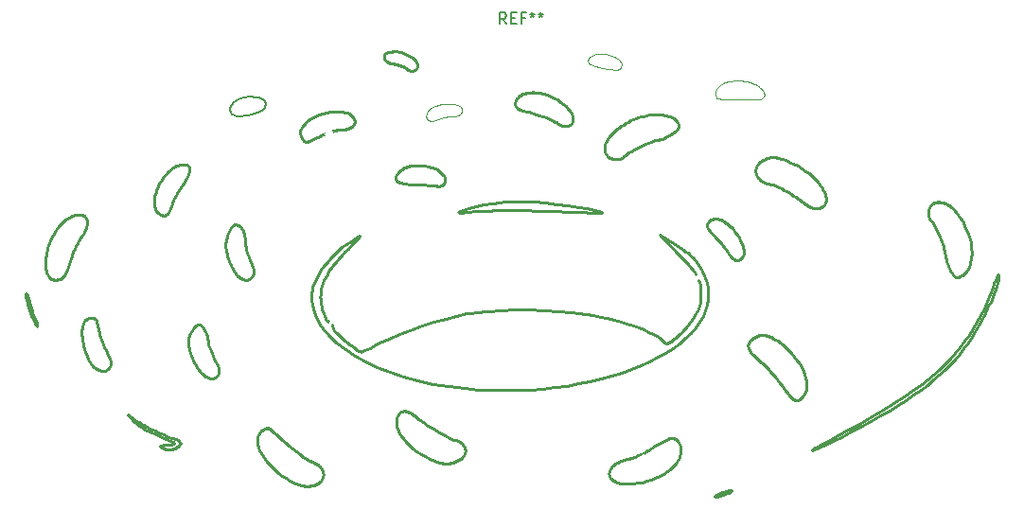
<source format=gto>
%TF.GenerationSoftware,KiCad,Pcbnew,(6.0.2-0)*%
%TF.CreationDate,2022-12-05T13:59:39+01:00*%
%TF.ProjectId,ornament_2022,6f726e61-6d65-46e7-945f-323032322e6b,rev?*%
%TF.SameCoordinates,Original*%
%TF.FileFunction,Legend,Top*%
%TF.FilePolarity,Positive*%
%FSLAX46Y46*%
G04 Gerber Fmt 4.6, Leading zero omitted, Abs format (unit mm)*
G04 Created by KiCad (PCBNEW (6.0.2-0)) date 2022-12-05 13:59:39*
%MOMM*%
%LPD*%
G01*
G04 APERTURE LIST*
G04 Aperture macros list*
%AMRoundRect*
0 Rectangle with rounded corners*
0 $1 Rounding radius*
0 $2 $3 $4 $5 $6 $7 $8 $9 X,Y pos of 4 corners*
0 Add a 4 corners polygon primitive as box body*
4,1,4,$2,$3,$4,$5,$6,$7,$8,$9,$2,$3,0*
0 Add four circle primitives for the rounded corners*
1,1,$1+$1,$2,$3*
1,1,$1+$1,$4,$5*
1,1,$1+$1,$6,$7*
1,1,$1+$1,$8,$9*
0 Add four rect primitives between the rounded corners*
20,1,$1+$1,$2,$3,$4,$5,0*
20,1,$1+$1,$4,$5,$6,$7,0*
20,1,$1+$1,$6,$7,$8,$9,0*
20,1,$1+$1,$8,$9,$2,$3,0*%
G04 Aperture macros list end*
%ADD10C,0.100000*%
%ADD11C,0.220460*%
%ADD12C,0.220000*%
%ADD13C,0.220486*%
%ADD14C,0.150000*%
%ADD15C,4.000000*%
%ADD16RoundRect,0.237500X-0.188932X-0.321508X0.351391X-0.124846X0.188932X0.321508X-0.351391X0.124846X0*%
%ADD17RoundRect,0.237500X-0.372900X0.002866X0.067576X-0.366737X0.372900X-0.002866X-0.067576X0.366737X0*%
%ADD18RoundRect,0.237500X-0.351391X-0.124846X0.188932X-0.321508X0.351391X0.124846X-0.188932X0.321508X0*%
%ADD19RoundRect,0.237500X-0.130232X-0.349431X0.367732X-0.061931X0.130232X0.349431X-0.367732X0.061931X0*%
%ADD20RoundRect,0.237500X0.124846X-0.351391X0.321508X0.188932X-0.124846X0.351391X-0.321508X-0.188932X0*%
%ADD21C,1.700000*%
%ADD22C,0.800000*%
%ADD23C,0.500000*%
G04 APERTURE END LIST*
D10*
X218943152Y-36709555D02*
X218918207Y-36723606D01*
D11*
X223420645Y-61150636D02*
X223459546Y-61127592D01*
D10*
X227587388Y-38698117D02*
X227607400Y-38605331D01*
D11*
X197521802Y-61205318D02*
X197521801Y-61205319D01*
X210971727Y-65370114D02*
X209835289Y-65420385D01*
D10*
X202162408Y-40163716D02*
X202206968Y-40133699D01*
D11*
X206333137Y-65357591D02*
X205142759Y-65261644D01*
X195745461Y-51642910D02*
X195746269Y-51647788D01*
D10*
X231819287Y-38648719D02*
X231849890Y-38698311D01*
D11*
X194011665Y-60637655D02*
X194198028Y-60804248D01*
D10*
X216172885Y-35963520D02*
X216176404Y-35926270D01*
X219151729Y-36374588D02*
X219141369Y-36414038D01*
X203857583Y-40935166D02*
X203715616Y-40951068D01*
X230595181Y-37866165D02*
X230742026Y-37912088D01*
X204614654Y-39963062D02*
X204698975Y-40007957D01*
X204896668Y-40267349D02*
X204903544Y-40304227D01*
D11*
X225291843Y-59350470D02*
X225380525Y-59233341D01*
X225380525Y-59233341D02*
X225463869Y-59118848D01*
D10*
X216213662Y-35806809D02*
X216235194Y-35764581D01*
X202129218Y-41340691D02*
X202092013Y-41333921D01*
X218688035Y-35677587D02*
X218779998Y-35732183D01*
X218864179Y-35789746D02*
X218939771Y-35850076D01*
X201789938Y-41189454D02*
X201772186Y-41169593D01*
D11*
X222299574Y-60583914D02*
X222579508Y-60778052D01*
D10*
X227756123Y-39327512D02*
X227715137Y-39312268D01*
D11*
X196198385Y-61839031D02*
X196408010Y-61745449D01*
X224218172Y-53204950D02*
X222619652Y-51542352D01*
X226088744Y-55637535D02*
X226066959Y-55619983D01*
X226913005Y-57230153D02*
X226827500Y-57765909D01*
D10*
X204488098Y-40868686D02*
X204440762Y-40883471D01*
X203835045Y-39819848D02*
X203988320Y-39828707D01*
D12*
X171358226Y-59042853D02*
X171398442Y-59021531D01*
D11*
X220872746Y-63203024D02*
X220038161Y-63538747D01*
X223749229Y-60920855D02*
X223871923Y-60824864D01*
D12*
X172847319Y-63710600D02*
X172812696Y-63712525D01*
D10*
X201860255Y-41244569D02*
X201834221Y-41227045D01*
X228050727Y-39372265D02*
X227879442Y-39353055D01*
D11*
X223225725Y-61224185D02*
X223254608Y-61219424D01*
D12*
X172947543Y-63692339D02*
X172914692Y-63700512D01*
D10*
X201722322Y-40732375D02*
X201736003Y-40691402D01*
D11*
X216610659Y-58720280D02*
X217246377Y-58844432D01*
X193281668Y-59596282D02*
X193287222Y-59649558D01*
D12*
X170902188Y-59924023D02*
X170923487Y-59786663D01*
D10*
X218865250Y-36745176D02*
X218837294Y-36752678D01*
X227684573Y-38431936D02*
X227740500Y-38351537D01*
D11*
X221153450Y-60004686D02*
X221582227Y-60195886D01*
X192819120Y-55030986D02*
X192677633Y-55297006D01*
X197303828Y-63370937D02*
X196256600Y-62882212D01*
X197521786Y-61205324D02*
X198338847Y-60817112D01*
X193139058Y-53599454D02*
X193462738Y-53266971D01*
D13*
X181749669Y-64039019D02*
X181693783Y-63996662D01*
X181693783Y-63996662D02*
X181637066Y-63947464D01*
X181637066Y-63947464D02*
X181521823Y-63830018D01*
X181521823Y-63830018D02*
X181405306Y-63689632D01*
X181405306Y-63689632D02*
X181288882Y-63529254D01*
X181288882Y-63529254D02*
X181173919Y-63351833D01*
X181173919Y-63351833D02*
X181061782Y-63160320D01*
X181061782Y-63160320D02*
X180953838Y-62957664D01*
X180953838Y-62957664D02*
X180851455Y-62746813D01*
X180851455Y-62746813D02*
X180755998Y-62530718D01*
X180755998Y-62530718D02*
X180668835Y-62312327D01*
X180668835Y-62312327D02*
X180591331Y-62094590D01*
X180591331Y-62094590D02*
X180524855Y-61880457D01*
X180524855Y-61880457D02*
X180470772Y-61672877D01*
X180470772Y-61672877D02*
X180430449Y-61474798D01*
X180430449Y-61474798D02*
X180405253Y-61289171D01*
X180405253Y-61289171D02*
X180396551Y-61118945D01*
X180396551Y-61118945D02*
X180402837Y-60989204D01*
X180402837Y-60989204D02*
X180421027Y-60856067D01*
X180421027Y-60856067D02*
X180450122Y-60721158D01*
X180450122Y-60721158D02*
X180489122Y-60586100D01*
X180489122Y-60586100D02*
X180537028Y-60452517D01*
X180537028Y-60452517D02*
X180592840Y-60322031D01*
X180592840Y-60322031D02*
X180655558Y-60196268D01*
X180655558Y-60196268D02*
X180724183Y-60076849D01*
X180724183Y-60076849D02*
X180797714Y-59965400D01*
X180797714Y-59965400D02*
X180875152Y-59863543D01*
X180875152Y-59863543D02*
X180955498Y-59772902D01*
X180955498Y-59772902D02*
X181037751Y-59695100D01*
X181037751Y-59695100D02*
X181120913Y-59631762D01*
X181120913Y-59631762D02*
X181162522Y-59606023D01*
X181162522Y-59606023D02*
X181203983Y-59584510D01*
X181203983Y-59584510D02*
X181245171Y-59567424D01*
X181245171Y-59567424D02*
X181285961Y-59554968D01*
X181285961Y-59554968D02*
X181326229Y-59547346D01*
X181326229Y-59547346D02*
X181365849Y-59544760D01*
X181365849Y-59544760D02*
X181395839Y-59547394D01*
X181395839Y-59547394D02*
X181426676Y-59555146D01*
X181426676Y-59555146D02*
X181458241Y-59567791D01*
X181458241Y-59567791D02*
X181490418Y-59585107D01*
X181490418Y-59585107D02*
X181523088Y-59606867D01*
X181523088Y-59606867D02*
X181556133Y-59632849D01*
X181556133Y-59632849D02*
X181589435Y-59662827D01*
X181589435Y-59662827D02*
X181622875Y-59696578D01*
X181622875Y-59696578D02*
X181656337Y-59733877D01*
X181656337Y-59733877D02*
X181689703Y-59774500D01*
X181689703Y-59774500D02*
X181722853Y-59818223D01*
X181722853Y-59818223D02*
X181755670Y-59864821D01*
X181755670Y-59864821D02*
X181819835Y-59965746D01*
X181819835Y-59965746D02*
X181881252Y-60075482D01*
X181881252Y-60075482D02*
X181938978Y-60192234D01*
X181938978Y-60192234D02*
X181992070Y-60314209D01*
X181992070Y-60314209D02*
X182039584Y-60439611D01*
X182039584Y-60439611D02*
X182080574Y-60566647D01*
X182080574Y-60566647D02*
X182098329Y-60630217D01*
X182098329Y-60630217D02*
X182114099Y-60693523D01*
X182114099Y-60693523D02*
X182127767Y-60756341D01*
X182127767Y-60756341D02*
X182139214Y-60818445D01*
X182139214Y-60818445D02*
X182148323Y-60879612D01*
X182148323Y-60879612D02*
X182154975Y-60939618D01*
X182154975Y-60939618D02*
X182159053Y-60998239D01*
X182159053Y-60998239D02*
X182160438Y-61055249D01*
X182160438Y-61055249D02*
X182163415Y-61100675D01*
X182163415Y-61100675D02*
X182172147Y-61156547D01*
X182172147Y-61156547D02*
X182186342Y-61222075D01*
X182186342Y-61222075D02*
X182205704Y-61296470D01*
X182205704Y-61296470D02*
X182229941Y-61378944D01*
X182229941Y-61378944D02*
X182258757Y-61468708D01*
X182258757Y-61468708D02*
X182291859Y-61564973D01*
X182291859Y-61564973D02*
X182328953Y-61666950D01*
X182328953Y-61666950D02*
X182413938Y-61884886D01*
X182413938Y-61884886D02*
X182511361Y-62116206D01*
X182511361Y-62116206D02*
X182618867Y-62354600D01*
X182618867Y-62354600D02*
X182734104Y-62593757D01*
X182734104Y-62593757D02*
X182889041Y-62913221D01*
X182889041Y-62913221D02*
X182952757Y-63052572D01*
X182952757Y-63052572D02*
X183007556Y-63179552D01*
X183007556Y-63179552D02*
X183053625Y-63295072D01*
X183053625Y-63295072D02*
X183091151Y-63400044D01*
X183091151Y-63400044D02*
X183120322Y-63495380D01*
X183120322Y-63495380D02*
X183141326Y-63581992D01*
X183141326Y-63581992D02*
X183154350Y-63660790D01*
X183154350Y-63660790D02*
X183159581Y-63732688D01*
X183159581Y-63732688D02*
X183157208Y-63798596D01*
X183157208Y-63798596D02*
X183147418Y-63859427D01*
X183147418Y-63859427D02*
X183130398Y-63916092D01*
X183130398Y-63916092D02*
X183106336Y-63969503D01*
X183106336Y-63969503D02*
X183075419Y-64020571D01*
X183075419Y-64020571D02*
X183037835Y-64070209D01*
X183037835Y-64070209D02*
X183005403Y-64108157D01*
X183005403Y-64108157D02*
X182973119Y-64143609D01*
X182973119Y-64143609D02*
X182940917Y-64176564D01*
X182940917Y-64176564D02*
X182908734Y-64207021D01*
X182908734Y-64207021D02*
X182876503Y-64234978D01*
X182876503Y-64234978D02*
X182844159Y-64260433D01*
X182844159Y-64260433D02*
X182811637Y-64283385D01*
X182811637Y-64283385D02*
X182778871Y-64303833D01*
X182778871Y-64303833D02*
X182745797Y-64321774D01*
X182745797Y-64321774D02*
X182712348Y-64337207D01*
X182712348Y-64337207D02*
X182678461Y-64350130D01*
X182678461Y-64350130D02*
X182644068Y-64360542D01*
X182644068Y-64360542D02*
X182609105Y-64368442D01*
X182609105Y-64368442D02*
X182573508Y-64373827D01*
X182573508Y-64373827D02*
X182537209Y-64376697D01*
X182537209Y-64376697D02*
X182500145Y-64377049D01*
X182500145Y-64377049D02*
X182462249Y-64374882D01*
X182462249Y-64374882D02*
X182423457Y-64370195D01*
X182423457Y-64370195D02*
X182383704Y-64362985D01*
X182383704Y-64362985D02*
X182342923Y-64353252D01*
X182342923Y-64353252D02*
X182301050Y-64340993D01*
X182301050Y-64340993D02*
X182258019Y-64326207D01*
X182258019Y-64326207D02*
X182213765Y-64308893D01*
X182213765Y-64308893D02*
X182168222Y-64289049D01*
X182168222Y-64289049D02*
X182121327Y-64266673D01*
X182121327Y-64266673D02*
X182073012Y-64241763D01*
X182073012Y-64241763D02*
X182023213Y-64214319D01*
X182023213Y-64214319D02*
X181971864Y-64184339D01*
X181971864Y-64184339D02*
X181864258Y-64116763D01*
X181864258Y-64116763D02*
X181749669Y-64039022D01*
X181749669Y-64039022D02*
X181749669Y-64039019D01*
X181749669Y-64039019D02*
X181749669Y-64039019D01*
D12*
X172281146Y-63550413D02*
X172181887Y-63494977D01*
X172881301Y-63706597D02*
X172847319Y-63710600D01*
D10*
X230140121Y-37767853D02*
X230293611Y-37794153D01*
X227637619Y-39196125D02*
X227628650Y-39167478D01*
D11*
X200921439Y-64558440D02*
X199641495Y-64212208D01*
X195730738Y-51688048D02*
X195715275Y-51711725D01*
X201309900Y-59666352D02*
X202366816Y-59323602D01*
D12*
X172102131Y-59070095D02*
X172128873Y-59094572D01*
D10*
X217034968Y-35336608D02*
X217270968Y-35326546D01*
D11*
X191440519Y-57383837D02*
X191424242Y-57009169D01*
X223349124Y-61187313D02*
X223383903Y-61170529D01*
X195097098Y-52362433D02*
X194704405Y-52742783D01*
D13*
X204650024Y-49429647D02*
X204794562Y-49357228D01*
X204794562Y-49357228D02*
X204986283Y-49282200D01*
X204986283Y-49282200D02*
X205219743Y-49205567D01*
X205219743Y-49205567D02*
X205489497Y-49128334D01*
X205489497Y-49128334D02*
X205790103Y-49051505D01*
X205790103Y-49051505D02*
X206116116Y-48976086D01*
X206116116Y-48976086D02*
X206822589Y-48833494D01*
X206822589Y-48833494D02*
X207565364Y-48708597D01*
X207565364Y-48708597D02*
X208300893Y-48609433D01*
X208300893Y-48609433D02*
X208652330Y-48572012D01*
X208652330Y-48572012D02*
X208985623Y-48544039D01*
X208985623Y-48544039D02*
X209295330Y-48526519D01*
X209295330Y-48526519D02*
X209576005Y-48520455D01*
X209576005Y-48520455D02*
X210397759Y-48538527D01*
X210397759Y-48538527D02*
X211332776Y-48589397D01*
X211332776Y-48589397D02*
X212335072Y-48668051D01*
X212335072Y-48668051D02*
X213358660Y-48769472D01*
X213358660Y-48769472D02*
X214357555Y-48888645D01*
X214357555Y-48888645D02*
X215285772Y-49020554D01*
X215285772Y-49020554D02*
X216097325Y-49160183D01*
X216097325Y-49160183D02*
X216746229Y-49302517D01*
X216746229Y-49302517D02*
X217123842Y-49402553D01*
X217123842Y-49402553D02*
X217260516Y-49442683D01*
X217260516Y-49442683D02*
X217358855Y-49476476D01*
X217358855Y-49476476D02*
X217392811Y-49491056D01*
X217392811Y-49491056D02*
X217416177Y-49504123D01*
X217416177Y-49504123D02*
X217428617Y-49515701D01*
X217428617Y-49515701D02*
X217430635Y-49520939D01*
X217430635Y-49520939D02*
X217429796Y-49525814D01*
X217429796Y-49525814D02*
X217419378Y-49534486D01*
X217419378Y-49534486D02*
X217397029Y-49541741D01*
X217397029Y-49541741D02*
X217362412Y-49547603D01*
X217362412Y-49547603D02*
X217315192Y-49552094D01*
X217315192Y-49552094D02*
X217181602Y-49557065D01*
X217181602Y-49557065D02*
X216993573Y-49556844D01*
X216993573Y-49556844D02*
X216748422Y-49551623D01*
X216748422Y-49551623D02*
X216443465Y-49541591D01*
X216443465Y-49541591D02*
X215643398Y-49507862D01*
X215643398Y-49507862D02*
X214571899Y-49457185D01*
X214571899Y-49457185D02*
X213176669Y-49398701D01*
X213176669Y-49398701D02*
X211808201Y-49358500D01*
X211808201Y-49358500D02*
X210489036Y-49336486D01*
X210489036Y-49336486D02*
X209241716Y-49332565D01*
X209241716Y-49332565D02*
X208088783Y-49346640D01*
X208088783Y-49346640D02*
X207052778Y-49378618D01*
X207052778Y-49378618D02*
X206156244Y-49428402D01*
X206156244Y-49428402D02*
X205421723Y-49495897D01*
X205421723Y-49495897D02*
X205182727Y-49521394D01*
X205182727Y-49521394D02*
X204982118Y-49537040D01*
X204982118Y-49537040D02*
X204896573Y-49541200D01*
X204896573Y-49541200D02*
X204821064Y-49542934D01*
X204821064Y-49542934D02*
X204755735Y-49542256D01*
X204755735Y-49542256D02*
X204700734Y-49539177D01*
X204700734Y-49539177D02*
X204656205Y-49533711D01*
X204656205Y-49533711D02*
X204622296Y-49525869D01*
X204622296Y-49525869D02*
X204599152Y-49515665D01*
X204599152Y-49515665D02*
X204591662Y-49509681D01*
X204591662Y-49509681D02*
X204586919Y-49503111D01*
X204586919Y-49503111D02*
X204584940Y-49495956D01*
X204584940Y-49495956D02*
X204585744Y-49488219D01*
X204585744Y-49488219D02*
X204589349Y-49479901D01*
X204589349Y-49479901D02*
X204595772Y-49471003D01*
X204595772Y-49471003D02*
X204617151Y-49451473D01*
X204617151Y-49451473D02*
X204650024Y-49429644D01*
X204650024Y-49429644D02*
X204650024Y-49429647D01*
X204650024Y-49429647D02*
X204650024Y-49429647D01*
D12*
X172181890Y-63494981D02*
X172181890Y-63494981D01*
D10*
X216499198Y-36305555D02*
X216451225Y-36289894D01*
X204533390Y-40851167D02*
X204488098Y-40868686D01*
D12*
X172588646Y-63680674D02*
X172548113Y-63668173D01*
D10*
X231930220Y-38890905D02*
X231939655Y-38936824D01*
D11*
X199641495Y-64212208D02*
X198433875Y-63815322D01*
X223118089Y-61214619D02*
X223144205Y-61221219D01*
X225784076Y-54993353D02*
X225744522Y-54933096D01*
X217871339Y-58981676D02*
X218481228Y-59130664D01*
D10*
X204853159Y-40160908D02*
X204871566Y-40195515D01*
D11*
X195353595Y-51816219D02*
X195466805Y-51751136D01*
D10*
X227580580Y-38794823D02*
X227587388Y-38698117D01*
D12*
X173463318Y-62845742D02*
X173479834Y-62924266D01*
D11*
X197521793Y-61205322D02*
X197521791Y-61205322D01*
D12*
X171609273Y-58955147D02*
X171652149Y-58949668D01*
D11*
X197521800Y-61205319D02*
X197521799Y-61205320D01*
X197521801Y-61205319D02*
X197521800Y-61205319D01*
D10*
X204656109Y-40783954D02*
X204617485Y-40808626D01*
X231549242Y-38351167D02*
X231604412Y-38399973D01*
D11*
X226255579Y-56547559D02*
X226249171Y-56354226D01*
D10*
X229220161Y-37739340D02*
X229370287Y-37729225D01*
D11*
X224457998Y-52700071D02*
X224683084Y-52853927D01*
X225076837Y-53146966D02*
X225249041Y-53289840D01*
D10*
X203572406Y-40970145D02*
X203432278Y-40991870D01*
D11*
X195693091Y-51640459D02*
X195713747Y-51635103D01*
D12*
X172628183Y-63691127D02*
X172588646Y-63680674D01*
D10*
X219116566Y-36486725D02*
X219102178Y-36519944D01*
D11*
X193428554Y-60023516D02*
X193464763Y-60074336D01*
D10*
X227605500Y-39068542D02*
X227599223Y-39032087D01*
D12*
X172666774Y-63699528D02*
X172628183Y-63691127D01*
D10*
X201723916Y-41081300D02*
X201711850Y-41045612D01*
D12*
X171985275Y-63351399D02*
X171891081Y-63261267D01*
D10*
X219106950Y-36045670D02*
X219140123Y-36115070D01*
D11*
X197521795Y-61205321D02*
X197521793Y-61205322D01*
D10*
X204134723Y-39843567D02*
X204272406Y-39864431D01*
X202451284Y-40009941D02*
X202583238Y-39964855D01*
X216406830Y-36272279D02*
X216366077Y-36252758D01*
X231426910Y-38255757D02*
X231490066Y-38303043D01*
D11*
X223170719Y-61225041D02*
X223197827Y-61226043D01*
X191598207Y-56036030D02*
X191728180Y-55692744D01*
X193562187Y-60191949D02*
X193688985Y-60327626D01*
X225808409Y-55038452D02*
X225784076Y-54993353D01*
D10*
X218989834Y-36674967D02*
X218967037Y-36693339D01*
X216240758Y-36156599D02*
X216219172Y-36128285D01*
D11*
X213490589Y-58336764D02*
X214682144Y-58439828D01*
D10*
X216923035Y-35350484D02*
X217034968Y-35336608D01*
X218967037Y-36693339D02*
X218943152Y-36709555D01*
D12*
X172445183Y-60329603D02*
X172464289Y-60403641D01*
D11*
X218481228Y-59130664D02*
X219071725Y-59290053D01*
D12*
X171523699Y-58973797D02*
X171566397Y-58963178D01*
D11*
X226158988Y-54394166D02*
X226267992Y-54588963D01*
X193162947Y-54489015D02*
X192980784Y-54761845D01*
X223754162Y-61649052D02*
X223107119Y-62066919D01*
X225249041Y-53289840D02*
X225407155Y-53432744D01*
D10*
X204895314Y-40454075D02*
X204884773Y-40491249D01*
D11*
X195740890Y-51668734D02*
X195730738Y-51688048D01*
X225646208Y-58850293D02*
X225741000Y-58702178D01*
X223459546Y-61127592D02*
X223500801Y-61101357D01*
X196408010Y-61745449D02*
X196652043Y-61632150D01*
X196030047Y-61909758D02*
X196198385Y-61839031D01*
D10*
X204804186Y-40095187D02*
X204830730Y-40127407D01*
D11*
X225368648Y-60293975D02*
X224887313Y-60761436D01*
D10*
X201752211Y-40650390D02*
X201770878Y-40609449D01*
D11*
X195769218Y-61952626D02*
X195811343Y-61965654D01*
D10*
X204830730Y-40127407D02*
X204853159Y-40160908D01*
X231939655Y-38936824D02*
X231944781Y-38981536D01*
X203988320Y-39828707D02*
X204134723Y-39843567D01*
X228653018Y-37835769D02*
X228788566Y-37803476D01*
X216715336Y-35396924D02*
X216816223Y-35370522D01*
X201757700Y-41149158D02*
X201739177Y-41115852D01*
X201810699Y-41208639D02*
X201789938Y-41189454D01*
X204440762Y-40883471D02*
X204391474Y-40895349D01*
X204903544Y-40304227D02*
X204906757Y-40341514D01*
D11*
X226210114Y-57541988D02*
X226228539Y-57404196D01*
D10*
X218918207Y-36723606D02*
X218892230Y-36735483D01*
D11*
X193806959Y-52945457D02*
X194169938Y-52637268D01*
X222930012Y-61094099D02*
X222958814Y-61118989D01*
D10*
X201702806Y-40813769D02*
X201711234Y-40773201D01*
X203715616Y-40951068D02*
X203572406Y-40970145D01*
D11*
X195599305Y-51851512D02*
X195508142Y-51949460D01*
D10*
X202300591Y-40078600D02*
X202349521Y-40053739D01*
D11*
X195963510Y-61935571D02*
X196030047Y-61909758D01*
D10*
X204757199Y-40698421D02*
X204726055Y-40728677D01*
D11*
X191469062Y-56535444D02*
X191503038Y-56371434D01*
X226148912Y-59317468D02*
X225789976Y-59812271D01*
D10*
X203178561Y-41041157D02*
X203102004Y-41058287D01*
D11*
X226257671Y-56763767D02*
X226255579Y-56547559D01*
X192515163Y-58579271D02*
X192582275Y-58767194D01*
X224096950Y-60643030D02*
X224188475Y-60562537D01*
X192225186Y-57119413D02*
X192232948Y-57305484D01*
X224888774Y-53002277D02*
X225076837Y-53146966D01*
X224010290Y-60714782D02*
X224096950Y-60643030D01*
D10*
X202019435Y-41315371D02*
X201984558Y-41303796D01*
D13*
X189812840Y-73685816D02*
X189449238Y-73487660D01*
X189449238Y-73487660D02*
X189103477Y-73279340D01*
X189103477Y-73279340D02*
X188776332Y-73061780D01*
X188776332Y-73061780D02*
X188468577Y-72835908D01*
X188468577Y-72835908D02*
X188180989Y-72602649D01*
X188180989Y-72602649D02*
X187914342Y-72362927D01*
X187914342Y-72362927D02*
X187669412Y-72117669D01*
X187669412Y-72117669D02*
X187446973Y-71867799D01*
X187446973Y-71867799D02*
X187247800Y-71614244D01*
X187247800Y-71614244D02*
X187072669Y-71357929D01*
X187072669Y-71357929D02*
X186922355Y-71099779D01*
X186922355Y-71099779D02*
X186797632Y-70840720D01*
X186797632Y-70840720D02*
X186699276Y-70581678D01*
X186699276Y-70581678D02*
X186660228Y-70452452D01*
X186660228Y-70452452D02*
X186628063Y-70323577D01*
X186628063Y-70323577D02*
X186602876Y-70195169D01*
X186602876Y-70195169D02*
X186584766Y-70067344D01*
X186584766Y-70067344D02*
X186573829Y-69940217D01*
X186573829Y-69940217D02*
X186570162Y-69813903D01*
X186570162Y-69813903D02*
X186571666Y-69769634D01*
X186571666Y-69769634D02*
X186576107Y-69725077D01*
X186576107Y-69725077D02*
X186583378Y-69680342D01*
X186583378Y-69680342D02*
X186593372Y-69635541D01*
X186593372Y-69635541D02*
X186605981Y-69590785D01*
X186605981Y-69590785D02*
X186621099Y-69546184D01*
X186621099Y-69546184D02*
X186638617Y-69501851D01*
X186638617Y-69501851D02*
X186658430Y-69457895D01*
X186658430Y-69457895D02*
X186680430Y-69414429D01*
X186680430Y-69414429D02*
X186704509Y-69371562D01*
X186704509Y-69371562D02*
X186758477Y-69288075D01*
X186758477Y-69288075D02*
X186819477Y-69208321D01*
X186819477Y-69208321D02*
X186886652Y-69133189D01*
X186886652Y-69133189D02*
X186959145Y-69063568D01*
X186959145Y-69063568D02*
X187036098Y-69000347D01*
X187036098Y-69000347D02*
X187075979Y-68971414D01*
X187075979Y-68971414D02*
X187116653Y-68944414D01*
X187116653Y-68944414D02*
X187158014Y-68919458D01*
X187158014Y-68919458D02*
X187199954Y-68896658D01*
X187199954Y-68896658D02*
X187242366Y-68876124D01*
X187242366Y-68876124D02*
X187285142Y-68857968D01*
X187285142Y-68857968D02*
X187328177Y-68842300D01*
X187328177Y-68842300D02*
X187371361Y-68829231D01*
X187371361Y-68829231D02*
X187414589Y-68818874D01*
X187414589Y-68818874D02*
X187457753Y-68811338D01*
X187457753Y-68811338D02*
X187500746Y-68806735D01*
X187500746Y-68806735D02*
X187543460Y-68805176D01*
X187543460Y-68805176D02*
X187551520Y-68806890D01*
X187551520Y-68806890D02*
X187563223Y-68811977D01*
X187563223Y-68811977D02*
X187597158Y-68831932D01*
X187597158Y-68831932D02*
X187644461Y-68864370D01*
X187644461Y-68864370D02*
X187704329Y-68908617D01*
X187704329Y-68908617D02*
X187858546Y-69029854D01*
X187858546Y-69029854D02*
X188053382Y-69190266D01*
X188053382Y-69190266D02*
X188282411Y-69384476D01*
X188282411Y-69384476D02*
X188539204Y-69607107D01*
X188539204Y-69607107D02*
X188817337Y-69852782D01*
X188817337Y-69852782D02*
X189110380Y-70116125D01*
X189110380Y-70116125D02*
X189418932Y-70387393D01*
X189418932Y-70387393D02*
X189741510Y-70655783D01*
X189741510Y-70655783D02*
X190068572Y-70914326D01*
X190068572Y-70914326D02*
X190390575Y-71156053D01*
X190390575Y-71156053D02*
X190697975Y-71373994D01*
X190697975Y-71373994D02*
X190981230Y-71561179D01*
X190981230Y-71561179D02*
X191110820Y-71641060D01*
X191110820Y-71641060D02*
X191230795Y-71710638D01*
X191230795Y-71710638D02*
X191339963Y-71769042D01*
X191339963Y-71769042D02*
X191437129Y-71815401D01*
X191437129Y-71815401D02*
X191540970Y-71863153D01*
X191540970Y-71863153D02*
X191639868Y-71912567D01*
X191639868Y-71912567D02*
X191733721Y-71963553D01*
X191733721Y-71963553D02*
X191822429Y-72016018D01*
X191822429Y-72016018D02*
X191905890Y-72069874D01*
X191905890Y-72069874D02*
X191984005Y-72125028D01*
X191984005Y-72125028D02*
X192056671Y-72181389D01*
X192056671Y-72181389D02*
X192123789Y-72238867D01*
X192123789Y-72238867D02*
X192185257Y-72297371D01*
X192185257Y-72297371D02*
X192240975Y-72356810D01*
X192240975Y-72356810D02*
X192290842Y-72417093D01*
X192290842Y-72417093D02*
X192334757Y-72478128D01*
X192334757Y-72478128D02*
X192372620Y-72539826D01*
X192372620Y-72539826D02*
X192404328Y-72602095D01*
X192404328Y-72602095D02*
X192429783Y-72664844D01*
X192429783Y-72664844D02*
X192448882Y-72727982D01*
X192448882Y-72727982D02*
X192469801Y-72830652D01*
X192469801Y-72830652D02*
X192480438Y-72929944D01*
X192480438Y-72929944D02*
X192481153Y-73025727D01*
X192481153Y-73025727D02*
X192472310Y-73117869D01*
X192472310Y-73117869D02*
X192454269Y-73206239D01*
X192454269Y-73206239D02*
X192427393Y-73290705D01*
X192427393Y-73290705D02*
X192392043Y-73371135D01*
X192392043Y-73371135D02*
X192348582Y-73447399D01*
X192348582Y-73447399D02*
X192297370Y-73519364D01*
X192297370Y-73519364D02*
X192238771Y-73586899D01*
X192238771Y-73586899D02*
X192173146Y-73649874D01*
X192173146Y-73649874D02*
X192100857Y-73708155D01*
X192100857Y-73708155D02*
X192022265Y-73761612D01*
X192022265Y-73761612D02*
X191937733Y-73810114D01*
X191937733Y-73810114D02*
X191847622Y-73853528D01*
X191847622Y-73853528D02*
X191752294Y-73891724D01*
X191752294Y-73891724D02*
X191652111Y-73924569D01*
X191652111Y-73924569D02*
X191547435Y-73951933D01*
X191547435Y-73951933D02*
X191438628Y-73973684D01*
X191438628Y-73973684D02*
X191326052Y-73989690D01*
X191326052Y-73989690D02*
X191210068Y-73999820D01*
X191210068Y-73999820D02*
X191091038Y-74003942D01*
X191091038Y-74003942D02*
X190969325Y-74001925D01*
X190969325Y-74001925D02*
X190845289Y-73993638D01*
X190845289Y-73993638D02*
X190719294Y-73978949D01*
X190719294Y-73978949D02*
X190591700Y-73957726D01*
X190591700Y-73957726D02*
X190462870Y-73929838D01*
X190462870Y-73929838D02*
X190333165Y-73895153D01*
X190333165Y-73895153D02*
X190202948Y-73853541D01*
X190202948Y-73853541D02*
X190072579Y-73804869D01*
X190072579Y-73804869D02*
X189942422Y-73749006D01*
X189942422Y-73749006D02*
X189812838Y-73685821D01*
X189812838Y-73685821D02*
X189812840Y-73685816D01*
X189812840Y-73685816D02*
X189812840Y-73685816D01*
D11*
X215324225Y-58516632D02*
X215968502Y-58610565D01*
X194103018Y-53349454D02*
X193835645Y-53642715D01*
D10*
X229830814Y-37734142D02*
X229985650Y-37747885D01*
D11*
X192389920Y-58160847D02*
X192450359Y-58375348D01*
D12*
X173479834Y-62924266D02*
X173488654Y-62996147D01*
D11*
X192582275Y-58767194D02*
X192649638Y-58933694D01*
D10*
X216621183Y-35429887D02*
X216715336Y-35396924D01*
X218808392Y-36757980D02*
X218778571Y-36761071D01*
D11*
X193000830Y-60547029D02*
X192446410Y-59883947D01*
X192261607Y-56600145D02*
X192234433Y-56859353D01*
X199263898Y-60423970D02*
X200264922Y-60036762D01*
D10*
X227581144Y-38835290D02*
X227580580Y-38794823D01*
X227807164Y-38275477D02*
X227883949Y-38203860D01*
D11*
X226249171Y-56354226D02*
X226238250Y-56183513D01*
X210920378Y-58235716D02*
X212223198Y-58268913D01*
X206162905Y-58438272D02*
X207203392Y-58338451D01*
D12*
X171244673Y-59123546D02*
X171281165Y-59093825D01*
X172153134Y-59121105D02*
X172174735Y-59149660D01*
D11*
X223500801Y-61101357D02*
X223544605Y-61071888D01*
D10*
X227970238Y-38136791D02*
X228065414Y-38074376D01*
D11*
X191444455Y-56696599D02*
X191469062Y-56535444D01*
D10*
X202874583Y-39892647D02*
X203030278Y-39865528D01*
D11*
X194431592Y-61784363D02*
X193664306Y-61181554D01*
D10*
X202583238Y-39964855D02*
X202724954Y-39925757D01*
D11*
X195729394Y-51633677D02*
X195739982Y-51636256D01*
X192450359Y-58375348D02*
X192515163Y-58579271D01*
X226066959Y-55619983D02*
X226043701Y-55607641D01*
X226043701Y-55607641D02*
X226018947Y-55600476D01*
X226156469Y-57801520D02*
X226186254Y-57673919D01*
X192715196Y-59073349D02*
X192776890Y-59180739D01*
D10*
X204698975Y-40007957D02*
X204738399Y-40035288D01*
X227883949Y-38203860D02*
X227970238Y-38136791D01*
D11*
X207203392Y-58338451D02*
X208370069Y-58271044D01*
X226109082Y-55660327D02*
X226088744Y-55637535D01*
X218248611Y-64138860D02*
X217298419Y-64400961D01*
X226670059Y-58293143D02*
X226443068Y-58810711D01*
D10*
X202295528Y-41349197D02*
X202241523Y-41349749D01*
D11*
X191571918Y-58122015D02*
X191489963Y-57754917D01*
D10*
X201984558Y-41303796D02*
X201950954Y-41290826D01*
X202166704Y-41345655D02*
X202129218Y-41340691D01*
X204871019Y-40527957D02*
X204854141Y-40564026D01*
X219167799Y-36258974D02*
X219160689Y-36333079D01*
D11*
X225688187Y-53726026D02*
X225814642Y-53880095D01*
X225407155Y-53432744D02*
X225552947Y-53577524D01*
X205142759Y-65261644D02*
X205142745Y-65261644D01*
D10*
X204514219Y-39924177D02*
X204614654Y-39963062D01*
D11*
X223092176Y-61205282D02*
X223118089Y-61214619D01*
X225901558Y-58428196D02*
X225968302Y-58299265D01*
D12*
X171799875Y-63160007D02*
X171711842Y-63048444D01*
D11*
X208681787Y-65435817D02*
X207513608Y-65415268D01*
X226127996Y-55688393D02*
X226109082Y-55660327D01*
X223544605Y-61071888D02*
X223591154Y-61039145D01*
D10*
X219032050Y-36631789D02*
X219011514Y-36654447D01*
D12*
X171325744Y-62364964D02*
X171199986Y-62048325D01*
X172174735Y-59149660D02*
X172193499Y-59180201D01*
D13*
X177656221Y-49496894D02*
X177566740Y-49393095D01*
X177566740Y-49393095D02*
X177492960Y-49277383D01*
X177492960Y-49277383D02*
X177434349Y-49150754D01*
X177434349Y-49150754D02*
X177390374Y-49014206D01*
X177390374Y-49014206D02*
X177360504Y-48868736D01*
X177360504Y-48868736D02*
X177344207Y-48715342D01*
X177344207Y-48715342D02*
X177340951Y-48555021D01*
X177340951Y-48555021D02*
X177350203Y-48388770D01*
X177350203Y-48388770D02*
X177371431Y-48217588D01*
X177371431Y-48217588D02*
X177404104Y-48042470D01*
X177404104Y-48042470D02*
X177447689Y-47864416D01*
X177447689Y-47864416D02*
X177501655Y-47684421D01*
X177501655Y-47684421D02*
X177565468Y-47503484D01*
X177565468Y-47503484D02*
X177638598Y-47322602D01*
X177638598Y-47322602D02*
X177810677Y-46964993D01*
X177810677Y-46964993D02*
X178013635Y-46619572D01*
X178013635Y-46619572D02*
X178243216Y-46294319D01*
X178243216Y-46294319D02*
X178366660Y-46141749D01*
X178366660Y-46141749D02*
X178495164Y-45997213D01*
X178495164Y-45997213D02*
X178628195Y-45861708D01*
X178628195Y-45861708D02*
X178765221Y-45736233D01*
X178765221Y-45736233D02*
X178905711Y-45621784D01*
X178905711Y-45621784D02*
X179049131Y-45519359D01*
X179049131Y-45519359D02*
X179194951Y-45429955D01*
X179194951Y-45429955D02*
X179342638Y-45354570D01*
X179342638Y-45354570D02*
X179491660Y-45294201D01*
X179491660Y-45294201D02*
X179641485Y-45249845D01*
X179641485Y-45249845D02*
X179791580Y-45222501D01*
X179791580Y-45222501D02*
X179941415Y-45213164D01*
X179941415Y-45213164D02*
X180012714Y-45214932D01*
X180012714Y-45214932D02*
X180079308Y-45220238D01*
X180079308Y-45220238D02*
X180141198Y-45229084D01*
X180141198Y-45229084D02*
X180198383Y-45241472D01*
X180198383Y-45241472D02*
X180250863Y-45257404D01*
X180250863Y-45257404D02*
X180298638Y-45276883D01*
X180298638Y-45276883D02*
X180341708Y-45299910D01*
X180341708Y-45299910D02*
X180380074Y-45326488D01*
X180380074Y-45326488D02*
X180413734Y-45356619D01*
X180413734Y-45356619D02*
X180442689Y-45390304D01*
X180442689Y-45390304D02*
X180466939Y-45427548D01*
X180466939Y-45427548D02*
X180486483Y-45468350D01*
X180486483Y-45468350D02*
X180501322Y-45512714D01*
X180501322Y-45512714D02*
X180511456Y-45560642D01*
X180511456Y-45560642D02*
X180516885Y-45612136D01*
X180516885Y-45612136D02*
X180517608Y-45667198D01*
X180517608Y-45667198D02*
X180513625Y-45725830D01*
X180513625Y-45725830D02*
X180504937Y-45788035D01*
X180504937Y-45788035D02*
X180491543Y-45853814D01*
X180491543Y-45853814D02*
X180473443Y-45923170D01*
X180473443Y-45923170D02*
X180450638Y-45996104D01*
X180450638Y-45996104D02*
X180423126Y-46072620D01*
X180423126Y-46072620D02*
X180390909Y-46152719D01*
X180390909Y-46152719D02*
X180353986Y-46236404D01*
X180353986Y-46236404D02*
X180312356Y-46323676D01*
X180312356Y-46323676D02*
X180266021Y-46414537D01*
X180266021Y-46414537D02*
X180214979Y-46508991D01*
X180214979Y-46508991D02*
X180159231Y-46607039D01*
X180159231Y-46607039D02*
X180098777Y-46708683D01*
X180098777Y-46708683D02*
X180033616Y-46813925D01*
X180033616Y-46813925D02*
X179963749Y-46922768D01*
X179963749Y-46922768D02*
X179889176Y-47035214D01*
X179889176Y-47035214D02*
X179729828Y-47278381D01*
X179729828Y-47278381D02*
X179575003Y-47526984D01*
X179575003Y-47526984D02*
X179428530Y-47774024D01*
X179428530Y-47774024D02*
X179294240Y-48012507D01*
X179294240Y-48012507D02*
X179175961Y-48235436D01*
X179175961Y-48235436D02*
X179077523Y-48435816D01*
X179077523Y-48435816D02*
X179002757Y-48606648D01*
X179002757Y-48606648D02*
X178975448Y-48678799D01*
X178975448Y-48678799D02*
X178955492Y-48740939D01*
X178955492Y-48740939D02*
X178896190Y-48935762D01*
X178896190Y-48935762D02*
X178834382Y-49110668D01*
X178834382Y-49110668D02*
X178769977Y-49265708D01*
X178769977Y-49265708D02*
X178736773Y-49335795D01*
X178736773Y-49335795D02*
X178702888Y-49400934D01*
X178702888Y-49400934D02*
X178668309Y-49461133D01*
X178668309Y-49461133D02*
X178633026Y-49516398D01*
X178633026Y-49516398D02*
X178597027Y-49566735D01*
X178597027Y-49566735D02*
X178560302Y-49612151D01*
X178560302Y-49612151D02*
X178522840Y-49652651D01*
X178522840Y-49652651D02*
X178484629Y-49688244D01*
X178484629Y-49688244D02*
X178445659Y-49718934D01*
X178445659Y-49718934D02*
X178405917Y-49744728D01*
X178405917Y-49744728D02*
X178365394Y-49765634D01*
X178365394Y-49765634D02*
X178324079Y-49781657D01*
X178324079Y-49781657D02*
X178281959Y-49792803D01*
X178281959Y-49792803D02*
X178239025Y-49799080D01*
X178239025Y-49799080D02*
X178195264Y-49800493D01*
X178195264Y-49800493D02*
X178150667Y-49797049D01*
X178150667Y-49797049D02*
X178105221Y-49788755D01*
X178105221Y-49788755D02*
X178058917Y-49775616D01*
X178058917Y-49775616D02*
X178011742Y-49757640D01*
X178011742Y-49757640D02*
X177963685Y-49734833D01*
X177963685Y-49734833D02*
X177914737Y-49707201D01*
X177914737Y-49707201D02*
X177864885Y-49674750D01*
X177864885Y-49674750D02*
X177814118Y-49637488D01*
X177814118Y-49637488D02*
X177762426Y-49595420D01*
X177762426Y-49595420D02*
X177709798Y-49548553D01*
X177709798Y-49548553D02*
X177656221Y-49496894D01*
X177656221Y-49496894D02*
X177656221Y-49496894D01*
D11*
X226827500Y-57765909D02*
X226670059Y-58293143D01*
X193296631Y-59703053D02*
X193309893Y-59756906D01*
D13*
X178081453Y-70577859D02*
X178019935Y-70551587D01*
X178019935Y-70551587D02*
X177993137Y-70539226D01*
X177993137Y-70539226D02*
X177969025Y-70527352D01*
X177969025Y-70527352D02*
X177947633Y-70515946D01*
X177947633Y-70515946D02*
X177928994Y-70504987D01*
X177928994Y-70504987D02*
X177913144Y-70494453D01*
X177913144Y-70494453D02*
X177900115Y-70484325D01*
X177900115Y-70484325D02*
X177889943Y-70474581D01*
X177889943Y-70474581D02*
X177882660Y-70465201D01*
X177882660Y-70465201D02*
X177878301Y-70456164D01*
X177878301Y-70456164D02*
X177877229Y-70451767D01*
X177877229Y-70451767D02*
X177876900Y-70447449D01*
X177876900Y-70447449D02*
X177877320Y-70443206D01*
X177877320Y-70443206D02*
X177878491Y-70439035D01*
X177878491Y-70439035D02*
X177883108Y-70430903D01*
X177883108Y-70430903D02*
X177890785Y-70423030D01*
X177890785Y-70423030D02*
X177901556Y-70415397D01*
X177901556Y-70415397D02*
X177915455Y-70407982D01*
X177915455Y-70407982D02*
X177932516Y-70400765D01*
X177932516Y-70400765D02*
X177952773Y-70393725D01*
X177952773Y-70393725D02*
X177976260Y-70386841D01*
X177976260Y-70386841D02*
X178003011Y-70380093D01*
X178003011Y-70380093D02*
X178033060Y-70373460D01*
X178033060Y-70373460D02*
X178103188Y-70360454D01*
X178103188Y-70360454D02*
X178186917Y-70347659D01*
X178186917Y-70347659D02*
X178284517Y-70334909D01*
X178284517Y-70334909D02*
X178396262Y-70322037D01*
X178396262Y-70322037D02*
X178522424Y-70308877D01*
X178522424Y-70308877D02*
X178762339Y-70282667D01*
X178762339Y-70282667D02*
X178860635Y-70269860D01*
X178860635Y-70269860D02*
X178944872Y-70257014D01*
X178944872Y-70257014D02*
X179015338Y-70243953D01*
X179015338Y-70243953D02*
X179072317Y-70230498D01*
X179072317Y-70230498D02*
X179116096Y-70216471D01*
X179116096Y-70216471D02*
X179146963Y-70201694D01*
X179146963Y-70201694D02*
X179157643Y-70193969D01*
X179157643Y-70193969D02*
X179165202Y-70185991D01*
X179165202Y-70185991D02*
X179169677Y-70177736D01*
X179169677Y-70177736D02*
X179171102Y-70169182D01*
X179171102Y-70169182D02*
X179169514Y-70160308D01*
X179169514Y-70160308D02*
X179164948Y-70151091D01*
X179164948Y-70151091D02*
X179157440Y-70141508D01*
X179157440Y-70141508D02*
X179147026Y-70131539D01*
X179147026Y-70131539D02*
X179117623Y-70110349D01*
X179117623Y-70110349D02*
X179077026Y-70087342D01*
X179077026Y-70087342D02*
X179025521Y-70062342D01*
X179025521Y-70062342D02*
X178963394Y-70035170D01*
X178963394Y-70035170D02*
X178178197Y-69700082D01*
X178178197Y-69700082D02*
X177521471Y-69407802D01*
X177521471Y-69407802D02*
X176977559Y-69149687D01*
X176977559Y-69149687D02*
X176530807Y-68917094D01*
X176530807Y-68917094D02*
X176338972Y-68807666D01*
X176338972Y-68807666D02*
X176165556Y-68701377D01*
X176165556Y-68701377D02*
X176008601Y-68597147D01*
X176008601Y-68597147D02*
X175866151Y-68493894D01*
X175866151Y-68493894D02*
X175736249Y-68390538D01*
X175736249Y-68390538D02*
X175616936Y-68286000D01*
X175616936Y-68286000D02*
X175506258Y-68179198D01*
X175506258Y-68179198D02*
X175402255Y-68069051D01*
X175402255Y-68069051D02*
X175234361Y-67881882D01*
X175234361Y-67881882D02*
X175112472Y-67742651D01*
X175112472Y-67742651D02*
X175068656Y-67690669D01*
X175068656Y-67690669D02*
X175036196Y-67650260D01*
X175036196Y-67650260D02*
X175015042Y-67621285D01*
X175015042Y-67621285D02*
X175005144Y-67603608D01*
X175005144Y-67603608D02*
X175004402Y-67598963D01*
X175004402Y-67598963D02*
X175006456Y-67597091D01*
X175006456Y-67597091D02*
X175011299Y-67597975D01*
X175011299Y-67597975D02*
X175018926Y-67601597D01*
X175018926Y-67601597D02*
X175042508Y-67616988D01*
X175042508Y-67616988D02*
X175077152Y-67643127D01*
X175077152Y-67643127D02*
X175179431Y-67727099D01*
X175179431Y-67727099D02*
X175325373Y-67852412D01*
X175325373Y-67852412D02*
X175457274Y-67959779D01*
X175457274Y-67959779D02*
X175612774Y-68073815D01*
X175612774Y-68073815D02*
X175789444Y-68193283D01*
X175789444Y-68193283D02*
X175984859Y-68316946D01*
X175984859Y-68316946D02*
X176196589Y-68443568D01*
X176196589Y-68443568D02*
X176422209Y-68571911D01*
X176422209Y-68571911D02*
X176659290Y-68700739D01*
X176659290Y-68700739D02*
X176905406Y-68828815D01*
X176905406Y-68828815D02*
X177415030Y-69077765D01*
X177415030Y-69077765D02*
X177673683Y-69196166D01*
X177673683Y-69196166D02*
X177931662Y-69308867D01*
X177931662Y-69308867D02*
X178186538Y-69414633D01*
X178186538Y-69414633D02*
X178435884Y-69512226D01*
X178435884Y-69512226D02*
X178677272Y-69600410D01*
X178677272Y-69600410D02*
X178908275Y-69677948D01*
X178908275Y-69677948D02*
X179071680Y-69732622D01*
X179071680Y-69732622D02*
X179216216Y-69786446D01*
X179216216Y-69786446D02*
X179341972Y-69839616D01*
X179341972Y-69839616D02*
X179449038Y-69892330D01*
X179449038Y-69892330D02*
X179495590Y-69918578D01*
X179495590Y-69918578D02*
X179537503Y-69944785D01*
X179537503Y-69944785D02*
X179574789Y-69970978D01*
X179574789Y-69970978D02*
X179607458Y-69997181D01*
X179607458Y-69997181D02*
X179635522Y-70023418D01*
X179635522Y-70023418D02*
X179658991Y-70049713D01*
X179658991Y-70049713D02*
X179677878Y-70076093D01*
X179677878Y-70076093D02*
X179692193Y-70102581D01*
X179692193Y-70102581D02*
X179701948Y-70129202D01*
X179701948Y-70129202D02*
X179707153Y-70155981D01*
X179707153Y-70155981D02*
X179707820Y-70182943D01*
X179707820Y-70182943D02*
X179703960Y-70210112D01*
X179703960Y-70210112D02*
X179695585Y-70237513D01*
X179695585Y-70237513D02*
X179682705Y-70265170D01*
X179682705Y-70265170D02*
X179665331Y-70293110D01*
X179665331Y-70293110D02*
X179643476Y-70321355D01*
X179643476Y-70321355D02*
X179617149Y-70349931D01*
X179617149Y-70349931D02*
X179586363Y-70378863D01*
X179586363Y-70378863D02*
X179551129Y-70408175D01*
X179551129Y-70408175D02*
X179511457Y-70437892D01*
X179511457Y-70437892D02*
X179418846Y-70498640D01*
X179418846Y-70498640D02*
X179308620Y-70561305D01*
X179308620Y-70561305D02*
X179220641Y-70607477D01*
X179220641Y-70607477D02*
X179139848Y-70647554D01*
X179139848Y-70647554D02*
X179065024Y-70681552D01*
X179065024Y-70681552D02*
X178994951Y-70709489D01*
X178994951Y-70709489D02*
X178928412Y-70731380D01*
X178928412Y-70731380D02*
X178896087Y-70740063D01*
X178896087Y-70740063D02*
X178864188Y-70747242D01*
X178864188Y-70747242D02*
X178832564Y-70752917D01*
X178832564Y-70752917D02*
X178801063Y-70757091D01*
X178801063Y-70757091D02*
X178769531Y-70759766D01*
X178769531Y-70759766D02*
X178737818Y-70760943D01*
X178737818Y-70760943D02*
X178705770Y-70760626D01*
X178705770Y-70760626D02*
X178673236Y-70758816D01*
X178673236Y-70758816D02*
X178640063Y-70755516D01*
X178640063Y-70755516D02*
X178606100Y-70750726D01*
X178606100Y-70750726D02*
X178535191Y-70736689D01*
X178535191Y-70736689D02*
X178459293Y-70716721D01*
X178459293Y-70716721D02*
X178377188Y-70690840D01*
X178377188Y-70690840D02*
X178287657Y-70659061D01*
X178287657Y-70659061D02*
X178189485Y-70621400D01*
X178189485Y-70621400D02*
X178081452Y-70577875D01*
X178081452Y-70577875D02*
X178081453Y-70577859D01*
X178081453Y-70577859D02*
X178081453Y-70577859D01*
D11*
X197521791Y-61205322D02*
X197521788Y-61205323D01*
D10*
X219102178Y-36519944D02*
X219086505Y-36551069D01*
D11*
X197521796Y-61205321D02*
X197521795Y-61205321D01*
D10*
X227689365Y-39295325D02*
X227689360Y-39295325D01*
D11*
X193590056Y-53930018D02*
X193365931Y-54211929D01*
X224587523Y-60170652D02*
X224795828Y-59945016D01*
D10*
X201736003Y-40691402D02*
X201752211Y-40650390D01*
D11*
X216314463Y-64636233D02*
X215299129Y-64843533D01*
D12*
X173259631Y-62319820D02*
X173317057Y-62445986D01*
D11*
X213183869Y-65169635D02*
X212088716Y-65286149D01*
X221664025Y-62845049D02*
X220872746Y-63203024D01*
D10*
X227593759Y-38994322D02*
X227589163Y-38955503D01*
D12*
X171652149Y-58949668D02*
X171694848Y-58946705D01*
D11*
X191830739Y-58842682D02*
X191685729Y-58484734D01*
D13*
X228759312Y-53205784D02*
X228716569Y-53139211D01*
X228716569Y-53139211D02*
X228666081Y-53065072D01*
X228666081Y-53065072D02*
X228544441Y-52897239D01*
X228544441Y-52897239D02*
X228399532Y-52708573D01*
X228399532Y-52708573D02*
X228236496Y-52505363D01*
X228236496Y-52505363D02*
X228060472Y-52293895D01*
X228060472Y-52293895D02*
X227876603Y-52080457D01*
X227876603Y-52080457D02*
X227690027Y-51871337D01*
X227690027Y-51871337D02*
X227505888Y-51672821D01*
X227505888Y-51672821D02*
X227374065Y-51532551D01*
X227374065Y-51532551D02*
X227257048Y-51405084D01*
X227257048Y-51405084D02*
X227154367Y-51289421D01*
X227154367Y-51289421D02*
X227065552Y-51184561D01*
X227065552Y-51184561D02*
X226990135Y-51089505D01*
X226990135Y-51089505D02*
X226927645Y-51003253D01*
X226927645Y-51003253D02*
X226877612Y-50924806D01*
X226877612Y-50924806D02*
X226839568Y-50853163D01*
X226839568Y-50853163D02*
X226824895Y-50819582D01*
X226824895Y-50819582D02*
X226813043Y-50787326D01*
X226813043Y-50787326D02*
X226803953Y-50756272D01*
X226803953Y-50756272D02*
X226797567Y-50726294D01*
X226797567Y-50726294D02*
X226793826Y-50697267D01*
X226793826Y-50697267D02*
X226792671Y-50669067D01*
X226792671Y-50669067D02*
X226794043Y-50641568D01*
X226794043Y-50641568D02*
X226797885Y-50614646D01*
X226797885Y-50614646D02*
X226804136Y-50588176D01*
X226804136Y-50588176D02*
X226812739Y-50562032D01*
X226812739Y-50562032D02*
X226823635Y-50536089D01*
X226823635Y-50536089D02*
X226836765Y-50510223D01*
X226836765Y-50510223D02*
X226869492Y-50458222D01*
X226869492Y-50458222D02*
X226910452Y-50405028D01*
X226910452Y-50405028D02*
X226954794Y-50354708D01*
X226954794Y-50354708D02*
X227000743Y-50308644D01*
X227000743Y-50308644D02*
X227048267Y-50266830D01*
X227048267Y-50266830D02*
X227097337Y-50229258D01*
X227097337Y-50229258D02*
X227147922Y-50195921D01*
X227147922Y-50195921D02*
X227199993Y-50166813D01*
X227199993Y-50166813D02*
X227253520Y-50141927D01*
X227253520Y-50141927D02*
X227308471Y-50121256D01*
X227308471Y-50121256D02*
X227364818Y-50104793D01*
X227364818Y-50104793D02*
X227422530Y-50092532D01*
X227422530Y-50092532D02*
X227481578Y-50084466D01*
X227481578Y-50084466D02*
X227541930Y-50080587D01*
X227541930Y-50080587D02*
X227603557Y-50080890D01*
X227603557Y-50080890D02*
X227666429Y-50085367D01*
X227666429Y-50085367D02*
X227730516Y-50094011D01*
X227730516Y-50094011D02*
X227795787Y-50106816D01*
X227795787Y-50106816D02*
X227862213Y-50123776D01*
X227862213Y-50123776D02*
X227929763Y-50144882D01*
X227929763Y-50144882D02*
X227998408Y-50170128D01*
X227998408Y-50170128D02*
X228068117Y-50199508D01*
X228068117Y-50199508D02*
X228138860Y-50233015D01*
X228138860Y-50233015D02*
X228210607Y-50270641D01*
X228210607Y-50270641D02*
X228283329Y-50312381D01*
X228283329Y-50312381D02*
X228356994Y-50358227D01*
X228356994Y-50358227D02*
X228431573Y-50408173D01*
X228431573Y-50408173D02*
X228507036Y-50462211D01*
X228507036Y-50462211D02*
X228583352Y-50520335D01*
X228583352Y-50520335D02*
X228660493Y-50582538D01*
X228660493Y-50582538D02*
X228738426Y-50648814D01*
X228738426Y-50648814D02*
X228817123Y-50719155D01*
X228817123Y-50719155D02*
X228896554Y-50793555D01*
X228896554Y-50793555D02*
X228976687Y-50872006D01*
X228976687Y-50872006D02*
X229140941Y-51045437D01*
X229140941Y-51045437D02*
X229294643Y-51225948D01*
X229294643Y-51225948D02*
X229437139Y-51411798D01*
X229437139Y-51411798D02*
X229567775Y-51601248D01*
X229567775Y-51601248D02*
X229685898Y-51792556D01*
X229685898Y-51792556D02*
X229790853Y-51983982D01*
X229790853Y-51983982D02*
X229881987Y-52173786D01*
X229881987Y-52173786D02*
X229958645Y-52360228D01*
X229958645Y-52360228D02*
X230020174Y-52541567D01*
X230020174Y-52541567D02*
X230065920Y-52716062D01*
X230065920Y-52716062D02*
X230095229Y-52881974D01*
X230095229Y-52881974D02*
X230107448Y-53037562D01*
X230107448Y-53037562D02*
X230106943Y-53110941D01*
X230106943Y-53110941D02*
X230101921Y-53181086D01*
X230101921Y-53181086D02*
X230092299Y-53247780D01*
X230092299Y-53247780D02*
X230077995Y-53310805D01*
X230077995Y-53310805D02*
X230058929Y-53369944D01*
X230058929Y-53369944D02*
X230035017Y-53424979D01*
X230035017Y-53424979D02*
X230006179Y-53475693D01*
X230006179Y-53475693D02*
X229972333Y-53521868D01*
X229972333Y-53521868D02*
X229936793Y-53562858D01*
X229936793Y-53562858D02*
X229900972Y-53600532D01*
X229900972Y-53600532D02*
X229864882Y-53634895D01*
X229864882Y-53634895D02*
X229828537Y-53665948D01*
X229828537Y-53665948D02*
X229791949Y-53693697D01*
X229791949Y-53693697D02*
X229755131Y-53718144D01*
X229755131Y-53718144D02*
X229718096Y-53739292D01*
X229718096Y-53739292D02*
X229680858Y-53757146D01*
X229680858Y-53757146D02*
X229643427Y-53771707D01*
X229643427Y-53771707D02*
X229605819Y-53782980D01*
X229605819Y-53782980D02*
X229568044Y-53790968D01*
X229568044Y-53790968D02*
X229530117Y-53795674D01*
X229530117Y-53795674D02*
X229492050Y-53797101D01*
X229492050Y-53797101D02*
X229453857Y-53795254D01*
X229453857Y-53795254D02*
X229415549Y-53790135D01*
X229415549Y-53790135D02*
X229377139Y-53781747D01*
X229377139Y-53781747D02*
X229338642Y-53770095D01*
X229338642Y-53770095D02*
X229300068Y-53755181D01*
X229300068Y-53755181D02*
X229261432Y-53737008D01*
X229261432Y-53737008D02*
X229222747Y-53715581D01*
X229222747Y-53715581D02*
X229184024Y-53690902D01*
X229184024Y-53690902D02*
X229145277Y-53662974D01*
X229145277Y-53662974D02*
X229106519Y-53631802D01*
X229106519Y-53631802D02*
X229067763Y-53597388D01*
X229067763Y-53597388D02*
X229029020Y-53559736D01*
X229029020Y-53559736D02*
X228990306Y-53518850D01*
X228990306Y-53518850D02*
X228951631Y-53474731D01*
X228951631Y-53474731D02*
X228913010Y-53427385D01*
X228913010Y-53427385D02*
X228874454Y-53376814D01*
X228874454Y-53376814D02*
X228835977Y-53323021D01*
X228835977Y-53323021D02*
X228797592Y-53266010D01*
X228797592Y-53266010D02*
X228759312Y-53205784D01*
X228759312Y-53205784D02*
X228759312Y-53205784D01*
D10*
X204884773Y-40491249D02*
X204871019Y-40527957D01*
X203993984Y-40922967D02*
X203857583Y-40935166D01*
D11*
X194394726Y-60973387D02*
X194597000Y-61141193D01*
X194198028Y-60804248D02*
X194394726Y-60973387D01*
X220683694Y-59817157D02*
X221153450Y-60004686D01*
D10*
X203515272Y-39820130D02*
X203676746Y-39816990D01*
X231784526Y-38598866D02*
X231819287Y-38648719D01*
X204902551Y-40416612D02*
X204895314Y-40454075D01*
D11*
X223383903Y-61170529D02*
X223420645Y-61150636D01*
X195366657Y-61721495D02*
X195525414Y-61824442D01*
X225789976Y-59812271D02*
X225368648Y-60293975D01*
D12*
X173166638Y-63576323D02*
X173136147Y-63599228D01*
D11*
X224348355Y-61213509D02*
X223754162Y-61649052D01*
D12*
X172805218Y-61341561D02*
X172907093Y-61578032D01*
D11*
X191728180Y-55692744D02*
X191891174Y-55343931D01*
D10*
X219129639Y-36451420D02*
X219116566Y-36486725D01*
D11*
X225541090Y-59007865D02*
X225646208Y-58850293D01*
X192006294Y-59195463D02*
X191830739Y-58842682D01*
D10*
X231648000Y-39370000D02*
X231927868Y-39126015D01*
D12*
X173012479Y-61809595D02*
X173118614Y-62029279D01*
D10*
X219005968Y-35912973D02*
X219061963Y-35978237D01*
D11*
X223640644Y-61003086D02*
X223749229Y-60920855D01*
D12*
X172506532Y-63653629D02*
X172463854Y-63637046D01*
D11*
X225825953Y-58561990D02*
X225901558Y-58428196D01*
D10*
X228168861Y-38016719D02*
X228279962Y-37963925D01*
D12*
X173348538Y-63394176D02*
X173318092Y-63429879D01*
D11*
X226145513Y-55721763D02*
X226127996Y-55688393D01*
X192255360Y-57508084D02*
X192290364Y-57721793D01*
D10*
X227667509Y-39265478D02*
X227657105Y-39245382D01*
D11*
X195525414Y-61824442D02*
X195661187Y-61902779D01*
D12*
X172812696Y-63712525D02*
X172777381Y-63712376D01*
D10*
X229325776Y-39384101D02*
X231648000Y-39370000D01*
X219140123Y-36115070D02*
X219160674Y-36186238D01*
D11*
X224887313Y-60761436D02*
X224348355Y-61213509D01*
D10*
X202078128Y-40228139D02*
X202119439Y-40195233D01*
D11*
X197521805Y-61205317D02*
X197521803Y-61205317D01*
X214682144Y-58439828D02*
X215324225Y-58516632D01*
X225347134Y-54437879D02*
X225110321Y-54167115D01*
X212223198Y-58268913D02*
X213490589Y-58336764D01*
D10*
X203432278Y-40991870D02*
X203299555Y-41015717D01*
X203004914Y-41078084D02*
X202295528Y-41349197D01*
D12*
X173483857Y-63123834D02*
X173470563Y-63181563D01*
D11*
X217246377Y-58844432D02*
X217871339Y-58981676D01*
X204388390Y-58764538D02*
X205289015Y-58569950D01*
D10*
X203102004Y-41058287D02*
X203034348Y-41072483D01*
X204287398Y-40909681D02*
X204232790Y-40911786D01*
X216219172Y-36128285D02*
X216201609Y-36098360D01*
X202119439Y-40195233D02*
X202162408Y-40163716D01*
D11*
X194999236Y-61457287D02*
X195189678Y-61597817D01*
D10*
X202092013Y-41333921D02*
X202055336Y-41325447D01*
D11*
X225463869Y-59118848D02*
X225541090Y-59007865D01*
D10*
X204391474Y-40895349D02*
X204340322Y-40904143D01*
D11*
X197521786Y-61205324D02*
X197521786Y-61205324D01*
D10*
X216387182Y-35570151D02*
X216456299Y-35516301D01*
D12*
X171627167Y-62927404D02*
X171546035Y-62797711D01*
D11*
X224188475Y-60562537D02*
X224284080Y-60474177D01*
D10*
X227640001Y-38516569D02*
X227684573Y-38431936D01*
D11*
X223316112Y-61201029D02*
X223349124Y-61187313D01*
D10*
X231876310Y-38747482D02*
X231898522Y-38796077D01*
D11*
X192232948Y-57305484D02*
X192255360Y-57508084D01*
D10*
X216605624Y-36330817D02*
X217424000Y-36576000D01*
D11*
X226222621Y-56035164D02*
X226202086Y-55908926D01*
D10*
X203676746Y-39816990D02*
X203835045Y-39819848D01*
X202724954Y-39925757D02*
X202874583Y-39892647D01*
X201757691Y-41149159D02*
X201757700Y-41149158D01*
D11*
X195713747Y-51635103D02*
X195729394Y-51633677D01*
X194169938Y-52637268D02*
X194549892Y-52344761D01*
X195909875Y-61954495D02*
X195963510Y-61935571D01*
X192900729Y-59272470D02*
X192918229Y-59255095D01*
X195636956Y-51662681D02*
X195667477Y-51649676D01*
D13*
X166306973Y-58559514D02*
X166214362Y-58301240D01*
X166214362Y-58301240D02*
X166128537Y-58041046D01*
X166128537Y-58041046D02*
X166051334Y-57786003D01*
X166051334Y-57786003D02*
X165984592Y-57543182D01*
X165984592Y-57543182D02*
X165930147Y-57319653D01*
X165930147Y-57319653D02*
X165889839Y-57122488D01*
X165889839Y-57122488D02*
X165865503Y-56958759D01*
X165865503Y-56958759D02*
X165859899Y-56891642D01*
X165859899Y-56891642D02*
X165858978Y-56835536D01*
X165858978Y-56835536D02*
X165860132Y-56812059D01*
X165860132Y-56812059D02*
X165862087Y-56791907D01*
X165862087Y-56791907D02*
X165864820Y-56775037D01*
X165864820Y-56775037D02*
X165868312Y-56761404D01*
X165868312Y-56761404D02*
X165872541Y-56750965D01*
X165872541Y-56750965D02*
X165877485Y-56743677D01*
X165877485Y-56743677D02*
X165880219Y-56741200D01*
X165880219Y-56741200D02*
X165883124Y-56739495D01*
X165883124Y-56739495D02*
X165886198Y-56738555D01*
X165886198Y-56738555D02*
X165889437Y-56738375D01*
X165889437Y-56738375D02*
X165892839Y-56738951D01*
X165892839Y-56738951D02*
X165896402Y-56740275D01*
X165896402Y-56740275D02*
X165903999Y-56745151D01*
X165903999Y-56745151D02*
X165912206Y-56752959D01*
X165912206Y-56752959D02*
X165921002Y-56763654D01*
X165921002Y-56763654D02*
X165930366Y-56777195D01*
X165930366Y-56777195D02*
X165940277Y-56793536D01*
X165940277Y-56793536D02*
X165950714Y-56812635D01*
X165950714Y-56812635D02*
X165961656Y-56834447D01*
X165961656Y-56834447D02*
X165973081Y-56858929D01*
X165973081Y-56858929D02*
X165984969Y-56886037D01*
X165984969Y-56886037D02*
X166010049Y-56947958D01*
X166010049Y-56947958D02*
X166036725Y-57019861D01*
X166036725Y-57019861D02*
X166064830Y-57101394D01*
X166064830Y-57101394D02*
X166094194Y-57192211D01*
X166094194Y-57192211D02*
X166124649Y-57291961D01*
X166124649Y-57291961D02*
X166156026Y-57400294D01*
X166156026Y-57400294D02*
X166188156Y-57516862D01*
X166188156Y-57516862D02*
X166256262Y-57760869D01*
X166256262Y-57760869D02*
X166329265Y-58006192D01*
X166329265Y-58006192D02*
X166404889Y-58246197D01*
X166404889Y-58246197D02*
X166480861Y-58474251D01*
X166480861Y-58474251D02*
X166554904Y-58683718D01*
X166554904Y-58683718D02*
X166624746Y-58867967D01*
X166624746Y-58867967D02*
X166688112Y-59020362D01*
X166688112Y-59020362D02*
X166742726Y-59134270D01*
X166742726Y-59134270D02*
X166766611Y-59180486D01*
X166766611Y-59180486D02*
X166788741Y-59226490D01*
X166788741Y-59226490D02*
X166809049Y-59272000D01*
X166809049Y-59272000D02*
X166827465Y-59316729D01*
X166827465Y-59316729D02*
X166843921Y-59360393D01*
X166843921Y-59360393D02*
X166858350Y-59402709D01*
X166858350Y-59402709D02*
X166870682Y-59443392D01*
X166870682Y-59443392D02*
X166880849Y-59482156D01*
X166880849Y-59482156D02*
X166888783Y-59518719D01*
X166888783Y-59518719D02*
X166894416Y-59552795D01*
X166894416Y-59552795D02*
X166897679Y-59584099D01*
X166897679Y-59584099D02*
X166898503Y-59612348D01*
X166898503Y-59612348D02*
X166896821Y-59637257D01*
X166896821Y-59637257D02*
X166892564Y-59658541D01*
X166892564Y-59658541D02*
X166889449Y-59667735D01*
X166889449Y-59667735D02*
X166885664Y-59675917D01*
X166885664Y-59675917D02*
X166881202Y-59683049D01*
X166881202Y-59683049D02*
X166876052Y-59689098D01*
X166876052Y-59689098D02*
X166869985Y-59692945D01*
X166869985Y-59692945D02*
X166862797Y-59693542D01*
X166862797Y-59693542D02*
X166854524Y-59690961D01*
X166854524Y-59690961D02*
X166845204Y-59685277D01*
X166845204Y-59685277D02*
X166834873Y-59676559D01*
X166834873Y-59676559D02*
X166823567Y-59664882D01*
X166823567Y-59664882D02*
X166811323Y-59650318D01*
X166811323Y-59650318D02*
X166798177Y-59632938D01*
X166798177Y-59632938D02*
X166769326Y-59590023D01*
X166769326Y-59590023D02*
X166737306Y-59536716D01*
X166737306Y-59536716D02*
X166702408Y-59473597D01*
X166702408Y-59473597D02*
X166664924Y-59401244D01*
X166664924Y-59401244D02*
X166625145Y-59320237D01*
X166625145Y-59320237D02*
X166583365Y-59231154D01*
X166583365Y-59231154D02*
X166539874Y-59134576D01*
X166539874Y-59134576D02*
X166494964Y-59031080D01*
X166494964Y-59031080D02*
X166448928Y-58921247D01*
X166448928Y-58921247D02*
X166402056Y-58805655D01*
X166402056Y-58805655D02*
X166354640Y-58684884D01*
X166354640Y-58684884D02*
X166306973Y-58559512D01*
X166306973Y-58559512D02*
X166306973Y-58559514D01*
X166306973Y-58559514D02*
X166306973Y-58559514D01*
D11*
X195508142Y-51949460D02*
X195394322Y-52066879D01*
D12*
X172741322Y-63710157D02*
X172704471Y-63705873D01*
D10*
X231944781Y-38981536D02*
X231945573Y-39024884D01*
D11*
X223144205Y-61221219D02*
X223170719Y-61225041D01*
X222619652Y-51542352D02*
X223942565Y-52368454D01*
X192832665Y-59250441D02*
X192857690Y-59269465D01*
D10*
X228788566Y-37803476D02*
X228928683Y-37776570D01*
D11*
X194945039Y-52070293D02*
X195353595Y-51816219D01*
D13*
X217923287Y-44507606D02*
X217820483Y-44389690D01*
X217820483Y-44389690D02*
X217740365Y-44265181D01*
X217740365Y-44265181D02*
X217682182Y-44134741D01*
X217682182Y-44134741D02*
X217645184Y-43999035D01*
X217645184Y-43999035D02*
X217628619Y-43858728D01*
X217628619Y-43858728D02*
X217631737Y-43714483D01*
X217631737Y-43714483D02*
X217653787Y-43566965D01*
X217653787Y-43566965D02*
X217694018Y-43416837D01*
X217694018Y-43416837D02*
X217751679Y-43264765D01*
X217751679Y-43264765D02*
X217826021Y-43111411D01*
X217826021Y-43111411D02*
X217916291Y-42957442D01*
X217916291Y-42957442D02*
X218021739Y-42803519D01*
X218021739Y-42803519D02*
X218141615Y-42650308D01*
X218141615Y-42650308D02*
X218275168Y-42498474D01*
X218275168Y-42498474D02*
X218421646Y-42348679D01*
X218421646Y-42348679D02*
X218580299Y-42201588D01*
X218580299Y-42201588D02*
X218750377Y-42057866D01*
X218750377Y-42057866D02*
X218931128Y-41918176D01*
X218931128Y-41918176D02*
X219121802Y-41783183D01*
X219121802Y-41783183D02*
X219321648Y-41653551D01*
X219321648Y-41653551D02*
X219529915Y-41529944D01*
X219529915Y-41529944D02*
X219745852Y-41413027D01*
X219745852Y-41413027D02*
X219968709Y-41303462D01*
X219968709Y-41303462D02*
X220197735Y-41201916D01*
X220197735Y-41201916D02*
X220432180Y-41109051D01*
X220432180Y-41109051D02*
X220671291Y-41025532D01*
X220671291Y-41025532D02*
X220914319Y-40952023D01*
X220914319Y-40952023D02*
X221160513Y-40889189D01*
X221160513Y-40889189D02*
X221409122Y-40837693D01*
X221409122Y-40837693D02*
X221659395Y-40798200D01*
X221659395Y-40798200D02*
X221910582Y-40771373D01*
X221910582Y-40771373D02*
X222161931Y-40757878D01*
X222161931Y-40757878D02*
X222392369Y-40757133D01*
X222392369Y-40757133D02*
X222612817Y-40767046D01*
X222612817Y-40767046D02*
X222822602Y-40787274D01*
X222822602Y-40787274D02*
X223021051Y-40817475D01*
X223021051Y-40817475D02*
X223207491Y-40857307D01*
X223207491Y-40857307D02*
X223381249Y-40906426D01*
X223381249Y-40906426D02*
X223541653Y-40964489D01*
X223541653Y-40964489D02*
X223688029Y-41031155D01*
X223688029Y-41031155D02*
X223819704Y-41106080D01*
X223819704Y-41106080D02*
X223936005Y-41188922D01*
X223936005Y-41188922D02*
X224036261Y-41279339D01*
X224036261Y-41279339D02*
X224080161Y-41327280D01*
X224080161Y-41327280D02*
X224119797Y-41376987D01*
X224119797Y-41376987D02*
X224155085Y-41428416D01*
X224155085Y-41428416D02*
X224185940Y-41481524D01*
X224185940Y-41481524D02*
X224212280Y-41536269D01*
X224212280Y-41536269D02*
X224234019Y-41592607D01*
X224234019Y-41592607D02*
X224251074Y-41650497D01*
X224251074Y-41650497D02*
X224263360Y-41709894D01*
X224263360Y-41709894D02*
X224270793Y-41770757D01*
X224270793Y-41770757D02*
X224273290Y-41833042D01*
X224273290Y-41833042D02*
X224269634Y-41867830D01*
X224269634Y-41867830D02*
X224258909Y-41905075D01*
X224258909Y-41905075D02*
X224241477Y-41944542D01*
X224241477Y-41944542D02*
X224217700Y-41985998D01*
X224217700Y-41985998D02*
X224187942Y-42029211D01*
X224187942Y-42029211D02*
X224152564Y-42073946D01*
X224152564Y-42073946D02*
X224111929Y-42119972D01*
X224111929Y-42119972D02*
X224066400Y-42167054D01*
X224066400Y-42167054D02*
X223962110Y-42263454D01*
X223962110Y-42263454D02*
X223842592Y-42361281D01*
X223842592Y-42361281D02*
X223710747Y-42458668D01*
X223710747Y-42458668D02*
X223569477Y-42553750D01*
X223569477Y-42553750D02*
X223421680Y-42644661D01*
X223421680Y-42644661D02*
X223270257Y-42729533D01*
X223270257Y-42729533D02*
X223118109Y-42806502D01*
X223118109Y-42806502D02*
X222968135Y-42873702D01*
X222968135Y-42873702D02*
X222823236Y-42929265D01*
X222823236Y-42929265D02*
X222753596Y-42952100D01*
X222753596Y-42952100D02*
X222686312Y-42971326D01*
X222686312Y-42971326D02*
X222621747Y-42986710D01*
X222621747Y-42986710D02*
X222560263Y-42998019D01*
X222560263Y-42998019D02*
X222502224Y-43005019D01*
X222502224Y-43005019D02*
X222447990Y-43007477D01*
X222447990Y-43007477D02*
X222338653Y-43021334D01*
X222338653Y-43021334D02*
X222188591Y-43060519D01*
X222188591Y-43060519D02*
X222004061Y-43121958D01*
X222004061Y-43121958D02*
X221791321Y-43202576D01*
X221791321Y-43202576D02*
X221306235Y-43409052D01*
X221306235Y-43409052D02*
X220783385Y-43655346D01*
X220783385Y-43655346D02*
X220272823Y-43916864D01*
X220272823Y-43916864D02*
X220037792Y-44045644D01*
X220037792Y-44045644D02*
X219824603Y-44169005D01*
X219824603Y-44169005D02*
X219639512Y-44283873D01*
X219639512Y-44283873D02*
X219488777Y-44387174D01*
X219488777Y-44387174D02*
X219378654Y-44475831D01*
X219378654Y-44475831D02*
X219340777Y-44513708D01*
X219340777Y-44513708D02*
X219315399Y-44546771D01*
X219315399Y-44546771D02*
X219295530Y-44574749D01*
X219295530Y-44574749D02*
X219271862Y-44600780D01*
X219271862Y-44600780D02*
X219244623Y-44624869D01*
X219244623Y-44624869D02*
X219214041Y-44647022D01*
X219214041Y-44647022D02*
X219180343Y-44667247D01*
X219180343Y-44667247D02*
X219143755Y-44685550D01*
X219143755Y-44685550D02*
X219104506Y-44701936D01*
X219104506Y-44701936D02*
X219062823Y-44716413D01*
X219062823Y-44716413D02*
X219018933Y-44728987D01*
X219018933Y-44728987D02*
X218973064Y-44739663D01*
X218973064Y-44739663D02*
X218876296Y-44755352D01*
X218876296Y-44755352D02*
X218774338Y-44763531D01*
X218774338Y-44763531D02*
X218669009Y-44764250D01*
X218669009Y-44764250D02*
X218562129Y-44757560D01*
X218562129Y-44757560D02*
X218455515Y-44743514D01*
X218455515Y-44743514D02*
X218350987Y-44722162D01*
X218350987Y-44722162D02*
X218250364Y-44693556D01*
X218250364Y-44693556D02*
X218202084Y-44676548D01*
X218202084Y-44676548D02*
X218155463Y-44657745D01*
X218155463Y-44657745D02*
X218110728Y-44637155D01*
X218110728Y-44637155D02*
X218068106Y-44614783D01*
X218068106Y-44614783D02*
X218027823Y-44590636D01*
X218027823Y-44590636D02*
X217990109Y-44564719D01*
X217990109Y-44564719D02*
X217955189Y-44537041D01*
X217955189Y-44537041D02*
X217923292Y-44507606D01*
X217923292Y-44507606D02*
X217923287Y-44507606D01*
X217923287Y-44507606D02*
X217923287Y-44507606D01*
D12*
X171281165Y-59093825D02*
X171320316Y-59069739D01*
D11*
X192776890Y-59180739D02*
X192832665Y-59250441D01*
D12*
X173043362Y-63655254D02*
X173011827Y-63669715D01*
D10*
X201791939Y-40568690D02*
X201815325Y-40528222D01*
D11*
X222579508Y-60778052D02*
X222801193Y-60970477D01*
D12*
X171566397Y-58963178D02*
X171609273Y-58955147D01*
D10*
X201757700Y-41149158D02*
X201757700Y-41149158D01*
X202253051Y-40105290D02*
X202300591Y-40078600D01*
D13*
X199894739Y-36621422D02*
X199868459Y-36598750D01*
X199868459Y-36598750D02*
X199833976Y-36574857D01*
X199833976Y-36574857D02*
X199791850Y-36549945D01*
X199791850Y-36549945D02*
X199742641Y-36524217D01*
X199742641Y-36524217D02*
X199686909Y-36497876D01*
X199686909Y-36497876D02*
X199625212Y-36471125D01*
X199625212Y-36471125D02*
X199558112Y-36444167D01*
X199558112Y-36444167D02*
X199486166Y-36417205D01*
X199486166Y-36417205D02*
X199409935Y-36390441D01*
X199409935Y-36390441D02*
X199329978Y-36364079D01*
X199329978Y-36364079D02*
X199246856Y-36338321D01*
X199246856Y-36338321D02*
X199161126Y-36313371D01*
X199161126Y-36313371D02*
X199073350Y-36289431D01*
X199073350Y-36289431D02*
X198984086Y-36266704D01*
X198984086Y-36266704D02*
X198893894Y-36245392D01*
X198893894Y-36245392D02*
X198803333Y-36225700D01*
X198803333Y-36225700D02*
X198684338Y-36199707D01*
X198684338Y-36199707D02*
X198575466Y-36173168D01*
X198575466Y-36173168D02*
X198476380Y-36145846D01*
X198476380Y-36145846D02*
X198386742Y-36117506D01*
X198386742Y-36117506D02*
X198306215Y-36087911D01*
X198306215Y-36087911D02*
X198234462Y-36056827D01*
X198234462Y-36056827D02*
X198171144Y-36024017D01*
X198171144Y-36024017D02*
X198115924Y-35989245D01*
X198115924Y-35989245D02*
X198068465Y-35952276D01*
X198068465Y-35952276D02*
X198028429Y-35912873D01*
X198028429Y-35912873D02*
X198011090Y-35892185D01*
X198011090Y-35892185D02*
X197995479Y-35870801D01*
X197995479Y-35870801D02*
X197981555Y-35848690D01*
X197981555Y-35848690D02*
X197969276Y-35825824D01*
X197969276Y-35825824D02*
X197949484Y-35777706D01*
X197949484Y-35777706D02*
X197935765Y-35726212D01*
X197935765Y-35726212D02*
X197927781Y-35671105D01*
X197927781Y-35671105D02*
X197925195Y-35612149D01*
X197925195Y-35612149D02*
X197925710Y-35581464D01*
X197925710Y-35581464D02*
X197927288Y-35552061D01*
X197927288Y-35552061D02*
X197929973Y-35523912D01*
X197929973Y-35523912D02*
X197933813Y-35496986D01*
X197933813Y-35496986D02*
X197938852Y-35471256D01*
X197938852Y-35471256D02*
X197945138Y-35446690D01*
X197945138Y-35446690D02*
X197952716Y-35423261D01*
X197952716Y-35423261D02*
X197961632Y-35400939D01*
X197961632Y-35400939D02*
X197971933Y-35379693D01*
X197971933Y-35379693D02*
X197983664Y-35359496D01*
X197983664Y-35359496D02*
X197996872Y-35340318D01*
X197996872Y-35340318D02*
X198011602Y-35322129D01*
X198011602Y-35322129D02*
X198027901Y-35304900D01*
X198027901Y-35304900D02*
X198045815Y-35288601D01*
X198045815Y-35288601D02*
X198065390Y-35273205D01*
X198065390Y-35273205D02*
X198086671Y-35258680D01*
X198086671Y-35258680D02*
X198109705Y-35244998D01*
X198109705Y-35244998D02*
X198134539Y-35232130D01*
X198134539Y-35232130D02*
X198161217Y-35220046D01*
X198161217Y-35220046D02*
X198189787Y-35208716D01*
X198189787Y-35208716D02*
X198220294Y-35198112D01*
X198220294Y-35198112D02*
X198252784Y-35188204D01*
X198252784Y-35188204D02*
X198287303Y-35178964D01*
X198287303Y-35178964D02*
X198323898Y-35170360D01*
X198323898Y-35170360D02*
X198362614Y-35162365D01*
X198362614Y-35162365D02*
X198403498Y-35154949D01*
X198403498Y-35154949D02*
X198491953Y-35141735D01*
X198491953Y-35141735D02*
X198589631Y-35130486D01*
X198589631Y-35130486D02*
X198696901Y-35120965D01*
X198696901Y-35120965D02*
X198787722Y-35116247D01*
X198787722Y-35116247D02*
X198879928Y-35116004D01*
X198879928Y-35116004D02*
X199067375Y-35128300D01*
X199067375Y-35128300D02*
X199257002Y-35156564D01*
X199257002Y-35156564D02*
X199446570Y-35199507D01*
X199446570Y-35199507D02*
X199633841Y-35255839D01*
X199633841Y-35255839D02*
X199816574Y-35324271D01*
X199816574Y-35324271D02*
X199992530Y-35403515D01*
X199992530Y-35403515D02*
X200159472Y-35492280D01*
X200159472Y-35492280D02*
X200315159Y-35589278D01*
X200315159Y-35589278D02*
X200457353Y-35693219D01*
X200457353Y-35693219D02*
X200583813Y-35802814D01*
X200583813Y-35802814D02*
X200692302Y-35916774D01*
X200692302Y-35916774D02*
X200739108Y-35974988D01*
X200739108Y-35974988D02*
X200780580Y-36033810D01*
X200780580Y-36033810D02*
X200816440Y-36093078D01*
X200816440Y-36093078D02*
X200846408Y-36152632D01*
X200846408Y-36152632D02*
X200870204Y-36212310D01*
X200870204Y-36212310D02*
X200887547Y-36271951D01*
X200887547Y-36271951D02*
X200898158Y-36331394D01*
X200898158Y-36331394D02*
X200901758Y-36390478D01*
X200901758Y-36390478D02*
X200899959Y-36433798D01*
X200899959Y-36433798D02*
X200894670Y-36475150D01*
X200894670Y-36475150D02*
X200886048Y-36514499D01*
X200886048Y-36514499D02*
X200874250Y-36551808D01*
X200874250Y-36551808D02*
X200859434Y-36587040D01*
X200859434Y-36587040D02*
X200841757Y-36620161D01*
X200841757Y-36620161D02*
X200821378Y-36651133D01*
X200821378Y-36651133D02*
X200798454Y-36679920D01*
X200798454Y-36679920D02*
X200773143Y-36706486D01*
X200773143Y-36706486D02*
X200745602Y-36730796D01*
X200745602Y-36730796D02*
X200715989Y-36752812D01*
X200715989Y-36752812D02*
X200684462Y-36772500D01*
X200684462Y-36772500D02*
X200651178Y-36789822D01*
X200651178Y-36789822D02*
X200616295Y-36804742D01*
X200616295Y-36804742D02*
X200579971Y-36817225D01*
X200579971Y-36817225D02*
X200542364Y-36827233D01*
X200542364Y-36827233D02*
X200503630Y-36834732D01*
X200503630Y-36834732D02*
X200463928Y-36839685D01*
X200463928Y-36839685D02*
X200423416Y-36842055D01*
X200423416Y-36842055D02*
X200382251Y-36841807D01*
X200382251Y-36841807D02*
X200340591Y-36838904D01*
X200340591Y-36838904D02*
X200298593Y-36833310D01*
X200298593Y-36833310D02*
X200256415Y-36824989D01*
X200256415Y-36824989D02*
X200214216Y-36813905D01*
X200214216Y-36813905D02*
X200172151Y-36800022D01*
X200172151Y-36800022D02*
X200130380Y-36783303D01*
X200130380Y-36783303D02*
X200089060Y-36763713D01*
X200089060Y-36763713D02*
X200048348Y-36741215D01*
X200048348Y-36741215D02*
X200008402Y-36715773D01*
X200008402Y-36715773D02*
X199969381Y-36687351D01*
X199969381Y-36687351D02*
X199931440Y-36655912D01*
X199931440Y-36655912D02*
X199894739Y-36621422D01*
X199894739Y-36621422D02*
X199894739Y-36621422D01*
D10*
X228065414Y-38074376D02*
X228168861Y-38016719D01*
D11*
X192857690Y-59269465D02*
X192880464Y-59277034D01*
D10*
X229325776Y-39384101D02*
X228766416Y-39394973D01*
D11*
X226242018Y-57259009D02*
X226251041Y-57104897D01*
D12*
X173118614Y-62029279D02*
X173259631Y-62319820D01*
D11*
X197521803Y-61205317D02*
X197521802Y-61205318D01*
D10*
X201739177Y-41115852D02*
X201723916Y-41081300D01*
X202055336Y-41325447D02*
X202019435Y-41315371D01*
D11*
X226238250Y-56183513D02*
X226222621Y-56035164D01*
X225198608Y-59469359D02*
X225291843Y-59350470D01*
D12*
X173365976Y-62560699D02*
X173406551Y-62664922D01*
D10*
X204854141Y-40564026D02*
X204834231Y-40599282D01*
X216295751Y-36208196D02*
X216266306Y-36183252D01*
D11*
X192649638Y-58933694D02*
X192715196Y-59073349D01*
X215968502Y-58610565D02*
X216610659Y-58720280D01*
X192309094Y-54639154D02*
X192560453Y-54287902D01*
X192677633Y-55297006D02*
X192556002Y-55560471D01*
D12*
X172979904Y-63682075D02*
X172947543Y-63692339D01*
D11*
X225101604Y-59589133D02*
X225198608Y-59469359D01*
X195694451Y-51739839D02*
X195668215Y-51772459D01*
D10*
X216173710Y-35999402D02*
X216172885Y-35963520D01*
D11*
X219071725Y-59290053D02*
X219638513Y-59458495D01*
D13*
X200725683Y-47033609D02*
X200411451Y-47015198D01*
X200411451Y-47015198D02*
X200128570Y-46991064D01*
X200128570Y-46991064D02*
X199876648Y-46960904D01*
X199876648Y-46960904D02*
X199655294Y-46924415D01*
X199655294Y-46924415D02*
X199464117Y-46881293D01*
X199464117Y-46881293D02*
X199302726Y-46831235D01*
X199302726Y-46831235D02*
X199233078Y-46803511D01*
X199233078Y-46803511D02*
X199170730Y-46773939D01*
X199170730Y-46773939D02*
X199115633Y-46742481D01*
X199115633Y-46742481D02*
X199067738Y-46709099D01*
X199067738Y-46709099D02*
X199026996Y-46673757D01*
X199026996Y-46673757D02*
X198993358Y-46636415D01*
X198993358Y-46636415D02*
X198966776Y-46597035D01*
X198966776Y-46597035D02*
X198947200Y-46555581D01*
X198947200Y-46555581D02*
X198934582Y-46512014D01*
X198934582Y-46512014D02*
X198928873Y-46466296D01*
X198928873Y-46466296D02*
X198930024Y-46418388D01*
X198930024Y-46418388D02*
X198937985Y-46368255D01*
X198937985Y-46368255D02*
X198952709Y-46315856D01*
X198952709Y-46315856D02*
X198974146Y-46261155D01*
X198974146Y-46261155D02*
X199002247Y-46204114D01*
X199002247Y-46204114D02*
X199036964Y-46144694D01*
X199036964Y-46144694D02*
X199126048Y-46018568D01*
X199126048Y-46018568D02*
X199241008Y-45882474D01*
X199241008Y-45882474D02*
X199322492Y-45800708D01*
X199322492Y-45800708D02*
X199412870Y-45725178D01*
X199412870Y-45725178D02*
X199511528Y-45655843D01*
X199511528Y-45655843D02*
X199617849Y-45592661D01*
X199617849Y-45592661D02*
X199731221Y-45535591D01*
X199731221Y-45535591D02*
X199851026Y-45484589D01*
X199851026Y-45484589D02*
X199976651Y-45439616D01*
X199976651Y-45439616D02*
X200107481Y-45400628D01*
X200107481Y-45400628D02*
X200242900Y-45367584D01*
X200242900Y-45367584D02*
X200382294Y-45340443D01*
X200382294Y-45340443D02*
X200670545Y-45303700D01*
X200670545Y-45303700D02*
X200967316Y-45290066D01*
X200967316Y-45290066D02*
X201267687Y-45299205D01*
X201267687Y-45299205D02*
X201566738Y-45330784D01*
X201566738Y-45330784D02*
X201859549Y-45384469D01*
X201859549Y-45384469D02*
X202141202Y-45459925D01*
X202141202Y-45459925D02*
X202276306Y-45505713D01*
X202276306Y-45505713D02*
X202406776Y-45556818D01*
X202406776Y-45556818D02*
X202531997Y-45613199D01*
X202531997Y-45613199D02*
X202651353Y-45674814D01*
X202651353Y-45674814D02*
X202764230Y-45741622D01*
X202764230Y-45741622D02*
X202870012Y-45813579D01*
X202870012Y-45813579D02*
X202968085Y-45890646D01*
X202968085Y-45890646D02*
X203057834Y-45972779D01*
X203057834Y-45972779D02*
X203138644Y-46059937D01*
X203138644Y-46059937D02*
X203209900Y-46152079D01*
X203209900Y-46152079D02*
X203242890Y-46201913D01*
X203242890Y-46201913D02*
X203272115Y-46251709D01*
X203272115Y-46251709D02*
X203297634Y-46301350D01*
X203297634Y-46301350D02*
X203319508Y-46350721D01*
X203319508Y-46350721D02*
X203337795Y-46399706D01*
X203337795Y-46399706D02*
X203352556Y-46448190D01*
X203352556Y-46448190D02*
X203363850Y-46496056D01*
X203363850Y-46496056D02*
X203371736Y-46543189D01*
X203371736Y-46543189D02*
X203376274Y-46589474D01*
X203376274Y-46589474D02*
X203377525Y-46634795D01*
X203377525Y-46634795D02*
X203375546Y-46679035D01*
X203375546Y-46679035D02*
X203370399Y-46722080D01*
X203370399Y-46722080D02*
X203362143Y-46763814D01*
X203362143Y-46763814D02*
X203350836Y-46804120D01*
X203350836Y-46804120D02*
X203336540Y-46842884D01*
X203336540Y-46842884D02*
X203319313Y-46879989D01*
X203319313Y-46879989D02*
X203299215Y-46915320D01*
X203299215Y-46915320D02*
X203276306Y-46948762D01*
X203276306Y-46948762D02*
X203250645Y-46980198D01*
X203250645Y-46980198D02*
X203222292Y-47009512D01*
X203222292Y-47009512D02*
X203191307Y-47036590D01*
X203191307Y-47036590D02*
X203157749Y-47061316D01*
X203157749Y-47061316D02*
X203121678Y-47083573D01*
X203121678Y-47083573D02*
X203083153Y-47103246D01*
X203083153Y-47103246D02*
X203042234Y-47120220D01*
X203042234Y-47120220D02*
X202998980Y-47134378D01*
X202998980Y-47134378D02*
X202953452Y-47145605D01*
X202953452Y-47145605D02*
X202905709Y-47153786D01*
X202905709Y-47153786D02*
X202855810Y-47158804D01*
X202855810Y-47158804D02*
X202803815Y-47160544D01*
X202803815Y-47160544D02*
X202749784Y-47158891D01*
X202749784Y-47158891D02*
X202693776Y-47153728D01*
X202693776Y-47153728D02*
X202588844Y-47143366D01*
X202588844Y-47143366D02*
X202427459Y-47130691D01*
X202427459Y-47130691D02*
X201967619Y-47100367D01*
X201967619Y-47100367D02*
X201378835Y-47066695D01*
X201378835Y-47066695D02*
X200725683Y-47033611D01*
X200725683Y-47033611D02*
X200725683Y-47033609D01*
X200725683Y-47033609D02*
X200725683Y-47033609D01*
D10*
X231934050Y-39106859D02*
X231921686Y-39145172D01*
X229370287Y-37729225D02*
X229522515Y-37724918D01*
X229522515Y-37724918D02*
X229676230Y-37726522D01*
D11*
X205702610Y-58500164D02*
X206162905Y-58438272D01*
X221965708Y-60389410D02*
X222299574Y-60583914D01*
D12*
X171082926Y-59323930D02*
X171142270Y-59234049D01*
D10*
X203190189Y-39844401D02*
X203352470Y-39829268D01*
D11*
X193327010Y-59811255D02*
X193347979Y-59866240D01*
X194597000Y-61141193D02*
X194800090Y-61303786D01*
D10*
X218483986Y-35578093D02*
X218688035Y-35677587D01*
D11*
X202268460Y-64850861D02*
X200921439Y-64558440D01*
D10*
X204692329Y-40757246D02*
X204656109Y-40783954D01*
D13*
X218614906Y-73615793D02*
X218512429Y-73561889D01*
X218512429Y-73561889D02*
X218420410Y-73504609D01*
X218420410Y-73504609D02*
X218338693Y-73444227D01*
X218338693Y-73444227D02*
X218267127Y-73381016D01*
X218267127Y-73381016D02*
X218205556Y-73315251D01*
X218205556Y-73315251D02*
X218153828Y-73247206D01*
X218153828Y-73247206D02*
X218111789Y-73177153D01*
X218111789Y-73177153D02*
X218079285Y-73105367D01*
X218079285Y-73105367D02*
X218056162Y-73032122D01*
X218056162Y-73032122D02*
X218042267Y-72957692D01*
X218042267Y-72957692D02*
X218037447Y-72882350D01*
X218037447Y-72882350D02*
X218041547Y-72806370D01*
X218041547Y-72806370D02*
X218054414Y-72730026D01*
X218054414Y-72730026D02*
X218075894Y-72653591D01*
X218075894Y-72653591D02*
X218105834Y-72577341D01*
X218105834Y-72577341D02*
X218144081Y-72501547D01*
X218144081Y-72501547D02*
X218190479Y-72426485D01*
X218190479Y-72426485D02*
X218244877Y-72352428D01*
X218244877Y-72352428D02*
X218307119Y-72279650D01*
X218307119Y-72279650D02*
X218377054Y-72208425D01*
X218377054Y-72208425D02*
X218454526Y-72139026D01*
X218454526Y-72139026D02*
X218539382Y-72071727D01*
X218539382Y-72071727D02*
X218631469Y-72006802D01*
X218631469Y-72006802D02*
X218730633Y-71944526D01*
X218730633Y-71944526D02*
X218836720Y-71885170D01*
X218836720Y-71885170D02*
X218949577Y-71829011D01*
X218949577Y-71829011D02*
X219069050Y-71776321D01*
X219069050Y-71776321D02*
X219194985Y-71727374D01*
X219194985Y-71727374D02*
X219327230Y-71682444D01*
X219327230Y-71682444D02*
X219465629Y-71641804D01*
X219465629Y-71641804D02*
X219610030Y-71605730D01*
X219610030Y-71605730D02*
X219760279Y-71574493D01*
X219760279Y-71574493D02*
X219845377Y-71556185D01*
X219845377Y-71556185D02*
X219938660Y-71531805D01*
X219938660Y-71531805D02*
X220039194Y-71501763D01*
X220039194Y-71501763D02*
X220146046Y-71466463D01*
X220146046Y-71466463D02*
X220258281Y-71426314D01*
X220258281Y-71426314D02*
X220374967Y-71381721D01*
X220374967Y-71381721D02*
X220617954Y-71280835D01*
X220617954Y-71280835D02*
X220867540Y-71167059D01*
X220867540Y-71167059D02*
X221116257Y-71043649D01*
X221116257Y-71043649D02*
X221356634Y-70913859D01*
X221356634Y-70913859D02*
X221471362Y-70847588D01*
X221471362Y-70847588D02*
X221581205Y-70780943D01*
X221581205Y-70780943D02*
X222176801Y-70413590D01*
X222176801Y-70413590D02*
X222650426Y-70132391D01*
X222650426Y-70132391D02*
X222847548Y-70021739D01*
X222847548Y-70021739D02*
X223021437Y-69929794D01*
X223021437Y-69929794D02*
X223174512Y-69855611D01*
X223174512Y-69855611D02*
X223309193Y-69798247D01*
X223309193Y-69798247D02*
X223427899Y-69756757D01*
X223427899Y-69756757D02*
X223533050Y-69730199D01*
X223533050Y-69730199D02*
X223627065Y-69717627D01*
X223627065Y-69717627D02*
X223712365Y-69718098D01*
X223712365Y-69718098D02*
X223791369Y-69730667D01*
X223791369Y-69730667D02*
X223866496Y-69754392D01*
X223866496Y-69754392D02*
X223940167Y-69788327D01*
X223940167Y-69788327D02*
X224014801Y-69831530D01*
X224014801Y-69831530D02*
X224066589Y-69867065D01*
X224066589Y-69867065D02*
X224115069Y-69906640D01*
X224115069Y-69906640D02*
X224160242Y-69950055D01*
X224160242Y-69950055D02*
X224202105Y-69997112D01*
X224202105Y-69997112D02*
X224240657Y-70047611D01*
X224240657Y-70047611D02*
X224275898Y-70101354D01*
X224275898Y-70101354D02*
X224307826Y-70158142D01*
X224307826Y-70158142D02*
X224336441Y-70217777D01*
X224336441Y-70217777D02*
X224361741Y-70280058D01*
X224361741Y-70280058D02*
X224383725Y-70344788D01*
X224383725Y-70344788D02*
X224402392Y-70411767D01*
X224402392Y-70411767D02*
X224417741Y-70480798D01*
X224417741Y-70480798D02*
X224429772Y-70551679D01*
X224429772Y-70551679D02*
X224438482Y-70624214D01*
X224438482Y-70624214D02*
X224443872Y-70698203D01*
X224443872Y-70698203D02*
X224445939Y-70773448D01*
X224445939Y-70773448D02*
X224444683Y-70849748D01*
X224444683Y-70849748D02*
X224440103Y-70926906D01*
X224440103Y-70926906D02*
X224432198Y-71004723D01*
X224432198Y-71004723D02*
X224420966Y-71083000D01*
X224420966Y-71083000D02*
X224406407Y-71161538D01*
X224406407Y-71161538D02*
X224388519Y-71240138D01*
X224388519Y-71240138D02*
X224367302Y-71318601D01*
X224367302Y-71318601D02*
X224342755Y-71396728D01*
X224342755Y-71396728D02*
X224314875Y-71474321D01*
X224314875Y-71474321D02*
X224283663Y-71551181D01*
X224283663Y-71551181D02*
X224249117Y-71627108D01*
X224249117Y-71627108D02*
X224211237Y-71701905D01*
X224211237Y-71701905D02*
X224170020Y-71775372D01*
X224170020Y-71775372D02*
X224125467Y-71847309D01*
X224125467Y-71847309D02*
X224077576Y-71917520D01*
X224077576Y-71917520D02*
X224026345Y-71985804D01*
X224026345Y-71985804D02*
X223920850Y-72111416D01*
X223920850Y-72111416D02*
X223804515Y-72234240D01*
X223804515Y-72234240D02*
X223678013Y-72354072D01*
X223678013Y-72354072D02*
X223542019Y-72470710D01*
X223542019Y-72470710D02*
X223244246Y-72693589D01*
X223244246Y-72693589D02*
X222916585Y-72901256D01*
X222916585Y-72901256D02*
X222564425Y-73092087D01*
X222564425Y-73092087D02*
X222193155Y-73264457D01*
X222193155Y-73264457D02*
X221808163Y-73416746D01*
X221808163Y-73416746D02*
X221414839Y-73547328D01*
X221414839Y-73547328D02*
X221018570Y-73654582D01*
X221018570Y-73654582D02*
X220624747Y-73736883D01*
X220624747Y-73736883D02*
X220238758Y-73792609D01*
X220238758Y-73792609D02*
X219865991Y-73820137D01*
X219865991Y-73820137D02*
X219511837Y-73817842D01*
X219511837Y-73817842D02*
X219343423Y-73805005D01*
X219343423Y-73805005D02*
X219181682Y-73784103D01*
X219181682Y-73784103D02*
X219027289Y-73754935D01*
X219027289Y-73754935D02*
X218880917Y-73717296D01*
X218880917Y-73717296D02*
X218743239Y-73670985D01*
X218743239Y-73670985D02*
X218614930Y-73615798D01*
X218614930Y-73615798D02*
X218614906Y-73615793D01*
X218614906Y-73615793D02*
X218614906Y-73615793D01*
D10*
X228279962Y-37963925D02*
X228398100Y-37916098D01*
D11*
X195661187Y-61902779D02*
X195769218Y-61952626D01*
X225815094Y-55105690D02*
X225816702Y-55067440D01*
D10*
X217424000Y-36576000D02*
X218808392Y-36757980D01*
X201697106Y-40853969D02*
X201702806Y-40813769D01*
D11*
X223040178Y-61178562D02*
X223066271Y-61193249D01*
D10*
X228928683Y-37776570D02*
X229072754Y-37755156D01*
D11*
X209835289Y-65420385D02*
X208681787Y-65435817D01*
D12*
X173438944Y-62759615D02*
X173463318Y-62845742D01*
X173489941Y-63062349D02*
X173483857Y-63123834D01*
D11*
X191429441Y-56854606D02*
X191444455Y-56696599D01*
X196256600Y-62882212D02*
X195297439Y-62352301D01*
X192918229Y-59255095D02*
X192932707Y-59224232D01*
X226026677Y-58173663D02*
X226077170Y-58049860D01*
D10*
X218017979Y-35423496D02*
X218258483Y-35492863D01*
D12*
X170923487Y-59786663D02*
X170952026Y-59657149D01*
X172420027Y-63618428D02*
X172375000Y-63597781D01*
D11*
X192556002Y-55560471D02*
X192453905Y-55821950D01*
X195257442Y-52204345D02*
X195097098Y-52362433D01*
X205142745Y-65261644D02*
X205142745Y-65261644D01*
D10*
X201711234Y-40773201D02*
X201722322Y-40732375D01*
D12*
X172548113Y-63668173D02*
X172506532Y-63653629D01*
D11*
X215299129Y-64843533D02*
X214254802Y-65021714D01*
X225690568Y-54858637D02*
X225623032Y-54770931D01*
D10*
X227678279Y-39282212D02*
X227667509Y-39265478D01*
D13*
X190524179Y-42760282D02*
X190488738Y-42690885D01*
X190488738Y-42690885D02*
X190458985Y-42625167D01*
X190458985Y-42625167D02*
X190435033Y-42562453D01*
X190435033Y-42562453D02*
X190425270Y-42532010D01*
X190425270Y-42532010D02*
X190417002Y-42502065D01*
X190417002Y-42502065D02*
X190410242Y-42472533D01*
X190410242Y-42472533D02*
X190405006Y-42443330D01*
X190405006Y-42443330D02*
X190401308Y-42414370D01*
X190401308Y-42414370D02*
X190399163Y-42385570D01*
X190399163Y-42385570D02*
X190398585Y-42356845D01*
X190398585Y-42356845D02*
X190399589Y-42328110D01*
X190399589Y-42328110D02*
X190402189Y-42299282D01*
X190402189Y-42299282D02*
X190406401Y-42270275D01*
X190406401Y-42270275D02*
X190412237Y-42241005D01*
X190412237Y-42241005D02*
X190419714Y-42211388D01*
X190419714Y-42211388D02*
X190428846Y-42181339D01*
X190428846Y-42181339D02*
X190439646Y-42150773D01*
X190439646Y-42150773D02*
X190452131Y-42119607D01*
X190452131Y-42119607D02*
X190466314Y-42087756D01*
X190466314Y-42087756D02*
X190482209Y-42055135D01*
X190482209Y-42055135D02*
X190499832Y-42021660D01*
X190499832Y-42021660D02*
X190540319Y-41951810D01*
X190540319Y-41951810D02*
X190587891Y-41877529D01*
X190587891Y-41877529D02*
X190642664Y-41798141D01*
X190642664Y-41798141D02*
X190704755Y-41712972D01*
X190704755Y-41712972D02*
X190800243Y-41595107D01*
X190800243Y-41595107D02*
X190906693Y-41482441D01*
X190906693Y-41482441D02*
X191023299Y-41375087D01*
X191023299Y-41375087D02*
X191149254Y-41273158D01*
X191149254Y-41273158D02*
X191283752Y-41176767D01*
X191283752Y-41176767D02*
X191425988Y-41086028D01*
X191425988Y-41086028D02*
X191575155Y-41001054D01*
X191575155Y-41001054D02*
X191730449Y-40921959D01*
X191730449Y-40921959D02*
X192056189Y-40781854D01*
X192056189Y-40781854D02*
X192396763Y-40666621D01*
X192396763Y-40666621D02*
X192745721Y-40577164D01*
X192745721Y-40577164D02*
X193096618Y-40514390D01*
X193096618Y-40514390D02*
X193443006Y-40479205D01*
X193443006Y-40479205D02*
X193778438Y-40472513D01*
X193778438Y-40472513D02*
X194096467Y-40495221D01*
X194096467Y-40495221D02*
X194246940Y-40517884D01*
X194246940Y-40517884D02*
X194390645Y-40548235D01*
X194390645Y-40548235D02*
X194526776Y-40586390D01*
X194526776Y-40586390D02*
X194654526Y-40632460D01*
X194654526Y-40632460D02*
X194773090Y-40686560D01*
X194773090Y-40686560D02*
X194881662Y-40748802D01*
X194881662Y-40748802D02*
X194979436Y-40819300D01*
X194979436Y-40819300D02*
X195065606Y-40898167D01*
X195065606Y-40898167D02*
X195139366Y-40985516D01*
X195139366Y-40985516D02*
X195199910Y-41081461D01*
X195199910Y-41081461D02*
X195226720Y-41135881D01*
X195226720Y-41135881D02*
X195248548Y-41189513D01*
X195248548Y-41189513D02*
X195265467Y-41242295D01*
X195265467Y-41242295D02*
X195277551Y-41294166D01*
X195277551Y-41294166D02*
X195284874Y-41345063D01*
X195284874Y-41345063D02*
X195287509Y-41394925D01*
X195287509Y-41394925D02*
X195285530Y-41443691D01*
X195285530Y-41443691D02*
X195279011Y-41491299D01*
X195279011Y-41491299D02*
X195268024Y-41537688D01*
X195268024Y-41537688D02*
X195252644Y-41582795D01*
X195252644Y-41582795D02*
X195232944Y-41626560D01*
X195232944Y-41626560D02*
X195208998Y-41668920D01*
X195208998Y-41668920D02*
X195180879Y-41709814D01*
X195180879Y-41709814D02*
X195148662Y-41749181D01*
X195148662Y-41749181D02*
X195112418Y-41786959D01*
X195112418Y-41786959D02*
X195072223Y-41823086D01*
X195072223Y-41823086D02*
X195028149Y-41857500D01*
X195028149Y-41857500D02*
X194980270Y-41890141D01*
X194980270Y-41890141D02*
X194928661Y-41920946D01*
X194928661Y-41920946D02*
X194873393Y-41949854D01*
X194873393Y-41949854D02*
X194814542Y-41976804D01*
X194814542Y-41976804D02*
X194752180Y-42001733D01*
X194752180Y-42001733D02*
X194686381Y-42024580D01*
X194686381Y-42024580D02*
X194617219Y-42045284D01*
X194617219Y-42045284D02*
X194544767Y-42063782D01*
X194544767Y-42063782D02*
X194469099Y-42080014D01*
X194469099Y-42080014D02*
X194390289Y-42093918D01*
X194390289Y-42093918D02*
X194308409Y-42105432D01*
X194308409Y-42105432D02*
X194223534Y-42114494D01*
X194223534Y-42114494D02*
X194135737Y-42121044D01*
X194135737Y-42121044D02*
X194045092Y-42125019D01*
X194045092Y-42125019D02*
X193951672Y-42126357D01*
X193951672Y-42126357D02*
X193875533Y-42129212D01*
X193875533Y-42129212D02*
X193790488Y-42137589D01*
X193790488Y-42137589D02*
X193697446Y-42151205D01*
X193697446Y-42151205D02*
X193597320Y-42169779D01*
X193597320Y-42169779D02*
X193491020Y-42193028D01*
X193491020Y-42193028D02*
X193379458Y-42220670D01*
X193379458Y-42220670D02*
X193263544Y-42252424D01*
X193263544Y-42252424D02*
X193144189Y-42288006D01*
X193144189Y-42288006D02*
X193022304Y-42327135D01*
X193022304Y-42327135D02*
X192898801Y-42369529D01*
X192898801Y-42369529D02*
X192774590Y-42414905D01*
X192774590Y-42414905D02*
X192650582Y-42462982D01*
X192650582Y-42462982D02*
X192527688Y-42513476D01*
X192527688Y-42513476D02*
X192406820Y-42566107D01*
X192406820Y-42566107D02*
X192288888Y-42620592D01*
X192288888Y-42620592D02*
X192174803Y-42676649D01*
X192174803Y-42676649D02*
X191738726Y-42896025D01*
X191738726Y-42896025D02*
X191560427Y-42982562D01*
X191560427Y-42982562D02*
X191405518Y-43053823D01*
X191405518Y-43053823D02*
X191271673Y-43109925D01*
X191271673Y-43109925D02*
X191156565Y-43150985D01*
X191156565Y-43150985D02*
X191057867Y-43177123D01*
X191057867Y-43177123D02*
X191013946Y-43184633D01*
X191013946Y-43184633D02*
X190973254Y-43188456D01*
X190973254Y-43188456D02*
X190935502Y-43188607D01*
X190935502Y-43188607D02*
X190900398Y-43185102D01*
X190900398Y-43185102D02*
X190867652Y-43177954D01*
X190867652Y-43177954D02*
X190836973Y-43167178D01*
X190836973Y-43167178D02*
X190808070Y-43152789D01*
X190808070Y-43152789D02*
X190780652Y-43134803D01*
X190780652Y-43134803D02*
X190754428Y-43113233D01*
X190754428Y-43113233D02*
X190729109Y-43088094D01*
X190729109Y-43088094D02*
X190680016Y-43027170D01*
X190680016Y-43027170D02*
X190631048Y-42952148D01*
X190631048Y-42952148D02*
X190579878Y-42863145D01*
X190579878Y-42863145D02*
X190524179Y-42760281D01*
X190524179Y-42760281D02*
X190524179Y-42760282D01*
X190524179Y-42760282D02*
X190524179Y-42760282D01*
D11*
X223254608Y-61219424D02*
X223284672Y-61211719D01*
D10*
X204785669Y-40666654D02*
X204757199Y-40698421D01*
D12*
X172181890Y-63494981D02*
X172082273Y-63429579D01*
X171209778Y-59156138D02*
X171244673Y-59123546D01*
D11*
X226120271Y-57926323D02*
X226156469Y-57801520D01*
D10*
X204617485Y-40808626D02*
X204576549Y-40831089D01*
D11*
X217298419Y-64400961D02*
X216314463Y-64636233D01*
D12*
X173136147Y-63599228D02*
X173105472Y-63620015D01*
D10*
X227740500Y-38351537D02*
X227807164Y-38275477D01*
D11*
X191685729Y-58484734D02*
X191571918Y-58122015D01*
D10*
X228766416Y-39394973D02*
X228261382Y-39385448D01*
D11*
X197521799Y-61205320D02*
X197521797Y-61205320D01*
X196652043Y-61632150D02*
X196923605Y-61502271D01*
X219638513Y-59458495D02*
X220177275Y-59634645D01*
D12*
X172073083Y-59047710D02*
X172102131Y-59070095D01*
X171891081Y-63261267D02*
X171799875Y-63160007D01*
D10*
X204576549Y-40831089D02*
X204533390Y-40851167D01*
D11*
X192290364Y-57721793D02*
X192335903Y-57941187D01*
D10*
X219069573Y-36580091D02*
X219051412Y-36607000D01*
D11*
X193401474Y-59978667D02*
X193428554Y-60023516D01*
D10*
X231359798Y-38209469D02*
X231426910Y-38255757D01*
X216178815Y-36033869D02*
X216173710Y-35999402D01*
D11*
X225623032Y-54770931D02*
X225542735Y-54670933D01*
X226048274Y-54212319D02*
X226158988Y-54394166D01*
X224382979Y-60378827D02*
X224484388Y-60277360D01*
D10*
X219160689Y-36333079D02*
X219151729Y-36374588D01*
D11*
X222801193Y-60970477D02*
X222868717Y-61037017D01*
D12*
X172463854Y-63637046D02*
X172420027Y-63618428D01*
D11*
X193279970Y-59543086D02*
X193281668Y-59596282D01*
X196923605Y-61502271D02*
X197215819Y-61358947D01*
D12*
X173450222Y-63236500D02*
X173422996Y-63289606D01*
D11*
X224284080Y-60474177D02*
X224382979Y-60378827D01*
D13*
X238064712Y-69721693D02*
X239261863Y-69076018D01*
X239261863Y-69076018D02*
X240412536Y-68435150D01*
X240412536Y-68435150D02*
X241510717Y-67802742D01*
X241510717Y-67802742D02*
X242550395Y-67182450D01*
X242550395Y-67182450D02*
X243525558Y-66577929D01*
X243525558Y-66577929D02*
X244430193Y-65992833D01*
X244430193Y-65992833D02*
X245258288Y-65430817D01*
X245258288Y-65430817D02*
X246003832Y-64895536D01*
X246003832Y-64895536D02*
X246540014Y-64481139D01*
X246540014Y-64481139D02*
X247061883Y-64044039D01*
X247061883Y-64044039D02*
X247568552Y-63585446D01*
X247568552Y-63585446D02*
X248059134Y-63106567D01*
X248059134Y-63106567D02*
X248532744Y-62608611D01*
X248532744Y-62608611D02*
X248988495Y-62092786D01*
X248988495Y-62092786D02*
X249425500Y-61560301D01*
X249425500Y-61560301D02*
X249842874Y-61012364D01*
X249842874Y-61012364D02*
X250239729Y-60450184D01*
X250239729Y-60450184D02*
X250615180Y-59874968D01*
X250615180Y-59874968D02*
X250968340Y-59287927D01*
X250968340Y-59287927D02*
X251298322Y-58690267D01*
X251298322Y-58690267D02*
X251604240Y-58083198D01*
X251604240Y-58083198D02*
X251885209Y-57467927D01*
X251885209Y-57467927D02*
X252140341Y-56845664D01*
X252140341Y-56845664D02*
X252368749Y-56217617D01*
X252368749Y-56217617D02*
X252492309Y-55865278D01*
X252492309Y-55865278D02*
X252602362Y-55572871D01*
X252602362Y-55572871D02*
X252698046Y-55342005D01*
X252698046Y-55342005D02*
X252740232Y-55250152D01*
X252740232Y-55250152D02*
X252778503Y-55174287D01*
X252778503Y-55174287D02*
X252812752Y-55114612D01*
X252812752Y-55114612D02*
X252842871Y-55071327D01*
X252842871Y-55071327D02*
X252868752Y-55044633D01*
X252868752Y-55044633D02*
X252880070Y-55037571D01*
X252880070Y-55037571D02*
X252890289Y-55034732D01*
X252890289Y-55034732D02*
X252899394Y-55036141D01*
X252899394Y-55036141D02*
X252907373Y-55041824D01*
X252907373Y-55041824D02*
X252914212Y-55051805D01*
X252914212Y-55051805D02*
X252919897Y-55066110D01*
X252919897Y-55066110D02*
X252927754Y-55107792D01*
X252927754Y-55107792D02*
X252930836Y-55167070D01*
X252930836Y-55167070D02*
X252918389Y-55345891D01*
X252918389Y-55345891D02*
X252879158Y-55564811D01*
X252879158Y-55564811D02*
X252814869Y-55819950D01*
X252814869Y-55819950D02*
X252727246Y-56107430D01*
X252727246Y-56107430D02*
X252618016Y-56423374D01*
X252618016Y-56423374D02*
X252488903Y-56763901D01*
X252488903Y-56763901D02*
X252341633Y-57125134D01*
X252341633Y-57125134D02*
X252177930Y-57503194D01*
X252177930Y-57503194D02*
X251999521Y-57894202D01*
X251999521Y-57894202D02*
X251808129Y-58294280D01*
X251808129Y-58294280D02*
X251605482Y-58699549D01*
X251605482Y-58699549D02*
X251393304Y-59106131D01*
X251393304Y-59106131D02*
X251173319Y-59510147D01*
X251173319Y-59510147D02*
X250947254Y-59907719D01*
X250947254Y-59907719D02*
X250716834Y-60294967D01*
X250716834Y-60294967D02*
X250483784Y-60668014D01*
X250483784Y-60668014D02*
X250137477Y-61186814D01*
X250137477Y-61186814D02*
X249772988Y-61690152D01*
X249772988Y-61690152D02*
X249388014Y-62179950D01*
X249388014Y-62179950D02*
X248980251Y-62658131D01*
X248980251Y-62658131D02*
X248547396Y-63126618D01*
X248547396Y-63126618D02*
X248087146Y-63587332D01*
X248087146Y-63587332D02*
X247597198Y-64042195D01*
X247597198Y-64042195D02*
X247075248Y-64493130D01*
X247075248Y-64493130D02*
X246518993Y-64942060D01*
X246518993Y-64942060D02*
X245926130Y-65390906D01*
X245926130Y-65390906D02*
X245294356Y-65841590D01*
X245294356Y-65841590D02*
X244621366Y-66296036D01*
X244621366Y-66296036D02*
X243904860Y-66756164D01*
X243904860Y-66756164D02*
X243142531Y-67223899D01*
X243142531Y-67223899D02*
X242332079Y-67701160D01*
X242332079Y-67701160D02*
X241471199Y-68189872D01*
X241471199Y-68189872D02*
X240565051Y-68688233D01*
X240565051Y-68688233D02*
X239673740Y-69164560D01*
X239673740Y-69164560D02*
X238825311Y-69605022D01*
X238825311Y-69605022D02*
X238047811Y-69995791D01*
X238047811Y-69995791D02*
X237369285Y-70323035D01*
X237369285Y-70323035D02*
X236817779Y-70572924D01*
X236817779Y-70572924D02*
X236421340Y-70731629D01*
X236421340Y-70731629D02*
X236290035Y-70772465D01*
X236290035Y-70772465D02*
X236208013Y-70785318D01*
X236208013Y-70785318D02*
X236203512Y-70783717D01*
X236203512Y-70783717D02*
X236204234Y-70779393D01*
X236204234Y-70779393D02*
X236210061Y-70772414D01*
X236210061Y-70772414D02*
X236220873Y-70762849D01*
X236220873Y-70762849D02*
X236256979Y-70736232D01*
X236256979Y-70736232D02*
X236311600Y-70700087D01*
X236311600Y-70700087D02*
X236472579Y-70601395D01*
X236472579Y-70601395D02*
X236696193Y-70471136D01*
X236696193Y-70471136D02*
X236974828Y-70313673D01*
X236974828Y-70313673D02*
X237300869Y-70133370D01*
X237300869Y-70133370D02*
X237666699Y-69934588D01*
X237666699Y-69934588D02*
X238064703Y-69721690D01*
X238064703Y-69721690D02*
X238064712Y-69721693D01*
X238064712Y-69721693D02*
X238064712Y-69721693D01*
D10*
X231849890Y-38698311D02*
X231876310Y-38747482D01*
D11*
X226251041Y-57104897D02*
X226256095Y-56940327D01*
X192980784Y-54761845D02*
X192819120Y-55030986D01*
D12*
X171737192Y-58946224D02*
X171779004Y-58948189D01*
X171820108Y-58952564D02*
X171860325Y-58959314D01*
D11*
X225542735Y-54670933D02*
X225347134Y-54437879D01*
D10*
X202399774Y-40030816D02*
X202451284Y-40009941D01*
X204340322Y-40904143D02*
X204287398Y-40909681D01*
D11*
X192211736Y-59542683D02*
X192006294Y-59195463D01*
D10*
X216534568Y-35469613D02*
X216621183Y-35429887D01*
X229985650Y-37747885D02*
X230140121Y-37767853D01*
X204120494Y-40914998D02*
X203993984Y-40922967D01*
X204232790Y-40911786D02*
X204120494Y-40914998D01*
X201964806Y-40334094D02*
X202000744Y-40297679D01*
D12*
X171092836Y-61716874D02*
X171005771Y-61377209D01*
D10*
X231604412Y-38399973D02*
X231655551Y-38449303D01*
D11*
X191489963Y-57754917D02*
X191440519Y-57383837D01*
D12*
X173488654Y-62996147D02*
X173489941Y-63062349D01*
D11*
X195739982Y-51636256D02*
X195743364Y-51639069D01*
D10*
X204906757Y-40341514D02*
X204906396Y-40379033D01*
D12*
X171031560Y-59424957D02*
X171082926Y-59323930D01*
D10*
X219011514Y-36654447D02*
X218989834Y-36674967D01*
X201840970Y-40488155D02*
X201868808Y-40448599D01*
D11*
X197521788Y-61205323D02*
X197521787Y-61205323D01*
X198338847Y-60817112D02*
X199263898Y-60423970D01*
D12*
X173422996Y-63289606D02*
X173389047Y-63341844D01*
D10*
X227589163Y-38955503D02*
X227585492Y-38915887D01*
X219086505Y-36551069D02*
X219069573Y-36580091D01*
D11*
X222986645Y-61141391D02*
X223013701Y-61161262D01*
X193287222Y-59649558D02*
X193296631Y-59703053D01*
X197521787Y-61205323D02*
X197521786Y-61205324D01*
D10*
X216550686Y-36319212D02*
X216499198Y-36305555D01*
X202204221Y-41348708D02*
X202166704Y-41345655D01*
X201918870Y-41276563D02*
X201888554Y-41261110D01*
D11*
X195297439Y-62352301D02*
X194431592Y-61784363D01*
D10*
X217270968Y-35326546D02*
X217517770Y-35338739D01*
X216201609Y-36098360D02*
X216188136Y-36066871D01*
D12*
X171973884Y-58993461D02*
X172008783Y-59009357D01*
X173317057Y-62445986D02*
X173365976Y-62560699D01*
X173470563Y-63181563D02*
X173450222Y-63236500D01*
D10*
X201950954Y-41290826D02*
X201918870Y-41276563D01*
X216456299Y-35516301D02*
X216534568Y-35469613D01*
D11*
X193688985Y-60327626D02*
X193840398Y-60477488D01*
X223013701Y-61161262D02*
X223040178Y-61178562D01*
X223942565Y-52368454D02*
X224211748Y-52538861D01*
D12*
X170940271Y-61035930D02*
X170897814Y-60699636D01*
D10*
X201694199Y-40893692D02*
X201697106Y-40853969D01*
X218892230Y-36735483D02*
X218865250Y-36745176D01*
D11*
X191546161Y-56204864D02*
X191598207Y-56036030D01*
D12*
X171243255Y-59120711D02*
X171281165Y-59093825D01*
D11*
X225110321Y-54167115D02*
X224838851Y-53866279D01*
D12*
X172128873Y-59094572D02*
X172153134Y-59121105D01*
X173227268Y-63524143D02*
X173196995Y-63551296D01*
D10*
X219141369Y-36414038D02*
X219129639Y-36451420D01*
D12*
X171860325Y-58959314D02*
X171899478Y-58968404D01*
X172623049Y-60881785D02*
X172709616Y-61107156D01*
D11*
X223066271Y-61193249D02*
X223092176Y-61205282D01*
D10*
X201772186Y-41169593D02*
X201757691Y-41149159D01*
X227628650Y-39167478D02*
X227620269Y-39136494D01*
D12*
X171937390Y-58979798D02*
X171973884Y-58993461D01*
X173196995Y-63551296D02*
X173166638Y-63576323D01*
D10*
X218779998Y-35732183D02*
X218864179Y-35789746D01*
D12*
X172041908Y-59027452D02*
X172073083Y-59047710D01*
X172193499Y-59180201D02*
X172209250Y-59212692D01*
D10*
X231945573Y-39024884D02*
X231942004Y-39066711D01*
X216188136Y-36066871D02*
X216178815Y-36033869D01*
D11*
X193372800Y-59921997D02*
X193401474Y-59978667D01*
D13*
X248644375Y-54846519D02*
X248609275Y-54788729D01*
X248609275Y-54788729D02*
X248572950Y-54720910D01*
X248572950Y-54720910D02*
X248535681Y-54643907D01*
X248535681Y-54643907D02*
X248497752Y-54558571D01*
X248497752Y-54558571D02*
X248459445Y-54465747D01*
X248459445Y-54465747D02*
X248421041Y-54366285D01*
X248421041Y-54366285D02*
X248382823Y-54261031D01*
X248382823Y-54261031D02*
X248345074Y-54150833D01*
X248345074Y-54150833D02*
X248272108Y-53918998D01*
X248272108Y-53918998D02*
X248204404Y-53677560D01*
X248204404Y-53677560D02*
X248173230Y-53555360D01*
X248173230Y-53555360D02*
X248144218Y-53433303D01*
X248144218Y-53433303D02*
X248117650Y-53312236D01*
X248117650Y-53312236D02*
X248093809Y-53193008D01*
X248093809Y-53193008D02*
X248048497Y-52970626D01*
X248048497Y-52970626D02*
X247997438Y-52750540D01*
X247997438Y-52750540D02*
X247940884Y-52533334D01*
X247940884Y-52533334D02*
X247879087Y-52319595D01*
X247879087Y-52319595D02*
X247812299Y-52109907D01*
X247812299Y-52109907D02*
X247740773Y-51904855D01*
X247740773Y-51904855D02*
X247664761Y-51705026D01*
X247664761Y-51705026D02*
X247584515Y-51511003D01*
X247584515Y-51511003D02*
X247500287Y-51323373D01*
X247500287Y-51323373D02*
X247412330Y-51142720D01*
X247412330Y-51142720D02*
X247320896Y-50969630D01*
X247320896Y-50969630D02*
X247226236Y-50804688D01*
X247226236Y-50804688D02*
X247128605Y-50648479D01*
X247128605Y-50648479D02*
X247028253Y-50501589D01*
X247028253Y-50501589D02*
X246925432Y-50364603D01*
X246925432Y-50364603D02*
X246820396Y-50238106D01*
X246820396Y-50238106D02*
X246783090Y-50192109D01*
X246783090Y-50192109D02*
X246749407Y-50143603D01*
X246749407Y-50143603D02*
X246719296Y-50092813D01*
X246719296Y-50092813D02*
X246692708Y-50039964D01*
X246692708Y-50039964D02*
X246669592Y-49985281D01*
X246669592Y-49985281D02*
X246649899Y-49928991D01*
X246649899Y-49928991D02*
X246633579Y-49871319D01*
X246633579Y-49871319D02*
X246620581Y-49812490D01*
X246620581Y-49812490D02*
X246610856Y-49752729D01*
X246610856Y-49752729D02*
X246604353Y-49692263D01*
X246604353Y-49692263D02*
X246601022Y-49631316D01*
X246601022Y-49631316D02*
X246600813Y-49570115D01*
X246600813Y-49570115D02*
X246603677Y-49508884D01*
X246603677Y-49508884D02*
X246609563Y-49447849D01*
X246609563Y-49447849D02*
X246618420Y-49387235D01*
X246618420Y-49387235D02*
X246630200Y-49327269D01*
X246630200Y-49327269D02*
X246644852Y-49268175D01*
X246644852Y-49268175D02*
X246662326Y-49210178D01*
X246662326Y-49210178D02*
X246682571Y-49153506D01*
X246682571Y-49153506D02*
X246705539Y-49098382D01*
X246705539Y-49098382D02*
X246731178Y-49045032D01*
X246731178Y-49045032D02*
X246759439Y-48993682D01*
X246759439Y-48993682D02*
X246790272Y-48944558D01*
X246790272Y-48944558D02*
X246823626Y-48897884D01*
X246823626Y-48897884D02*
X246859451Y-48853887D01*
X246859451Y-48853887D02*
X246897699Y-48812791D01*
X246897699Y-48812791D02*
X246938317Y-48774822D01*
X246938317Y-48774822D02*
X246981257Y-48740206D01*
X246981257Y-48740206D02*
X247026468Y-48709168D01*
X247026468Y-48709168D02*
X247073901Y-48681934D01*
X247073901Y-48681934D02*
X247123505Y-48658729D01*
X247123505Y-48658729D02*
X247175230Y-48639778D01*
X247175230Y-48639778D02*
X247272601Y-48613372D01*
X247272601Y-48613372D02*
X247371038Y-48595517D01*
X247371038Y-48595517D02*
X247470413Y-48586091D01*
X247470413Y-48586091D02*
X247570595Y-48584975D01*
X247570595Y-48584975D02*
X247671457Y-48592049D01*
X247671457Y-48592049D02*
X247772870Y-48607192D01*
X247772870Y-48607192D02*
X247874703Y-48630284D01*
X247874703Y-48630284D02*
X247976828Y-48661205D01*
X247976828Y-48661205D02*
X248079117Y-48699834D01*
X248079117Y-48699834D02*
X248181439Y-48746052D01*
X248181439Y-48746052D02*
X248283667Y-48799738D01*
X248283667Y-48799738D02*
X248385670Y-48860771D01*
X248385670Y-48860771D02*
X248487320Y-48929032D01*
X248487320Y-48929032D02*
X248588487Y-49004401D01*
X248588487Y-49004401D02*
X248689044Y-49086756D01*
X248689044Y-49086756D02*
X248788860Y-49175978D01*
X248788860Y-49175978D02*
X248887807Y-49271947D01*
X248887807Y-49271947D02*
X248985755Y-49374542D01*
X248985755Y-49374542D02*
X249082576Y-49483644D01*
X249082576Y-49483644D02*
X249178140Y-49599131D01*
X249178140Y-49599131D02*
X249272318Y-49720884D01*
X249272318Y-49720884D02*
X249364982Y-49848782D01*
X249364982Y-49848782D02*
X249456002Y-49982706D01*
X249456002Y-49982706D02*
X249545250Y-50122534D01*
X249545250Y-50122534D02*
X249632596Y-50268147D01*
X249632596Y-50268147D02*
X249717910Y-50419424D01*
X249717910Y-50419424D02*
X249881931Y-50738491D01*
X249881931Y-50738491D02*
X250036280Y-51078773D01*
X250036280Y-51078773D02*
X250179924Y-51439308D01*
X250179924Y-51439308D02*
X250267317Y-51697080D01*
X250267317Y-51697080D02*
X250339452Y-51958626D01*
X250339452Y-51958626D02*
X250396509Y-52222062D01*
X250396509Y-52222062D02*
X250438665Y-52485502D01*
X250438665Y-52485502D02*
X250466098Y-52747062D01*
X250466098Y-52747062D02*
X250478987Y-53004856D01*
X250478987Y-53004856D02*
X250477509Y-53256999D01*
X250477509Y-53256999D02*
X250461843Y-53501606D01*
X250461843Y-53501606D02*
X250432167Y-53736793D01*
X250432167Y-53736793D02*
X250388658Y-53960673D01*
X250388658Y-53960673D02*
X250331496Y-54171363D01*
X250331496Y-54171363D02*
X250260858Y-54366977D01*
X250260858Y-54366977D02*
X250176922Y-54545631D01*
X250176922Y-54545631D02*
X250079867Y-54705438D01*
X250079867Y-54705438D02*
X249969871Y-54844514D01*
X249969871Y-54844514D02*
X249910075Y-54905689D01*
X249910075Y-54905689D02*
X249847111Y-54960974D01*
X249847111Y-54960974D02*
X249733424Y-55051108D01*
X249733424Y-55051108D02*
X249629675Y-55128728D01*
X249629675Y-55128728D02*
X249534835Y-55193735D01*
X249534835Y-55193735D02*
X249490434Y-55221478D01*
X249490434Y-55221478D02*
X249447875Y-55246031D01*
X249447875Y-55246031D02*
X249407028Y-55267383D01*
X249407028Y-55267383D02*
X249367766Y-55285519D01*
X249367766Y-55285519D02*
X249329958Y-55300430D01*
X249329958Y-55300430D02*
X249293478Y-55312101D01*
X249293478Y-55312101D02*
X249258196Y-55320521D01*
X249258196Y-55320521D02*
X249223983Y-55325678D01*
X249223983Y-55325678D02*
X249190711Y-55327560D01*
X249190711Y-55327560D02*
X249158251Y-55326153D01*
X249158251Y-55326153D02*
X249126475Y-55321447D01*
X249126475Y-55321447D02*
X249095254Y-55313428D01*
X249095254Y-55313428D02*
X249064459Y-55302085D01*
X249064459Y-55302085D02*
X249033962Y-55287405D01*
X249033962Y-55287405D02*
X249003634Y-55269376D01*
X249003634Y-55269376D02*
X248973347Y-55247986D01*
X248973347Y-55247986D02*
X248942971Y-55223222D01*
X248942971Y-55223222D02*
X248912378Y-55195072D01*
X248912378Y-55195072D02*
X248881440Y-55163525D01*
X248881440Y-55163525D02*
X248850028Y-55128567D01*
X248850028Y-55128567D02*
X248785266Y-55048371D01*
X248785266Y-55048371D02*
X248717065Y-54954388D01*
X248717065Y-54954388D02*
X248644394Y-54846519D01*
X248644394Y-54846519D02*
X248644375Y-54846519D01*
X248644375Y-54846519D02*
X248644375Y-54846519D01*
D11*
X219162654Y-63851074D02*
X218248611Y-64138860D01*
D10*
X231655551Y-38449303D02*
X231702633Y-38499000D01*
D11*
X193309893Y-59756906D02*
X193327010Y-59811255D01*
X224484388Y-60277360D02*
X224587523Y-60170652D01*
X226924187Y-56687019D02*
X226913005Y-57230153D01*
D10*
X229676230Y-37726522D02*
X229830814Y-37734142D01*
D12*
X172914692Y-63700512D02*
X172881301Y-63706597D01*
D10*
X204272406Y-39864431D02*
X204399521Y-39891301D01*
D11*
X224539283Y-53543011D02*
X224218172Y-53204950D01*
D10*
X231490066Y-38303043D02*
X231549242Y-38351167D01*
D11*
X195746269Y-51647788D02*
X195745781Y-51653713D01*
D10*
X227657105Y-39245382D02*
X227647123Y-39222178D01*
X201770878Y-40609449D02*
X201791939Y-40568690D01*
D12*
X173406551Y-62664922D02*
X173438944Y-62759615D01*
D11*
X223591154Y-61039145D02*
X223640644Y-61003086D01*
X195743364Y-51639069D02*
X195745461Y-51642910D01*
D10*
X230885423Y-37964761D02*
X231024755Y-38024290D01*
D11*
X223197827Y-61226043D02*
X223225725Y-61224185D01*
D10*
X216196729Y-35847866D02*
X216213662Y-35806809D01*
D11*
X192371021Y-56082011D02*
X192307029Y-56341219D01*
D12*
X172464289Y-60403641D02*
X172488071Y-60486038D01*
D10*
X216605624Y-36330817D02*
X216550686Y-36319212D01*
D11*
X226858662Y-56137652D02*
X226924187Y-56687019D01*
D10*
X202206968Y-40133699D02*
X202253051Y-40105290D01*
X231024755Y-38024290D02*
X231159405Y-38090779D01*
X216184331Y-35887702D02*
X216196729Y-35847866D01*
X227715137Y-39312268D02*
X227689365Y-39295325D01*
X228261382Y-39385448D02*
X228050727Y-39372265D01*
X204834231Y-40599282D02*
X204811377Y-40633549D01*
D12*
X172375000Y-63597781D02*
X172281146Y-63550413D01*
D11*
X222958814Y-61118989D02*
X222986645Y-61141391D01*
D10*
X227585492Y-38915887D02*
X227582800Y-38875731D01*
X231702633Y-38499000D02*
X231745633Y-38548907D01*
D12*
X172209250Y-59212692D02*
X172221808Y-59247099D01*
D10*
X227689360Y-39295325D02*
X227683785Y-39289237D01*
D12*
X173011827Y-63669715D02*
X172979904Y-63682075D01*
X173389047Y-63341844D02*
X173348538Y-63394176D01*
X170987988Y-59536305D02*
X171031560Y-59424957D01*
X170897814Y-60699636D02*
X170879879Y-60374928D01*
D11*
X209622533Y-58236613D02*
X210920378Y-58235716D01*
D10*
X203299555Y-41015717D02*
X203178561Y-41041157D01*
X231159405Y-38090779D02*
X231288756Y-38164334D01*
X227599223Y-39032087D02*
X227593759Y-38994322D01*
D11*
X193835645Y-53642715D02*
X193590056Y-53930018D01*
X195394322Y-52066879D02*
X195257442Y-52204345D01*
X224683084Y-52853927D02*
X224888774Y-53002277D01*
D10*
X227689360Y-39295325D02*
X227689360Y-39295325D01*
D11*
X224795828Y-59945016D02*
X225001616Y-59708918D01*
X223284672Y-61211719D02*
X223316112Y-61201029D01*
D10*
X230445503Y-37826889D02*
X230595181Y-37866165D01*
D11*
X225968302Y-58299265D02*
X226026677Y-58173663D01*
X195745781Y-51653713D02*
X195740890Y-51668734D01*
D12*
X172181887Y-63494977D02*
X172181890Y-63494981D01*
D11*
X223871923Y-60824864D02*
X224010290Y-60714782D01*
D12*
X173318092Y-63429879D02*
X173287766Y-63463438D01*
D11*
X205142745Y-65261644D02*
X203677311Y-65086315D01*
X225814611Y-55055020D02*
X225808409Y-55038452D01*
X191424242Y-57009169D02*
X191429441Y-56854606D01*
X192880464Y-59277034D02*
X192900729Y-59272470D01*
D12*
X171468630Y-62660190D02*
X171325744Y-62364964D01*
D10*
X203030278Y-39865528D02*
X203190189Y-39844401D01*
X227620269Y-39136494D02*
X227612534Y-39103430D01*
X201711850Y-41045612D02*
X201702912Y-41008897D01*
X216292311Y-35676809D02*
X216328024Y-35631362D01*
D11*
X224838851Y-53866279D02*
X224539283Y-53543011D01*
D10*
X201834221Y-41227045D02*
X201810699Y-41208639D01*
D11*
X197521797Y-61205320D02*
X197521796Y-61205321D01*
X192446410Y-59883947D02*
X192211736Y-59542683D01*
D10*
X230293611Y-37794153D02*
X230445503Y-37826889D01*
X218837294Y-36752678D02*
X218808392Y-36757980D01*
D11*
X198433875Y-63815322D02*
X197303828Y-63370937D01*
D10*
X229072754Y-37755156D02*
X229220161Y-37739340D01*
X203034348Y-41072483D02*
X202975480Y-41083686D01*
X231288756Y-38164334D02*
X231359798Y-38209469D01*
X204399521Y-39891301D02*
X204514219Y-39924177D01*
X219061963Y-35978237D02*
X219106950Y-36045670D01*
D12*
X171199986Y-62048325D02*
X171092836Y-61716874D01*
D10*
X204773439Y-40064423D02*
X204804186Y-40095187D01*
D11*
X195667477Y-51649676D02*
X195693091Y-51640459D01*
D12*
X172488071Y-60486038D02*
X172548280Y-60672422D01*
D11*
X192234433Y-56859353D02*
X192225186Y-57119413D01*
X226256095Y-56940327D02*
X226257671Y-56763767D01*
D13*
X234378232Y-66104218D02*
X234339765Y-66070761D01*
X234339765Y-66070761D02*
X234295293Y-66027683D01*
X234295293Y-66027683D02*
X234245347Y-65975656D01*
X234245347Y-65975656D02*
X234190462Y-65915355D01*
X234190462Y-65915355D02*
X234131167Y-65847451D01*
X234131167Y-65847451D02*
X234067997Y-65772618D01*
X234067997Y-65772618D02*
X233932155Y-65604859D01*
X233932155Y-65604859D02*
X233787196Y-65417461D01*
X233787196Y-65417461D02*
X233637375Y-65215811D01*
X233637375Y-65215811D02*
X233486951Y-65005293D01*
X233486951Y-65005293D02*
X233340181Y-64791292D01*
X233340181Y-64791292D02*
X233263594Y-64680816D01*
X233263594Y-64680816D02*
X233177971Y-64564006D01*
X233177971Y-64564006D02*
X233084231Y-64441871D01*
X233084231Y-64441871D02*
X232983293Y-64315416D01*
X232983293Y-64315416D02*
X232763509Y-64053576D01*
X232763509Y-64053576D02*
X232525979Y-63786539D01*
X232525979Y-63786539D02*
X232278064Y-63522361D01*
X232278064Y-63522361D02*
X232027123Y-63269097D01*
X232027123Y-63269097D02*
X231780518Y-63034799D01*
X231780518Y-63034799D02*
X231661142Y-62927280D01*
X231661142Y-62927280D02*
X231545609Y-62827524D01*
X231545609Y-62827524D02*
X231329069Y-62640067D01*
X231329069Y-62640067D02*
X231137691Y-62463704D01*
X231137691Y-62463704D02*
X230971275Y-62297691D01*
X230971275Y-62297691D02*
X230829624Y-62141286D01*
X230829624Y-62141286D02*
X230768023Y-62066453D01*
X230768023Y-62066453D02*
X230712539Y-61993743D01*
X230712539Y-61993743D02*
X230663146Y-61923063D01*
X230663146Y-61923063D02*
X230619820Y-61854320D01*
X230619820Y-61854320D02*
X230582537Y-61787421D01*
X230582537Y-61787421D02*
X230551270Y-61722272D01*
X230551270Y-61722272D02*
X230525997Y-61658782D01*
X230525997Y-61658782D02*
X230506691Y-61596857D01*
X230506691Y-61596857D02*
X230493328Y-61536403D01*
X230493328Y-61536403D02*
X230485883Y-61477329D01*
X230485883Y-61477329D02*
X230484331Y-61419541D01*
X230484331Y-61419541D02*
X230488648Y-61362945D01*
X230488648Y-61362945D02*
X230498808Y-61307450D01*
X230498808Y-61307450D02*
X230514787Y-61252962D01*
X230514787Y-61252962D02*
X230536560Y-61199389D01*
X230536560Y-61199389D02*
X230564102Y-61146636D01*
X230564102Y-61146636D02*
X230597388Y-61094612D01*
X230597388Y-61094612D02*
X230636394Y-61043223D01*
X230636394Y-61043223D02*
X230681095Y-60992377D01*
X230681095Y-60992377D02*
X230731465Y-60941980D01*
X230731465Y-60941980D02*
X230787481Y-60891939D01*
X230787481Y-60891939D02*
X230849117Y-60842162D01*
X230849117Y-60842162D02*
X230916348Y-60792555D01*
X230916348Y-60792555D02*
X230989150Y-60743025D01*
X230989150Y-60743025D02*
X231059887Y-60698932D01*
X231059887Y-60698932D02*
X231131068Y-60659098D01*
X231131068Y-60659098D02*
X231202756Y-60623543D01*
X231202756Y-60623543D02*
X231275016Y-60592286D01*
X231275016Y-60592286D02*
X231347912Y-60565343D01*
X231347912Y-60565343D02*
X231421509Y-60542734D01*
X231421509Y-60542734D02*
X231495871Y-60524476D01*
X231495871Y-60524476D02*
X231571064Y-60510589D01*
X231571064Y-60510589D02*
X231647150Y-60501089D01*
X231647150Y-60501089D02*
X231724196Y-60495996D01*
X231724196Y-60495996D02*
X231802265Y-60495327D01*
X231802265Y-60495327D02*
X231881422Y-60499101D01*
X231881422Y-60499101D02*
X231961731Y-60507337D01*
X231961731Y-60507337D02*
X232043257Y-60520051D01*
X232043257Y-60520051D02*
X232126064Y-60537263D01*
X232126064Y-60537263D02*
X232210217Y-60558991D01*
X232210217Y-60558991D02*
X232295781Y-60585253D01*
X232295781Y-60585253D02*
X232382819Y-60616067D01*
X232382819Y-60616067D02*
X232471397Y-60651451D01*
X232471397Y-60651451D02*
X232561578Y-60691424D01*
X232561578Y-60691424D02*
X232653428Y-60736004D01*
X232653428Y-60736004D02*
X232747010Y-60785210D01*
X232747010Y-60785210D02*
X232939632Y-60897569D01*
X232939632Y-60897569D02*
X233139958Y-61028647D01*
X233139958Y-61028647D02*
X233348506Y-61178591D01*
X233348506Y-61178591D02*
X233565790Y-61347546D01*
X233565790Y-61347546D02*
X233792328Y-61535657D01*
X233792328Y-61535657D02*
X234099324Y-61815916D01*
X234099324Y-61815916D02*
X234383260Y-62110690D01*
X234383260Y-62110690D02*
X234643061Y-62416859D01*
X234643061Y-62416859D02*
X234877653Y-62731304D01*
X234877653Y-62731304D02*
X235085961Y-63050907D01*
X235085961Y-63050907D02*
X235266912Y-63372548D01*
X235266912Y-63372548D02*
X235419430Y-63693109D01*
X235419430Y-63693109D02*
X235542441Y-64009471D01*
X235542441Y-64009471D02*
X235634871Y-64318515D01*
X235634871Y-64318515D02*
X235695645Y-64617122D01*
X235695645Y-64617122D02*
X235713826Y-64761536D01*
X235713826Y-64761536D02*
X235723690Y-64902172D01*
X235723690Y-64902172D02*
X235725102Y-65038639D01*
X235725102Y-65038639D02*
X235717929Y-65170548D01*
X235717929Y-65170548D02*
X235702037Y-65297508D01*
X235702037Y-65297508D02*
X235677290Y-65419130D01*
X235677290Y-65419130D02*
X235643555Y-65535023D01*
X235643555Y-65535023D02*
X235600697Y-65644799D01*
X235600697Y-65644799D02*
X235548582Y-65748066D01*
X235548582Y-65748066D02*
X235487077Y-65844436D01*
X235487077Y-65844436D02*
X235416045Y-65933518D01*
X235416045Y-65933518D02*
X235335354Y-66014923D01*
X235335354Y-66014923D02*
X235249728Y-66091892D01*
X235249728Y-66091892D02*
X235173328Y-66158804D01*
X235173328Y-66158804D02*
X235104912Y-66215773D01*
X235104912Y-66215773D02*
X235043243Y-66262915D01*
X235043243Y-66262915D02*
X235014550Y-66282837D01*
X235014550Y-66282837D02*
X234987079Y-66300346D01*
X234987079Y-66300346D02*
X234960675Y-66315456D01*
X234960675Y-66315456D02*
X234935183Y-66328181D01*
X234935183Y-66328181D02*
X234910447Y-66338537D01*
X234910447Y-66338537D02*
X234886314Y-66346536D01*
X234886314Y-66346536D02*
X234862628Y-66352195D01*
X234862628Y-66352195D02*
X234839233Y-66355527D01*
X234839233Y-66355527D02*
X234815976Y-66356548D01*
X234815976Y-66356548D02*
X234792701Y-66355270D01*
X234792701Y-66355270D02*
X234769254Y-66351709D01*
X234769254Y-66351709D02*
X234745479Y-66345879D01*
X234745479Y-66345879D02*
X234721221Y-66337795D01*
X234721221Y-66337795D02*
X234696326Y-66327471D01*
X234696326Y-66327471D02*
X234670638Y-66314921D01*
X234670638Y-66314921D02*
X234644004Y-66300161D01*
X234644004Y-66300161D02*
X234616267Y-66283204D01*
X234616267Y-66283204D02*
X234587272Y-66264065D01*
X234587272Y-66264065D02*
X234524893Y-66219298D01*
X234524893Y-66219298D02*
X234455626Y-66165976D01*
X234455626Y-66165976D02*
X234378232Y-66104215D01*
X234378232Y-66104215D02*
X234378232Y-66104218D01*
X234378232Y-66104218D02*
X234378232Y-66104218D01*
D11*
X193464763Y-60074336D02*
X193562187Y-60191949D01*
D12*
X171711842Y-63048444D02*
X171627167Y-62927404D01*
D13*
X184864734Y-55239369D02*
X184839604Y-55220546D01*
X184839604Y-55220546D02*
X184813814Y-55198860D01*
X184813814Y-55198860D02*
X184760478Y-55147291D01*
X184760478Y-55147291D02*
X184705165Y-55085450D01*
X184705165Y-55085450D02*
X184648315Y-55014122D01*
X184648315Y-55014122D02*
X184590370Y-54934096D01*
X184590370Y-54934096D02*
X184531768Y-54846157D01*
X184531768Y-54846157D02*
X184472949Y-54751092D01*
X184472949Y-54751092D02*
X184414355Y-54649689D01*
X184414355Y-54649689D02*
X184356424Y-54542734D01*
X184356424Y-54542734D02*
X184299597Y-54431014D01*
X184299597Y-54431014D02*
X184244314Y-54315316D01*
X184244314Y-54315316D02*
X184191015Y-54196426D01*
X184191015Y-54196426D02*
X184140139Y-54075132D01*
X184140139Y-54075132D02*
X184092128Y-53952221D01*
X184092128Y-53952221D02*
X184047420Y-53828478D01*
X184047420Y-53828478D02*
X184006456Y-53704692D01*
X184006456Y-53704692D02*
X183902408Y-53359591D01*
X183902408Y-53359591D02*
X183860509Y-53206059D01*
X183860509Y-53206059D02*
X183825248Y-53063215D01*
X183825248Y-53063215D02*
X183796538Y-52929564D01*
X183796538Y-52929564D02*
X183774295Y-52803612D01*
X183774295Y-52803612D02*
X183758434Y-52683864D01*
X183758434Y-52683864D02*
X183748870Y-52568827D01*
X183748870Y-52568827D02*
X183745517Y-52457006D01*
X183745517Y-52457006D02*
X183748291Y-52346907D01*
X183748291Y-52346907D02*
X183757106Y-52237036D01*
X183757106Y-52237036D02*
X183771878Y-52125899D01*
X183771878Y-52125899D02*
X183792521Y-52012002D01*
X183792521Y-52012002D02*
X183818950Y-51893850D01*
X183818950Y-51893850D02*
X183851081Y-51769949D01*
X183851081Y-51769949D02*
X183888828Y-51638805D01*
X183888828Y-51638805D02*
X183916987Y-51549757D01*
X183916987Y-51549757D02*
X183947639Y-51461947D01*
X183947639Y-51461947D02*
X183980483Y-51375883D01*
X183980483Y-51375883D02*
X184015222Y-51292074D01*
X184015222Y-51292074D02*
X184051557Y-51211028D01*
X184051557Y-51211028D02*
X184089189Y-51133253D01*
X184089189Y-51133253D02*
X184127819Y-51059257D01*
X184127819Y-51059257D02*
X184167150Y-50989549D01*
X184167150Y-50989549D02*
X184206883Y-50924638D01*
X184206883Y-50924638D02*
X184246719Y-50865032D01*
X184246719Y-50865032D02*
X184286359Y-50811238D01*
X184286359Y-50811238D02*
X184325505Y-50763766D01*
X184325505Y-50763766D02*
X184363859Y-50723124D01*
X184363859Y-50723124D02*
X184401122Y-50689820D01*
X184401122Y-50689820D02*
X184436995Y-50664362D01*
X184436995Y-50664362D02*
X184471179Y-50647260D01*
X184471179Y-50647260D02*
X184517911Y-50631794D01*
X184517911Y-50631794D02*
X184564548Y-50621195D01*
X184564548Y-50621195D02*
X184610997Y-50615343D01*
X184610997Y-50615343D02*
X184657170Y-50614116D01*
X184657170Y-50614116D02*
X184702973Y-50617394D01*
X184702973Y-50617394D02*
X184748317Y-50625057D01*
X184748317Y-50625057D02*
X184793111Y-50636983D01*
X184793111Y-50636983D02*
X184837263Y-50653052D01*
X184837263Y-50653052D02*
X184880682Y-50673144D01*
X184880682Y-50673144D02*
X184923277Y-50697138D01*
X184923277Y-50697138D02*
X184964957Y-50724913D01*
X184964957Y-50724913D02*
X185005632Y-50756348D01*
X185005632Y-50756348D02*
X185045210Y-50791323D01*
X185045210Y-50791323D02*
X185083600Y-50829718D01*
X185083600Y-50829718D02*
X185120711Y-50871411D01*
X185120711Y-50871411D02*
X185156452Y-50916283D01*
X185156452Y-50916283D02*
X185190733Y-50964211D01*
X185190733Y-50964211D02*
X185223461Y-51015076D01*
X185223461Y-51015076D02*
X185254547Y-51068758D01*
X185254547Y-51068758D02*
X185283898Y-51125135D01*
X185283898Y-51125135D02*
X185311425Y-51184086D01*
X185311425Y-51184086D02*
X185337035Y-51245492D01*
X185337035Y-51245492D02*
X185360638Y-51309231D01*
X185360638Y-51309231D02*
X185382144Y-51375184D01*
X185382144Y-51375184D02*
X185401460Y-51443228D01*
X185401460Y-51443228D02*
X185418496Y-51513244D01*
X185418496Y-51513244D02*
X185433161Y-51585111D01*
X185433161Y-51585111D02*
X185445363Y-51658709D01*
X185445363Y-51658709D02*
X185455012Y-51733916D01*
X185455012Y-51733916D02*
X185462018Y-51810612D01*
X185462018Y-51810612D02*
X185466287Y-51888677D01*
X185466287Y-51888677D02*
X185467731Y-51967989D01*
X185467731Y-51967989D02*
X185470159Y-52052092D01*
X185470159Y-52052092D02*
X185477284Y-52144913D01*
X185477284Y-52144913D02*
X185488866Y-52245499D01*
X185488866Y-52245499D02*
X185504665Y-52352897D01*
X185504665Y-52352897D02*
X185524440Y-52466155D01*
X185524440Y-52466155D02*
X185547952Y-52584320D01*
X185547952Y-52584320D02*
X185605227Y-52831560D01*
X185605227Y-52831560D02*
X185674569Y-53086994D01*
X185674569Y-53086994D02*
X185754059Y-53343001D01*
X185754059Y-53343001D02*
X185797009Y-53468838D01*
X185797009Y-53468838D02*
X185841776Y-53591960D01*
X185841776Y-53591960D02*
X185888120Y-53711414D01*
X185888120Y-53711414D02*
X185935801Y-53826247D01*
X185935801Y-53826247D02*
X186062216Y-54129519D01*
X186062216Y-54129519D02*
X186113674Y-54261820D01*
X186113674Y-54261820D02*
X186157462Y-54382431D01*
X186157462Y-54382431D02*
X186193702Y-54492250D01*
X186193702Y-54492250D02*
X186222518Y-54592177D01*
X186222518Y-54592177D02*
X186244031Y-54683111D01*
X186244031Y-54683111D02*
X186258365Y-54765950D01*
X186258365Y-54765950D02*
X186265643Y-54841594D01*
X186265643Y-54841594D02*
X186265986Y-54910941D01*
X186265986Y-54910941D02*
X186259517Y-54974892D01*
X186259517Y-54974892D02*
X186246359Y-55034345D01*
X186246359Y-55034345D02*
X186226635Y-55090199D01*
X186226635Y-55090199D02*
X186200467Y-55143354D01*
X186200467Y-55143354D02*
X186167978Y-55194707D01*
X186167978Y-55194707D02*
X186129290Y-55245160D01*
X186129290Y-55245160D02*
X186096774Y-55283221D01*
X186096774Y-55283221D02*
X186064408Y-55318818D01*
X186064408Y-55318818D02*
X186032131Y-55351950D01*
X186032131Y-55351950D02*
X185999883Y-55382617D01*
X185999883Y-55382617D02*
X185967604Y-55410819D01*
X185967604Y-55410819D02*
X185935234Y-55436555D01*
X185935234Y-55436555D02*
X185902713Y-55459825D01*
X185902713Y-55459825D02*
X185869981Y-55480629D01*
X185869981Y-55480629D02*
X185836977Y-55498967D01*
X185836977Y-55498967D02*
X185803642Y-55514838D01*
X185803642Y-55514838D02*
X185769915Y-55528242D01*
X185769915Y-55528242D02*
X185735736Y-55539178D01*
X185735736Y-55539178D02*
X185701046Y-55547648D01*
X185701046Y-55547648D02*
X185665783Y-55553649D01*
X185665783Y-55553649D02*
X185629889Y-55557183D01*
X185629889Y-55557183D02*
X185593303Y-55558248D01*
X185593303Y-55558248D02*
X185555964Y-55556844D01*
X185555964Y-55556844D02*
X185517813Y-55552972D01*
X185517813Y-55552972D02*
X185478789Y-55546630D01*
X185478789Y-55546630D02*
X185438833Y-55537819D01*
X185438833Y-55537819D02*
X185397884Y-55526539D01*
X185397884Y-55526539D02*
X185355882Y-55512788D01*
X185355882Y-55512788D02*
X185312767Y-55496567D01*
X185312767Y-55496567D02*
X185268480Y-55477876D01*
X185268480Y-55477876D02*
X185222959Y-55456714D01*
X185222959Y-55456714D02*
X185176144Y-55433080D01*
X185176144Y-55433080D02*
X185127977Y-55406976D01*
X185127977Y-55406976D02*
X185078396Y-55378400D01*
X185078396Y-55378400D02*
X184974753Y-55313831D01*
X184974753Y-55313831D02*
X184864734Y-55239373D01*
X184864734Y-55239373D02*
X184864734Y-55239369D01*
X184864734Y-55239369D02*
X184864734Y-55239369D01*
D10*
X216366077Y-36252758D02*
X216329029Y-36231381D01*
X202349521Y-40053739D02*
X202399774Y-40030816D01*
X201702912Y-41008897D02*
X201697035Y-40971266D01*
X216261389Y-35721232D02*
X216292311Y-35676809D01*
D12*
X172548280Y-60672422D02*
X172623049Y-60881785D01*
D10*
X230742026Y-37912088D02*
X230885423Y-37964761D01*
D12*
X172709616Y-61107156D02*
X172805218Y-61341561D01*
D10*
X204811377Y-40633549D02*
X204785669Y-40666654D01*
D11*
X195870000Y-61966136D02*
X195909875Y-61954495D01*
D12*
X171398442Y-59021531D02*
X171439544Y-59002938D01*
D11*
X226267992Y-54588963D02*
X226377055Y-54798556D01*
D10*
X218258483Y-35492863D02*
X218483986Y-35578093D01*
D12*
X171779004Y-58948189D02*
X171820108Y-58952564D01*
D10*
X201868808Y-40448599D02*
X201898771Y-40409664D01*
X217517770Y-35338739D02*
X217768925Y-35371588D01*
D13*
X235292705Y-48551675D02*
X235120601Y-48415445D01*
X235120601Y-48415445D02*
X234934312Y-48277482D01*
X234934312Y-48277482D02*
X234736549Y-48139237D01*
X234736549Y-48139237D02*
X234530020Y-48002162D01*
X234530020Y-48002162D02*
X234317435Y-47867709D01*
X234317435Y-47867709D02*
X234101504Y-47737331D01*
X234101504Y-47737331D02*
X233884937Y-47612479D01*
X233884937Y-47612479D02*
X233670442Y-47494604D01*
X233670442Y-47494604D02*
X233460729Y-47385160D01*
X233460729Y-47385160D02*
X233258508Y-47285598D01*
X233258508Y-47285598D02*
X233066488Y-47197369D01*
X233066488Y-47197369D02*
X232887379Y-47121926D01*
X232887379Y-47121926D02*
X232723890Y-47060721D01*
X232723890Y-47060721D02*
X232578731Y-47015205D01*
X232578731Y-47015205D02*
X232454611Y-46986831D01*
X232454611Y-46986831D02*
X232354239Y-46977050D01*
X232354239Y-46977050D02*
X232319555Y-46974955D01*
X232319555Y-46974955D02*
X232280767Y-46968809D01*
X232280767Y-46968809D02*
X232238293Y-46958818D01*
X232238293Y-46958818D02*
X232192550Y-46945190D01*
X232192550Y-46945190D02*
X232143955Y-46928131D01*
X232143955Y-46928131D02*
X232092926Y-46907849D01*
X232092926Y-46907849D02*
X232039879Y-46884550D01*
X232039879Y-46884550D02*
X231985232Y-46858442D01*
X231985232Y-46858442D02*
X231929403Y-46829731D01*
X231929403Y-46829731D02*
X231872807Y-46798626D01*
X231872807Y-46798626D02*
X231815863Y-46765331D01*
X231815863Y-46765331D02*
X231758987Y-46730056D01*
X231758987Y-46730056D02*
X231702597Y-46693006D01*
X231702597Y-46693006D02*
X231647109Y-46654389D01*
X231647109Y-46654389D02*
X231592942Y-46614412D01*
X231592942Y-46614412D02*
X231540512Y-46573281D01*
X231540512Y-46573281D02*
X231483273Y-46523976D01*
X231483273Y-46523976D02*
X231430736Y-46472691D01*
X231430736Y-46472691D02*
X231382869Y-46419585D01*
X231382869Y-46419585D02*
X231339641Y-46364821D01*
X231339641Y-46364821D02*
X231301021Y-46308558D01*
X231301021Y-46308558D02*
X231266976Y-46250957D01*
X231266976Y-46250957D02*
X231237476Y-46192178D01*
X231237476Y-46192178D02*
X231212489Y-46132383D01*
X231212489Y-46132383D02*
X231191985Y-46071732D01*
X231191985Y-46071732D02*
X231175930Y-46010386D01*
X231175930Y-46010386D02*
X231164295Y-45948505D01*
X231164295Y-45948505D02*
X231157047Y-45886250D01*
X231157047Y-45886250D02*
X231154156Y-45823782D01*
X231154156Y-45823782D02*
X231155589Y-45761261D01*
X231155589Y-45761261D02*
X231161316Y-45698847D01*
X231161316Y-45698847D02*
X231171305Y-45636703D01*
X231171305Y-45636703D02*
X231185524Y-45574987D01*
X231185524Y-45574987D02*
X231203943Y-45513861D01*
X231203943Y-45513861D02*
X231226529Y-45453486D01*
X231226529Y-45453486D02*
X231253252Y-45394022D01*
X231253252Y-45394022D02*
X231284080Y-45335629D01*
X231284080Y-45335629D02*
X231318982Y-45278469D01*
X231318982Y-45278469D02*
X231357926Y-45222702D01*
X231357926Y-45222702D02*
X231400881Y-45168489D01*
X231400881Y-45168489D02*
X231447815Y-45115990D01*
X231447815Y-45115990D02*
X231498697Y-45065365D01*
X231498697Y-45065365D02*
X231553496Y-45016777D01*
X231553496Y-45016777D02*
X231612180Y-44970385D01*
X231612180Y-44970385D02*
X231674718Y-44926349D01*
X231674718Y-44926349D02*
X231741079Y-44884831D01*
X231741079Y-44884831D02*
X231811230Y-44845992D01*
X231811230Y-44845992D02*
X231885141Y-44809991D01*
X231885141Y-44809991D02*
X232034602Y-44744534D01*
X232034602Y-44744534D02*
X232175175Y-44689346D01*
X232175175Y-44689346D02*
X232309213Y-44644755D01*
X232309213Y-44644755D02*
X232374517Y-44626536D01*
X232374517Y-44626536D02*
X232439070Y-44611090D01*
X232439070Y-44611090D02*
X232503166Y-44598457D01*
X232503166Y-44598457D02*
X232567100Y-44588678D01*
X232567100Y-44588678D02*
X232631164Y-44581795D01*
X232631164Y-44581795D02*
X232695655Y-44577849D01*
X232695655Y-44577849D02*
X232760865Y-44576880D01*
X232760865Y-44576880D02*
X232827090Y-44578930D01*
X232827090Y-44578930D02*
X232894622Y-44584040D01*
X232894622Y-44584040D02*
X232963757Y-44592251D01*
X232963757Y-44592251D02*
X233034788Y-44603604D01*
X233034788Y-44603604D02*
X233108011Y-44618140D01*
X233108011Y-44618140D02*
X233183718Y-44635900D01*
X233183718Y-44635900D02*
X233262204Y-44656925D01*
X233262204Y-44656925D02*
X233428691Y-44708935D01*
X233428691Y-44708935D02*
X233609824Y-44774498D01*
X233609824Y-44774498D02*
X233807957Y-44853943D01*
X233807957Y-44853943D02*
X234025444Y-44947598D01*
X234025444Y-44947598D02*
X234264638Y-45055792D01*
X234264638Y-45055792D02*
X234527892Y-45178853D01*
X234527892Y-45178853D02*
X234901763Y-45369643D01*
X234901763Y-45369643D02*
X235258769Y-45579050D01*
X235258769Y-45579050D02*
X235596757Y-45804196D01*
X235596757Y-45804196D02*
X235913572Y-46042204D01*
X235913572Y-46042204D02*
X236207059Y-46290195D01*
X236207059Y-46290195D02*
X236475064Y-46545293D01*
X236475064Y-46545293D02*
X236715432Y-46804620D01*
X236715432Y-46804620D02*
X236926009Y-47065298D01*
X236926009Y-47065298D02*
X237104640Y-47324450D01*
X237104640Y-47324450D02*
X237181302Y-47452554D01*
X237181302Y-47452554D02*
X237249170Y-47579197D01*
X237249170Y-47579197D02*
X237307974Y-47704020D01*
X237307974Y-47704020D02*
X237357445Y-47826663D01*
X237357445Y-47826663D02*
X237397314Y-47946766D01*
X237397314Y-47946766D02*
X237427311Y-48063969D01*
X237427311Y-48063969D02*
X237447167Y-48177913D01*
X237447167Y-48177913D02*
X237456612Y-48288238D01*
X237456612Y-48288238D02*
X237455378Y-48394585D01*
X237455378Y-48394585D02*
X237443195Y-48496593D01*
X237443195Y-48496593D02*
X237419793Y-48593903D01*
X237419793Y-48593903D02*
X237384904Y-48686155D01*
X237384904Y-48686155D02*
X237338258Y-48772990D01*
X237338258Y-48772990D02*
X237279586Y-48854048D01*
X237279586Y-48854048D02*
X237239577Y-48899384D01*
X237239577Y-48899384D02*
X237197804Y-48941134D01*
X237197804Y-48941134D02*
X237154300Y-48979302D01*
X237154300Y-48979302D02*
X237109100Y-49013895D01*
X237109100Y-49013895D02*
X237062237Y-49044917D01*
X237062237Y-49044917D02*
X237013746Y-49072374D01*
X237013746Y-49072374D02*
X236963660Y-49096270D01*
X236963660Y-49096270D02*
X236912014Y-49116611D01*
X236912014Y-49116611D02*
X236858841Y-49133401D01*
X236858841Y-49133401D02*
X236804176Y-49146647D01*
X236804176Y-49146647D02*
X236748052Y-49156354D01*
X236748052Y-49156354D02*
X236690503Y-49162525D01*
X236690503Y-49162525D02*
X236631564Y-49165168D01*
X236631564Y-49165168D02*
X236571268Y-49164286D01*
X236571268Y-49164286D02*
X236509649Y-49159885D01*
X236509649Y-49159885D02*
X236446742Y-49151971D01*
X236446742Y-49151971D02*
X236382580Y-49140547D01*
X236382580Y-49140547D02*
X236317198Y-49125621D01*
X236317198Y-49125621D02*
X236250628Y-49107195D01*
X236250628Y-49107195D02*
X236182906Y-49085277D01*
X236182906Y-49085277D02*
X236114066Y-49059871D01*
X236114066Y-49059871D02*
X236044140Y-49030982D01*
X236044140Y-49030982D02*
X235973164Y-48998615D01*
X235973164Y-48998615D02*
X235901172Y-48962776D01*
X235901172Y-48962776D02*
X235828196Y-48923470D01*
X235828196Y-48923470D02*
X235754272Y-48880701D01*
X235754272Y-48880701D02*
X235679433Y-48834476D01*
X235679433Y-48834476D02*
X235603713Y-48784798D01*
X235603713Y-48784798D02*
X235527146Y-48731675D01*
X235527146Y-48731675D02*
X235449767Y-48675109D01*
X235449767Y-48675109D02*
X235292705Y-48551675D01*
X235292705Y-48551675D02*
X235292705Y-48551675D01*
D10*
X216329029Y-36231381D02*
X216295751Y-36208196D01*
X201697035Y-40971266D02*
X201694153Y-40932827D01*
D11*
X195668215Y-51772459D02*
X195599305Y-51851512D01*
D13*
X228021549Y-74648059D02*
X228202989Y-74579980D01*
X228202989Y-74579980D02*
X228369185Y-74521107D01*
X228369185Y-74521107D02*
X228519203Y-74471427D01*
X228519203Y-74471427D02*
X228652112Y-74430927D01*
X228652112Y-74430927D02*
X228766977Y-74399593D01*
X228766977Y-74399593D02*
X228862866Y-74377411D01*
X228862866Y-74377411D02*
X228938845Y-74364369D01*
X228938845Y-74364369D02*
X228993982Y-74360452D01*
X228993982Y-74360452D02*
X229013442Y-74361912D01*
X229013442Y-74361912D02*
X229027342Y-74365648D01*
X229027342Y-74365648D02*
X229035565Y-74371659D01*
X229035565Y-74371659D02*
X229037994Y-74379942D01*
X229037994Y-74379942D02*
X229034513Y-74390497D01*
X229034513Y-74390497D02*
X229025004Y-74403322D01*
X229025004Y-74403322D02*
X228987439Y-74435774D01*
X228987439Y-74435774D02*
X228924365Y-74477284D01*
X228924365Y-74477284D02*
X228834850Y-74527840D01*
X228834850Y-74527840D02*
X228717960Y-74587427D01*
X228717960Y-74587427D02*
X228572763Y-74656032D01*
X228572763Y-74656032D02*
X228433140Y-74716735D01*
X228433140Y-74716735D02*
X228289835Y-74773095D01*
X228289835Y-74773095D02*
X228146917Y-74823900D01*
X228146917Y-74823900D02*
X228008457Y-74867934D01*
X228008457Y-74867934D02*
X227878523Y-74903984D01*
X227878523Y-74903984D02*
X227761185Y-74930835D01*
X227761185Y-74930835D02*
X227708511Y-74940431D01*
X227708511Y-74940431D02*
X227660513Y-74947272D01*
X227660513Y-74947272D02*
X227617698Y-74951206D01*
X227617698Y-74951206D02*
X227580575Y-74952081D01*
X227580575Y-74952081D02*
X227564631Y-74951344D01*
X227564631Y-74951344D02*
X227550888Y-74949847D01*
X227550888Y-74949847D02*
X227539317Y-74947609D01*
X227539317Y-74947609D02*
X227529890Y-74944649D01*
X227529890Y-74944649D02*
X227522578Y-74940988D01*
X227522578Y-74940988D02*
X227519706Y-74938900D01*
X227519706Y-74938900D02*
X227517353Y-74936644D01*
X227517353Y-74936644D02*
X227515515Y-74934222D01*
X227515515Y-74934222D02*
X227514187Y-74931637D01*
X227514187Y-74931637D02*
X227513368Y-74928892D01*
X227513368Y-74928892D02*
X227513053Y-74925987D01*
X227513053Y-74925987D02*
X227513238Y-74922927D01*
X227513238Y-74922927D02*
X227513920Y-74919714D01*
X227513920Y-74919714D02*
X227516762Y-74912836D01*
X227516762Y-74912836D02*
X227521549Y-74905373D01*
X227521549Y-74905373D02*
X227528255Y-74897344D01*
X227528255Y-74897344D02*
X227536849Y-74888770D01*
X227536849Y-74888770D02*
X227547305Y-74879669D01*
X227547305Y-74879669D02*
X227559594Y-74870062D01*
X227559594Y-74870062D02*
X227573688Y-74859967D01*
X227573688Y-74859967D02*
X227589557Y-74849404D01*
X227589557Y-74849404D02*
X227607175Y-74838393D01*
X227607175Y-74838393D02*
X227626513Y-74826953D01*
X227626513Y-74826953D02*
X227647542Y-74815103D01*
X227647542Y-74815103D02*
X227670235Y-74802864D01*
X227670235Y-74802864D02*
X227694562Y-74790254D01*
X227694562Y-74790254D02*
X227720497Y-74777293D01*
X227720497Y-74777293D02*
X227748010Y-74764001D01*
X227748010Y-74764001D02*
X227807658Y-74736500D01*
X227807658Y-74736500D02*
X227873282Y-74707907D01*
X227873282Y-74707907D02*
X227944654Y-74678378D01*
X227944654Y-74678378D02*
X228021549Y-74648069D01*
X228021549Y-74648069D02*
X228021549Y-74648059D01*
X228021549Y-74648059D02*
X228021549Y-74648059D01*
D12*
X171694848Y-58946705D02*
X171737192Y-58946224D01*
D10*
X216266306Y-36183252D02*
X216240758Y-36156599D01*
D11*
X225814642Y-53880095D02*
X225934081Y-54041578D01*
D10*
X204871566Y-40195515D02*
X204886039Y-40231053D01*
D11*
X203403652Y-59019376D02*
X204388390Y-58764538D01*
D12*
X170887943Y-60068403D02*
X170902188Y-59924023D01*
X173287766Y-63463438D02*
X173257508Y-63494858D01*
D11*
X214254802Y-65021714D02*
X213183869Y-65169635D01*
X223107119Y-62066919D02*
X222409611Y-62465966D01*
X225934081Y-54041578D02*
X226048274Y-54212319D01*
X205289015Y-58569950D02*
X205702610Y-58500164D01*
D10*
X202000744Y-40297679D02*
X202038541Y-40262324D01*
D11*
X194549892Y-52344761D02*
X194945039Y-52070293D01*
D12*
X172082273Y-63429579D02*
X171985275Y-63351399D01*
D13*
X202886137Y-71900850D02*
X202441028Y-71751435D01*
X202441028Y-71751435D02*
X202009691Y-71571881D01*
X202009691Y-71571881D02*
X201595168Y-71365530D01*
X201595168Y-71365530D02*
X201200500Y-71135720D01*
X201200500Y-71135720D02*
X200828727Y-70885793D01*
X200828727Y-70885793D02*
X200482890Y-70619088D01*
X200482890Y-70619088D02*
X200166030Y-70338946D01*
X200166030Y-70338946D02*
X199881189Y-70048707D01*
X199881189Y-70048707D02*
X199631406Y-69751711D01*
X199631406Y-69751711D02*
X199419724Y-69451298D01*
X199419724Y-69451298D02*
X199329121Y-69300854D01*
X199329121Y-69300854D02*
X199249183Y-69150808D01*
X199249183Y-69150808D02*
X199180290Y-69001578D01*
X199180290Y-69001578D02*
X199122824Y-68853582D01*
X199122824Y-68853582D02*
X199077162Y-68707237D01*
X199077162Y-68707237D02*
X199043687Y-68562960D01*
X199043687Y-68562960D02*
X199022778Y-68421169D01*
X199022778Y-68421169D02*
X199014815Y-68282281D01*
X199014815Y-68282281D02*
X199020177Y-68146715D01*
X199020177Y-68146715D02*
X199039247Y-68014887D01*
X199039247Y-68014887D02*
X199072402Y-67887215D01*
X199072402Y-67887215D02*
X199120025Y-67764116D01*
X199120025Y-67764116D02*
X199150661Y-67700802D01*
X199150661Y-67700802D02*
X199182837Y-67642012D01*
X199182837Y-67642012D02*
X199216586Y-67587751D01*
X199216586Y-67587751D02*
X199251940Y-67538022D01*
X199251940Y-67538022D02*
X199288932Y-67492829D01*
X199288932Y-67492829D02*
X199327596Y-67452177D01*
X199327596Y-67452177D02*
X199367964Y-67416070D01*
X199367964Y-67416070D02*
X199410069Y-67384512D01*
X199410069Y-67384512D02*
X199453944Y-67357507D01*
X199453944Y-67357507D02*
X199499622Y-67335059D01*
X199499622Y-67335059D02*
X199547137Y-67317173D01*
X199547137Y-67317173D02*
X199596520Y-67303852D01*
X199596520Y-67303852D02*
X199647806Y-67295100D01*
X199647806Y-67295100D02*
X199701026Y-67290922D01*
X199701026Y-67290922D02*
X199756214Y-67291322D01*
X199756214Y-67291322D02*
X199813403Y-67296304D01*
X199813403Y-67296304D02*
X199872626Y-67305872D01*
X199872626Y-67305872D02*
X199933916Y-67320030D01*
X199933916Y-67320030D02*
X199997305Y-67338783D01*
X199997305Y-67338783D02*
X200062827Y-67362133D01*
X200062827Y-67362133D02*
X200130515Y-67390087D01*
X200130515Y-67390087D02*
X200200402Y-67422647D01*
X200200402Y-67422647D02*
X200272520Y-67459817D01*
X200272520Y-67459817D02*
X200346902Y-67501603D01*
X200346902Y-67501603D02*
X200423582Y-67548007D01*
X200423582Y-67548007D02*
X200502593Y-67599035D01*
X200502593Y-67599035D02*
X200583966Y-67654690D01*
X200583966Y-67654690D02*
X200667737Y-67714977D01*
X200667737Y-67714977D02*
X200753936Y-67779898D01*
X200753936Y-67779898D02*
X200842598Y-67849460D01*
X200842598Y-67849460D02*
X200933755Y-67923665D01*
X200933755Y-67923665D02*
X201027440Y-68002518D01*
X201027440Y-68002518D02*
X201186822Y-68131768D01*
X201186822Y-68131768D02*
X201375330Y-68272829D01*
X201375330Y-68272829D02*
X201820077Y-68579056D01*
X201820077Y-68579056D02*
X202322395Y-68898548D01*
X202322395Y-68898548D02*
X202842996Y-69208655D01*
X202842996Y-69208655D02*
X203342591Y-69486726D01*
X203342591Y-69486726D02*
X203781894Y-69710111D01*
X203781894Y-69710111D02*
X203966658Y-69794218D01*
X203966658Y-69794218D02*
X204121616Y-69856159D01*
X204121616Y-69856159D02*
X204241857Y-69893103D01*
X204241857Y-69893103D02*
X204287424Y-69901316D01*
X204287424Y-69901316D02*
X204322471Y-69902218D01*
X204322471Y-69902218D02*
X204346876Y-69901078D01*
X204346876Y-69901078D02*
X204372302Y-69902237D01*
X204372302Y-69902237D02*
X204398656Y-69905617D01*
X204398656Y-69905617D02*
X204425846Y-69911137D01*
X204425846Y-69911137D02*
X204453780Y-69918718D01*
X204453780Y-69918718D02*
X204482364Y-69928282D01*
X204482364Y-69928282D02*
X204511508Y-69939750D01*
X204511508Y-69939750D02*
X204541118Y-69953041D01*
X204541118Y-69953041D02*
X204601368Y-69984780D01*
X204601368Y-69984780D02*
X204662377Y-70022865D01*
X204662377Y-70022865D02*
X204723406Y-70066663D01*
X204723406Y-70066663D02*
X204783716Y-70115541D01*
X204783716Y-70115541D02*
X204842568Y-70168865D01*
X204842568Y-70168865D02*
X204899225Y-70226001D01*
X204899225Y-70226001D02*
X204952948Y-70286317D01*
X204952948Y-70286317D02*
X205002997Y-70349178D01*
X205002997Y-70349178D02*
X205048635Y-70413952D01*
X205048635Y-70413952D02*
X205089123Y-70480005D01*
X205089123Y-70480005D02*
X205107205Y-70513313D01*
X205107205Y-70513313D02*
X205123723Y-70546703D01*
X205123723Y-70546703D02*
X205138583Y-70580097D01*
X205138583Y-70580097D02*
X205151695Y-70613414D01*
X205151695Y-70613414D02*
X205175317Y-70691150D01*
X205175317Y-70691150D02*
X205189259Y-70768505D01*
X205189259Y-70768505D02*
X205193881Y-70845275D01*
X205193881Y-70845275D02*
X205189541Y-70921257D01*
X205189541Y-70921257D02*
X205176599Y-70996246D01*
X205176599Y-70996246D02*
X205155412Y-71070039D01*
X205155412Y-71070039D02*
X205126340Y-71142431D01*
X205126340Y-71142431D02*
X205089741Y-71213220D01*
X205089741Y-71213220D02*
X205045975Y-71282200D01*
X205045975Y-71282200D02*
X204995399Y-71349168D01*
X204995399Y-71349168D02*
X204938373Y-71413921D01*
X204938373Y-71413921D02*
X204875255Y-71476254D01*
X204875255Y-71476254D02*
X204806404Y-71535964D01*
X204806404Y-71535964D02*
X204732180Y-71592847D01*
X204732180Y-71592847D02*
X204652940Y-71646698D01*
X204652940Y-71646698D02*
X204569043Y-71697314D01*
X204569043Y-71697314D02*
X204480848Y-71744492D01*
X204480848Y-71744492D02*
X204388715Y-71788026D01*
X204388715Y-71788026D02*
X204293001Y-71827714D01*
X204293001Y-71827714D02*
X204194065Y-71863351D01*
X204194065Y-71863351D02*
X204092267Y-71894734D01*
X204092267Y-71894734D02*
X203987965Y-71921659D01*
X203987965Y-71921659D02*
X203881517Y-71943922D01*
X203881517Y-71943922D02*
X203773282Y-71961318D01*
X203773282Y-71961318D02*
X203663620Y-71973645D01*
X203663620Y-71973645D02*
X203552889Y-71980698D01*
X203552889Y-71980698D02*
X203441447Y-71982274D01*
X203441447Y-71982274D02*
X203329654Y-71978168D01*
X203329654Y-71978168D02*
X203217869Y-71968177D01*
X203217869Y-71968177D02*
X203106449Y-71952097D01*
X203106449Y-71952097D02*
X202995753Y-71929723D01*
X202995753Y-71929723D02*
X202886142Y-71900853D01*
X202886142Y-71900853D02*
X202886137Y-71900850D01*
X202886137Y-71900850D02*
X202886137Y-71900850D01*
D11*
X192560453Y-54287902D02*
X192837702Y-53940550D01*
X226714044Y-55583194D02*
X226858662Y-56137652D01*
D10*
X203352470Y-39829268D02*
X203515272Y-39820130D01*
D11*
X226176449Y-55804544D02*
X226161655Y-55760469D01*
D10*
X204906396Y-40379033D02*
X204902551Y-40416612D01*
D11*
X226202086Y-55908926D02*
X226176449Y-55804544D01*
X192307029Y-56341219D02*
X192261607Y-56600145D01*
X193365931Y-54211929D02*
X193162947Y-54489015D01*
D12*
X172230999Y-59283385D02*
X172445183Y-60329603D01*
D11*
X226228539Y-57404196D02*
X226242018Y-57259009D01*
D10*
X219051412Y-36607000D02*
X219032050Y-36631789D01*
D11*
X222409611Y-62465966D02*
X221664025Y-62845049D01*
X226186254Y-57673919D02*
X226210114Y-57541988D01*
X194704405Y-52742783D02*
X194392498Y-53049665D01*
X212088716Y-65286149D02*
X210971727Y-65370114D01*
D10*
X227612534Y-39103430D02*
X227605500Y-39068542D01*
D11*
X195811343Y-61965654D02*
X195844747Y-61970104D01*
X225741000Y-58702178D02*
X225825953Y-58561990D01*
D10*
X204726055Y-40728677D02*
X204692329Y-40757246D01*
D11*
X192085406Y-54991949D02*
X192309094Y-54639154D01*
D12*
X170879879Y-60374928D02*
X170887943Y-60068403D01*
D10*
X201888554Y-41261110D02*
X201860255Y-41244569D01*
D12*
X173074560Y-63638689D02*
X173043362Y-63655254D01*
D11*
X225001616Y-59708918D02*
X225101604Y-59589133D01*
D10*
X216176404Y-35926270D02*
X216184331Y-35887702D01*
D13*
X213416686Y-41536514D02*
X213324798Y-41473464D01*
X213324798Y-41473464D02*
X213211598Y-41406578D01*
X213211598Y-41406578D02*
X213078911Y-41336522D01*
X213078911Y-41336522D02*
X212928562Y-41263961D01*
X212928562Y-41263961D02*
X212762376Y-41189561D01*
X212762376Y-41189561D02*
X212582177Y-41113987D01*
X212582177Y-41113987D02*
X212389790Y-41037904D01*
X212389790Y-41037904D02*
X212187040Y-40961979D01*
X212187040Y-40961979D02*
X211757750Y-40813264D01*
X211757750Y-40813264D02*
X211308902Y-40673164D01*
X211308902Y-40673164D02*
X211081707Y-40608010D01*
X211081707Y-40608010D02*
X210855096Y-40547006D01*
X210855096Y-40547006D02*
X210630895Y-40490819D01*
X210630895Y-40490819D02*
X210410929Y-40440114D01*
X210410929Y-40440114D02*
X210285753Y-40408256D01*
X210285753Y-40408256D02*
X210172323Y-40370614D01*
X210172323Y-40370614D02*
X210070428Y-40327632D01*
X210070428Y-40327632D02*
X209979859Y-40279760D01*
X209979859Y-40279760D02*
X209900407Y-40227443D01*
X209900407Y-40227443D02*
X209831863Y-40171131D01*
X209831863Y-40171131D02*
X209774017Y-40111269D01*
X209774017Y-40111269D02*
X209726659Y-40048305D01*
X209726659Y-40048305D02*
X209689581Y-39982688D01*
X209689581Y-39982688D02*
X209662574Y-39914863D01*
X209662574Y-39914863D02*
X209645427Y-39845279D01*
X209645427Y-39845279D02*
X209637932Y-39774382D01*
X209637932Y-39774382D02*
X209639879Y-39702621D01*
X209639879Y-39702621D02*
X209651059Y-39630442D01*
X209651059Y-39630442D02*
X209671262Y-39558294D01*
X209671262Y-39558294D02*
X209700280Y-39486622D01*
X209700280Y-39486622D02*
X209737902Y-39415875D01*
X209737902Y-39415875D02*
X209783920Y-39346500D01*
X209783920Y-39346500D02*
X209838125Y-39278945D01*
X209838125Y-39278945D02*
X209900306Y-39213656D01*
X209900306Y-39213656D02*
X209970254Y-39151082D01*
X209970254Y-39151082D02*
X210047761Y-39091668D01*
X210047761Y-39091668D02*
X210132617Y-39035864D01*
X210132617Y-39035864D02*
X210224612Y-38984116D01*
X210224612Y-38984116D02*
X210323538Y-38936871D01*
X210323538Y-38936871D02*
X210429184Y-38894578D01*
X210429184Y-38894578D02*
X210541342Y-38857683D01*
X210541342Y-38857683D02*
X210659803Y-38826633D01*
X210659803Y-38826633D02*
X210784356Y-38801876D01*
X210784356Y-38801876D02*
X210914792Y-38783860D01*
X210914792Y-38783860D02*
X211050903Y-38773032D01*
X211050903Y-38773032D02*
X211192479Y-38769839D01*
X211192479Y-38769839D02*
X211356969Y-38774769D01*
X211356969Y-38774769D02*
X211522633Y-38787594D01*
X211522633Y-38787594D02*
X211855687Y-38835674D01*
X211855687Y-38835674D02*
X212188038Y-38911568D01*
X212188038Y-38911568D02*
X212516087Y-39012769D01*
X212516087Y-39012769D02*
X212836231Y-39136766D01*
X212836231Y-39136766D02*
X213144869Y-39281050D01*
X213144869Y-39281050D02*
X213438399Y-39443112D01*
X213438399Y-39443112D02*
X213713221Y-39620444D01*
X213713221Y-39620444D02*
X213965734Y-39810535D01*
X213965734Y-39810535D02*
X214192334Y-40010876D01*
X214192334Y-40010876D02*
X214389423Y-40218958D01*
X214389423Y-40218958D02*
X214553397Y-40432273D01*
X214553397Y-40432273D02*
X214621841Y-40540108D01*
X214621841Y-40540108D02*
X214680656Y-40648310D01*
X214680656Y-40648310D02*
X214729392Y-40756565D01*
X214729392Y-40756565D02*
X214767598Y-40864560D01*
X214767598Y-40864560D02*
X214794825Y-40971981D01*
X214794825Y-40971981D02*
X214810622Y-41078515D01*
X214810622Y-41078515D02*
X214814540Y-41183847D01*
X214814540Y-41183847D02*
X214806127Y-41287664D01*
X214806127Y-41287664D02*
X214796705Y-41339334D01*
X214796705Y-41339334D02*
X214783679Y-41388425D01*
X214783679Y-41388425D02*
X214767191Y-41434910D01*
X214767191Y-41434910D02*
X214747382Y-41478766D01*
X214747382Y-41478766D02*
X214724393Y-41519967D01*
X214724393Y-41519967D02*
X214698364Y-41558488D01*
X214698364Y-41558488D02*
X214669438Y-41594303D01*
X214669438Y-41594303D02*
X214637754Y-41627387D01*
X214637754Y-41627387D02*
X214603453Y-41657715D01*
X214603453Y-41657715D02*
X214566678Y-41685262D01*
X214566678Y-41685262D02*
X214527567Y-41710002D01*
X214527567Y-41710002D02*
X214486264Y-41731910D01*
X214486264Y-41731910D02*
X214442908Y-41750961D01*
X214442908Y-41750961D02*
X214397641Y-41767130D01*
X214397641Y-41767130D02*
X214350603Y-41780392D01*
X214350603Y-41780392D02*
X214301936Y-41790720D01*
X214301936Y-41790720D02*
X214251780Y-41798091D01*
X214251780Y-41798091D02*
X214200277Y-41802478D01*
X214200277Y-41802478D02*
X214147567Y-41803857D01*
X214147567Y-41803857D02*
X214093791Y-41802202D01*
X214093791Y-41802202D02*
X214039091Y-41797487D01*
X214039091Y-41797487D02*
X213983607Y-41789689D01*
X213983607Y-41789689D02*
X213927481Y-41778781D01*
X213927481Y-41778781D02*
X213870853Y-41764738D01*
X213870853Y-41764738D02*
X213813864Y-41747535D01*
X213813864Y-41747535D02*
X213756655Y-41727147D01*
X213756655Y-41727147D02*
X213699367Y-41703548D01*
X213699367Y-41703548D02*
X213642142Y-41676714D01*
X213642142Y-41676714D02*
X213585120Y-41646619D01*
X213585120Y-41646619D02*
X213528441Y-41613237D01*
X213528441Y-41613237D02*
X213472248Y-41576544D01*
X213472248Y-41576544D02*
X213416681Y-41536514D01*
X213416681Y-41536514D02*
X213416686Y-41536514D01*
X213416686Y-41536514D02*
X213416686Y-41536514D01*
D10*
X231916500Y-38843937D02*
X231930220Y-38890905D01*
X231942004Y-39066711D02*
X231934050Y-39106859D01*
X227879442Y-39353055D02*
X227756123Y-39327512D01*
D11*
X220038161Y-63538747D02*
X219162654Y-63851074D01*
D12*
X171005771Y-61377209D02*
X170907521Y-60865291D01*
D13*
X167843673Y-55162748D02*
X167780479Y-55027099D01*
X167780479Y-55027099D02*
X167728012Y-54877370D01*
X167728012Y-54877370D02*
X167686178Y-54714899D01*
X167686178Y-54714899D02*
X167654881Y-54541025D01*
X167654881Y-54541025D02*
X167634024Y-54357084D01*
X167634024Y-54357084D02*
X167623512Y-54164417D01*
X167623512Y-54164417D02*
X167623250Y-53964362D01*
X167623250Y-53964362D02*
X167633140Y-53758255D01*
X167633140Y-53758255D02*
X167653089Y-53547437D01*
X167653089Y-53547437D02*
X167682999Y-53333246D01*
X167682999Y-53333246D02*
X167722775Y-53117019D01*
X167722775Y-53117019D02*
X167772322Y-52900095D01*
X167772322Y-52900095D02*
X167831542Y-52683813D01*
X167831542Y-52683813D02*
X167900342Y-52469510D01*
X167900342Y-52469510D02*
X167978624Y-52258526D01*
X167978624Y-52258526D02*
X168066294Y-52052199D01*
X168066294Y-52052199D02*
X168165478Y-51839034D01*
X168165478Y-51839034D02*
X168263307Y-51640327D01*
X168263307Y-51640327D02*
X168360474Y-51455261D01*
X168360474Y-51455261D02*
X168457673Y-51283021D01*
X168457673Y-51283021D02*
X168555597Y-51122791D01*
X168555597Y-51122791D02*
X168654938Y-50973756D01*
X168654938Y-50973756D02*
X168756391Y-50835099D01*
X168756391Y-50835099D02*
X168860648Y-50706006D01*
X168860648Y-50706006D02*
X168968402Y-50585662D01*
X168968402Y-50585662D02*
X169080347Y-50473249D01*
X169080347Y-50473249D02*
X169197175Y-50367953D01*
X169197175Y-50367953D02*
X169319581Y-50268959D01*
X169319581Y-50268959D02*
X169448257Y-50175450D01*
X169448257Y-50175450D02*
X169583896Y-50086612D01*
X169583896Y-50086612D02*
X169727192Y-50001628D01*
X169727192Y-50001628D02*
X169878838Y-49919683D01*
X169878838Y-49919683D02*
X170005270Y-49858508D01*
X170005270Y-49858508D02*
X170127076Y-49807882D01*
X170127076Y-49807882D02*
X170244096Y-49767503D01*
X170244096Y-49767503D02*
X170356167Y-49737071D01*
X170356167Y-49737071D02*
X170463130Y-49716284D01*
X170463130Y-49716284D02*
X170564823Y-49704843D01*
X170564823Y-49704843D02*
X170661086Y-49702446D01*
X170661086Y-49702446D02*
X170751758Y-49708793D01*
X170751758Y-49708793D02*
X170836677Y-49723582D01*
X170836677Y-49723582D02*
X170915683Y-49746513D01*
X170915683Y-49746513D02*
X170988615Y-49777285D01*
X170988615Y-49777285D02*
X171055312Y-49815597D01*
X171055312Y-49815597D02*
X171115614Y-49861148D01*
X171115614Y-49861148D02*
X171169359Y-49913639D01*
X171169359Y-49913639D02*
X171216386Y-49972766D01*
X171216386Y-49972766D02*
X171256534Y-50038231D01*
X171256534Y-50038231D02*
X171289644Y-50109732D01*
X171289644Y-50109732D02*
X171315553Y-50186969D01*
X171315553Y-50186969D02*
X171334101Y-50269640D01*
X171334101Y-50269640D02*
X171345127Y-50357444D01*
X171345127Y-50357444D02*
X171348469Y-50450082D01*
X171348469Y-50450082D02*
X171343969Y-50547251D01*
X171343969Y-50547251D02*
X171331463Y-50648652D01*
X171331463Y-50648652D02*
X171310792Y-50753984D01*
X171310792Y-50753984D02*
X171281794Y-50862945D01*
X171281794Y-50862945D02*
X171244309Y-50975235D01*
X171244309Y-50975235D02*
X171198175Y-51090553D01*
X171198175Y-51090553D02*
X171143232Y-51208598D01*
X171143232Y-51208598D02*
X171079320Y-51329070D01*
X171079320Y-51329070D02*
X171006276Y-51451667D01*
X171006276Y-51451667D02*
X170923940Y-51576089D01*
X170923940Y-51576089D02*
X170832152Y-51702036D01*
X170832152Y-51702036D02*
X170776710Y-51778345D01*
X170776710Y-51778345D02*
X170718869Y-51864805D01*
X170718869Y-51864805D02*
X170659097Y-51960443D01*
X170659097Y-51960443D02*
X170597862Y-52064289D01*
X170597862Y-52064289D02*
X170535632Y-52175371D01*
X170535632Y-52175371D02*
X170472875Y-52292717D01*
X170472875Y-52292717D02*
X170347652Y-52542315D01*
X170347652Y-52542315D02*
X170225936Y-52805313D01*
X170225936Y-52805313D02*
X170111473Y-53073937D01*
X170111473Y-53073937D02*
X170008006Y-53340416D01*
X170008006Y-53340416D02*
X169961566Y-53470422D01*
X169961566Y-53470422D02*
X169919280Y-53596977D01*
X169919280Y-53596977D02*
X169730054Y-54175957D01*
X169730054Y-54175957D02*
X169648473Y-54414453D01*
X169648473Y-54414453D02*
X169573572Y-54622010D01*
X169573572Y-54622010D02*
X169503849Y-54800920D01*
X169503849Y-54800920D02*
X169437797Y-54953478D01*
X169437797Y-54953478D02*
X169373913Y-55081975D01*
X169373913Y-55081975D02*
X169310693Y-55188706D01*
X169310693Y-55188706D02*
X169246631Y-55275963D01*
X169246631Y-55275963D02*
X169180223Y-55346039D01*
X169180223Y-55346039D02*
X169109964Y-55401226D01*
X169109964Y-55401226D02*
X169034351Y-55443820D01*
X169034351Y-55443820D02*
X168951878Y-55476111D01*
X168951878Y-55476111D02*
X168861040Y-55500393D01*
X168861040Y-55500393D02*
X168760334Y-55518960D01*
X168760334Y-55518960D02*
X168648255Y-55534104D01*
X168648255Y-55534104D02*
X168576779Y-55540948D01*
X168576779Y-55540948D02*
X168508422Y-55543920D01*
X168508422Y-55543920D02*
X168443121Y-55542991D01*
X168443121Y-55542991D02*
X168380812Y-55538132D01*
X168380812Y-55538132D02*
X168321433Y-55529315D01*
X168321433Y-55529315D02*
X168264922Y-55516510D01*
X168264922Y-55516510D02*
X168211215Y-55499688D01*
X168211215Y-55499688D02*
X168160249Y-55478821D01*
X168160249Y-55478821D02*
X168111962Y-55453878D01*
X168111962Y-55453878D02*
X168066291Y-55424832D01*
X168066291Y-55424832D02*
X168023172Y-55391653D01*
X168023172Y-55391653D02*
X167982544Y-55354311D01*
X167982544Y-55354311D02*
X167944343Y-55312779D01*
X167944343Y-55312779D02*
X167908506Y-55267028D01*
X167908506Y-55267028D02*
X167874970Y-55217027D01*
X167874970Y-55217027D02*
X167843673Y-55162748D01*
X167843673Y-55162748D02*
X167843673Y-55162748D01*
D11*
X208370069Y-58271044D02*
X209622533Y-58236613D01*
D10*
X201694153Y-40932827D02*
X201694199Y-40893692D01*
D11*
X195844747Y-61970104D02*
X195870000Y-61966136D01*
X220177275Y-59634645D02*
X220683694Y-59817157D01*
X207513608Y-65415268D02*
X206333137Y-65357591D01*
D12*
X170952026Y-59657149D02*
X170987988Y-59536305D01*
D10*
X202038541Y-40262324D02*
X202078128Y-40228139D01*
X219160674Y-36186238D02*
X219167799Y-36258974D01*
D11*
X193347979Y-59866240D02*
X193372800Y-59921997D01*
X221582227Y-60195886D02*
X221965708Y-60389410D01*
D12*
X172008783Y-59009357D02*
X172041908Y-59027452D01*
D11*
X192335903Y-57941187D02*
X192389920Y-58160847D01*
D10*
X228398100Y-37916098D02*
X228522657Y-37873345D01*
D11*
X194800090Y-61303786D02*
X194999236Y-61457287D01*
X202366816Y-59323602D02*
X203403652Y-59019376D01*
D10*
X216451225Y-36289894D02*
X216406830Y-36272279D01*
D11*
X226487945Y-55024792D02*
X226714044Y-55583194D01*
D10*
X216235194Y-35764581D02*
X216261389Y-35721232D01*
D11*
X226161655Y-55760469D02*
X226145513Y-55721763D01*
D12*
X171481355Y-58987038D02*
X171523699Y-58973797D01*
D10*
X227683785Y-39289237D02*
X227678279Y-39282212D01*
X216328024Y-35631362D02*
X216387182Y-35570151D01*
X227582800Y-38875731D02*
X227581144Y-38835290D01*
X201930793Y-40371459D02*
X201964806Y-40334094D01*
D11*
X222868717Y-61037017D02*
X222930012Y-61094099D01*
X226443068Y-58810711D02*
X226148912Y-59317468D01*
D10*
X201898771Y-40409664D02*
X201930793Y-40371459D01*
D12*
X173257508Y-63494858D02*
X173227268Y-63524143D01*
X172221808Y-59247099D02*
X172230999Y-59283385D01*
D11*
X192453905Y-55821950D02*
X192371021Y-56082011D01*
X200264922Y-60036762D02*
X201309900Y-59666352D01*
D10*
X204886039Y-40231053D02*
X204896668Y-40267349D01*
X216816223Y-35370522D02*
X216923035Y-35350484D01*
D14*
X186420000Y-39200000D02*
X186700000Y-39240000D01*
X186700000Y-39240000D02*
X186930000Y-39310000D01*
X186930000Y-39310000D02*
X187200000Y-39490000D01*
X187200000Y-39490000D02*
X187360000Y-39710000D01*
X187360000Y-39710000D02*
X187350000Y-39710000D01*
X187350000Y-39710000D02*
X187350000Y-39760000D01*
X187350000Y-39760000D02*
X187340000Y-39860000D01*
X187340000Y-39860000D02*
X187320000Y-39950000D01*
X187320000Y-39950000D02*
X187300000Y-40030000D01*
X187300000Y-40030000D02*
X187240000Y-40140000D01*
X187240000Y-40140000D02*
X187200000Y-40210000D01*
X187200000Y-40210000D02*
X187090000Y-40310000D01*
X187090000Y-40310000D02*
X186810000Y-40490000D01*
X186810000Y-40490000D02*
X186600000Y-40570000D01*
X186600000Y-40570000D02*
X186090000Y-40800000D01*
X186090000Y-40800000D02*
X185750000Y-40850000D01*
X185750000Y-40850000D02*
X184860000Y-40910000D01*
X184860000Y-40910000D02*
X184720000Y-40890000D01*
X184720000Y-40890000D02*
X184590000Y-40850000D01*
X184590000Y-40850000D02*
X184430000Y-40780000D01*
X184430000Y-40780000D02*
X184340000Y-40720000D01*
X184340000Y-40720000D02*
X184240000Y-40630000D01*
X184240000Y-40630000D02*
X184190000Y-40530000D01*
X184190000Y-40530000D02*
X184180000Y-40380000D01*
X184180000Y-40380000D02*
X184180000Y-40190000D01*
X184180000Y-40190000D02*
X184270000Y-39950000D01*
X184270000Y-39950000D02*
X184470000Y-39650000D01*
X184470000Y-39650000D02*
X184870000Y-39390000D01*
X184870000Y-39390000D02*
X185360000Y-39250000D01*
X185360000Y-39250000D02*
X186000000Y-39160000D01*
X186000000Y-39160000D02*
X186420000Y-39200000D01*
D10*
X231898522Y-38796077D02*
X231916500Y-38843937D01*
D12*
X172777381Y-63712376D02*
X172741322Y-63710157D01*
D11*
X191503038Y-56371434D02*
X191546161Y-56204864D01*
X195715275Y-51711725D02*
X195694451Y-51739839D01*
X203677311Y-65086315D02*
X202268460Y-64850861D01*
X226377055Y-54798556D02*
X226487945Y-55024792D01*
D12*
X171439544Y-59002938D02*
X171481355Y-58987038D01*
D11*
X195466805Y-51751136D02*
X195561393Y-51699765D01*
D10*
X231745633Y-38548907D02*
X231784526Y-38598866D01*
D11*
X193462738Y-53266971D02*
X193806959Y-52945457D01*
X194392498Y-53049665D02*
X194103018Y-53349454D01*
D10*
X217768925Y-35371588D02*
X218017979Y-35423496D01*
D11*
X226077170Y-58049860D02*
X226120271Y-57926323D01*
X193664306Y-61181554D02*
X193000830Y-60547029D01*
X193840398Y-60477488D02*
X194011665Y-60637655D01*
D10*
X218939771Y-35850076D02*
X219005968Y-35912973D01*
D11*
X225552947Y-53577524D02*
X225688187Y-53726026D01*
D10*
X228522657Y-37873345D02*
X228653018Y-37835769D01*
D12*
X172704471Y-63705873D02*
X172666774Y-63699528D01*
D11*
X195561393Y-51699765D02*
X195636956Y-51662681D01*
D10*
X204738399Y-40035288D02*
X204773439Y-40064423D01*
D11*
X191891174Y-55343931D02*
X192085406Y-54991949D01*
X225744522Y-54933096D02*
X225690568Y-54858637D01*
D12*
X173105472Y-63620015D02*
X173074560Y-63638689D01*
D11*
X225816702Y-55067440D02*
X225814611Y-55055020D01*
D12*
X172907093Y-61578032D02*
X173012479Y-61809595D01*
D10*
X227607400Y-38605331D02*
X227640001Y-38516569D01*
D11*
X195189678Y-61597817D02*
X195366657Y-61721495D01*
D10*
X202241523Y-41349749D02*
X202204221Y-41348708D01*
D12*
X171142270Y-59234049D02*
X171209778Y-59156138D01*
D11*
X192837702Y-53940550D02*
X193139058Y-53599454D01*
D10*
X227647123Y-39222178D02*
X227637619Y-39196125D01*
X201815325Y-40528222D02*
X201840970Y-40488155D01*
D11*
X197215819Y-61358947D02*
X197521805Y-61205317D01*
X224211748Y-52538861D02*
X224457998Y-52700071D01*
D12*
X171546035Y-62797711D02*
X171468630Y-62660190D01*
X171899478Y-58968404D02*
X171937390Y-58979798D01*
D14*
%TO.C,REF\u002A\u002A*%
X208851666Y-32647380D02*
X208518333Y-32171190D01*
X208280238Y-32647380D02*
X208280238Y-31647380D01*
X208661190Y-31647380D01*
X208756428Y-31695000D01*
X208804047Y-31742619D01*
X208851666Y-31837857D01*
X208851666Y-31980714D01*
X208804047Y-32075952D01*
X208756428Y-32123571D01*
X208661190Y-32171190D01*
X208280238Y-32171190D01*
X209280238Y-32123571D02*
X209613571Y-32123571D01*
X209756428Y-32647380D02*
X209280238Y-32647380D01*
X209280238Y-31647380D01*
X209756428Y-31647380D01*
X210518333Y-32123571D02*
X210185000Y-32123571D01*
X210185000Y-32647380D02*
X210185000Y-31647380D01*
X210661190Y-31647380D01*
X211185000Y-31647380D02*
X211185000Y-31885476D01*
X210946904Y-31790238D02*
X211185000Y-31885476D01*
X211423095Y-31790238D01*
X211042142Y-32075952D02*
X211185000Y-31885476D01*
X211327857Y-32075952D01*
X211946904Y-31647380D02*
X211946904Y-31885476D01*
X211708809Y-31790238D02*
X211946904Y-31885476D01*
X212185000Y-31790238D01*
X211804047Y-32075952D02*
X211946904Y-31885476D01*
X212089761Y-32075952D01*
%TD*%
%LPC*%
D15*
%TO.C,REF\u002A\u002A*%
X210185000Y-36195000D03*
%TD*%
D16*
%TO.C,D7*%
X191872492Y-41910000D03*
X193516954Y-41311464D03*
%TD*%
D17*
%TO.C,D5*%
X188933537Y-71301035D03*
X190274115Y-72425913D03*
%TD*%
D18*
%TO.C,D2*%
X240319723Y-59550686D03*
X241964185Y-60149222D03*
%TD*%
D19*
%TO.C,D6*%
X220699182Y-72352454D03*
X222214726Y-71477454D03*
%TD*%
D20*
%TO.C,D4*%
X168984558Y-53239416D03*
X169583094Y-51594954D03*
%TD*%
D19*
%TO.C,D3*%
X219710000Y-43180000D03*
X221225544Y-42305000D03*
%TD*%
D21*
%TO.C,J4*%
X206216954Y-57150000D03*
%TD*%
%TO.C,J1*%
X210820000Y-57150000D03*
%TD*%
%TO.C,J3*%
X210820000Y-66548000D03*
%TD*%
%TO.C,J5*%
X206216954Y-66548000D03*
%TD*%
D22*
X193040000Y-42545000D03*
X163830000Y-62230000D03*
X236220000Y-83185000D03*
X191770000Y-86995000D03*
X252095000Y-72390000D03*
X181610000Y-79375000D03*
X249555000Y-76835000D03*
X223520000Y-83185000D03*
X167640000Y-67310000D03*
X240665000Y-72390000D03*
X227330000Y-86360000D03*
X246380000Y-73660000D03*
X169545000Y-74295000D03*
X254000000Y-67310000D03*
X237855000Y-78375000D03*
X198755000Y-83185000D03*
X174625000Y-77470000D03*
X188595000Y-81915000D03*
D23*
X240957332Y-60479835D03*
X219710000Y-41910000D03*
X169932123Y-52595738D03*
X189992000Y-71374000D03*
X221161564Y-71369093D03*
G36*
X217498954Y-35520094D02*
G01*
X217506327Y-35520513D01*
X217616899Y-35530049D01*
X217624249Y-35530901D01*
X217733826Y-35546875D01*
X217741153Y-35548165D01*
X217849306Y-35570518D01*
X217856614Y-35572257D01*
X217962923Y-35600930D01*
X217970212Y-35603134D01*
X218074242Y-35638058D01*
X218081501Y-35640746D01*
X218182836Y-35681848D01*
X218190057Y-35685044D01*
X218288269Y-35732245D01*
X218295426Y-35735971D01*
X218390138Y-35789206D01*
X218397208Y-35793491D01*
X218489154Y-35853427D01*
X218493951Y-35856715D01*
X218547963Y-35895589D01*
X218550675Y-35897596D01*
X218601986Y-35936653D01*
X218604800Y-35938858D01*
X218652200Y-35977110D01*
X218655129Y-35979548D01*
X218698653Y-36016901D01*
X218701718Y-36019619D01*
X218741379Y-36055961D01*
X218744583Y-36059002D01*
X218780321Y-36094132D01*
X218783703Y-36097587D01*
X218815542Y-36131382D01*
X218819102Y-36135324D01*
X218846964Y-36167514D01*
X218850727Y-36172073D01*
X218874677Y-36202520D01*
X218878651Y-36207857D01*
X218898623Y-36236208D01*
X218902790Y-36242516D01*
X218918848Y-36268491D01*
X218923164Y-36276045D01*
X218935372Y-36299231D01*
X218939729Y-36308381D01*
X218948241Y-36328281D01*
X218952401Y-36339436D01*
X218957552Y-36355535D01*
X218961091Y-36369187D01*
X218963441Y-36380920D01*
X218965626Y-36397441D01*
X218965965Y-36402624D01*
X218950452Y-36471905D01*
X218899945Y-36521801D01*
X218889312Y-36526897D01*
X218881088Y-36530375D01*
X218865902Y-36535682D01*
X218851984Y-36539569D01*
X218838770Y-36542505D01*
X218819127Y-36545773D01*
X218807807Y-36547133D01*
X218794461Y-36548127D01*
X218761430Y-36546231D01*
X216842251Y-36179122D01*
X216839763Y-36178697D01*
X216811188Y-36174402D01*
X216807588Y-36173808D01*
X216751855Y-36163773D01*
X216747929Y-36163001D01*
X216696362Y-36152015D01*
X216692049Y-36151017D01*
X216644813Y-36139205D01*
X216640043Y-36137912D01*
X216597196Y-36125393D01*
X216591876Y-36123710D01*
X216553625Y-36110670D01*
X216547654Y-36108465D01*
X216514125Y-36095109D01*
X216507368Y-36092186D01*
X216478776Y-36078812D01*
X216471103Y-36074898D01*
X216447611Y-36061884D01*
X216438902Y-36056587D01*
X216420657Y-36044455D01*
X216410846Y-36037224D01*
X216397907Y-36026684D01*
X216387097Y-36016778D01*
X216379244Y-36008692D01*
X216367933Y-35995295D01*
X216367056Y-35994096D01*
X216342984Y-35927305D01*
X216357435Y-35860685D01*
X216358207Y-35859229D01*
X216367694Y-35844051D01*
X216374636Y-35834524D01*
X216384114Y-35823014D01*
X216396127Y-35810070D01*
X216404980Y-35801424D01*
X216422521Y-35785901D01*
X216430504Y-35779398D01*
X216453707Y-35762025D01*
X216460809Y-35757079D01*
X216489738Y-35738373D01*
X216496023Y-35734564D01*
X216530572Y-35714981D01*
X216536143Y-35712005D01*
X216576298Y-35691833D01*
X216581249Y-35689480D01*
X216626935Y-35668967D01*
X216631366Y-35667078D01*
X216681662Y-35646768D01*
X216687448Y-35644595D01*
X216793892Y-35607572D01*
X216801415Y-35605217D01*
X216908919Y-35575215D01*
X216916437Y-35573363D01*
X217025553Y-35550026D01*
X217033051Y-35548659D01*
X217143260Y-35531980D01*
X217150729Y-35531076D01*
X217261719Y-35521006D01*
X217269152Y-35520553D01*
X217380403Y-35517062D01*
X217387808Y-35517047D01*
X217498954Y-35520094D01*
G37*
G36*
X247562801Y-49219673D02*
G01*
X247616524Y-49221550D01*
X247623182Y-49221959D01*
X247679686Y-49226937D01*
X247685978Y-49227651D01*
X247745091Y-49235869D01*
X247751042Y-49236842D01*
X247812672Y-49248439D01*
X247818313Y-49249635D01*
X247882235Y-49264721D01*
X247887579Y-49266107D01*
X247953760Y-49284822D01*
X247958842Y-49286375D01*
X248025748Y-49308381D01*
X248033177Y-49311086D01*
X248106213Y-49340302D01*
X248115878Y-49344648D01*
X248187000Y-49380298D01*
X248196014Y-49385287D01*
X248267048Y-49428491D01*
X248275172Y-49433873D01*
X248346657Y-49485318D01*
X248353774Y-49490837D01*
X248426095Y-49551173D01*
X248432192Y-49556604D01*
X248505665Y-49626451D01*
X248510800Y-49631623D01*
X248585682Y-49711547D01*
X248589951Y-49716343D01*
X248666452Y-49806823D01*
X248669980Y-49811190D01*
X248748337Y-49912713D01*
X248751236Y-49916623D01*
X248831639Y-50029562D01*
X248834021Y-50033029D01*
X248916737Y-50157833D01*
X248918691Y-50160874D01*
X249003970Y-50297927D01*
X249005575Y-50300580D01*
X249093622Y-50450167D01*
X249094944Y-50452467D01*
X249186119Y-50615105D01*
X249187208Y-50617089D01*
X249281757Y-50793085D01*
X249282656Y-50794789D01*
X249380849Y-50984470D01*
X249381645Y-50986034D01*
X249606865Y-51436348D01*
X249607908Y-51438486D01*
X249699148Y-51629863D01*
X249700259Y-51632257D01*
X249778257Y-51805088D01*
X249779722Y-51808465D01*
X249844925Y-51964985D01*
X249846720Y-51969541D01*
X249899795Y-52112341D01*
X249901816Y-52118218D01*
X249943513Y-52249963D01*
X249945560Y-52257168D01*
X249976720Y-52380708D01*
X249978520Y-52389019D01*
X250000014Y-52507429D01*
X250001307Y-52516360D01*
X250013946Y-52633007D01*
X250014591Y-52641867D01*
X250019019Y-52760170D01*
X250019061Y-52768274D01*
X250015742Y-52891565D01*
X250015373Y-52898391D01*
X250004680Y-53029824D01*
X250004134Y-53035140D01*
X249986440Y-53177577D01*
X249985907Y-53181387D01*
X249961672Y-53337380D01*
X249961264Y-53339850D01*
X249931156Y-53511139D01*
X249930509Y-53514542D01*
X249900672Y-53660616D01*
X249899442Y-53666027D01*
X249865775Y-53800381D01*
X249864184Y-53806145D01*
X249826950Y-53929569D01*
X249824918Y-53935727D01*
X249784536Y-54048286D01*
X249781963Y-54054871D01*
X249738908Y-54156541D01*
X249735661Y-54163595D01*
X249690438Y-54254365D01*
X249686355Y-54261907D01*
X249639478Y-54341858D01*
X249634341Y-54349903D01*
X249586400Y-54419073D01*
X249579949Y-54427586D01*
X249531605Y-54486057D01*
X249523522Y-54494936D01*
X249475436Y-54542945D01*
X249465359Y-54551979D01*
X249418263Y-54589841D01*
X249405843Y-54598645D01*
X249360379Y-54626911D01*
X249345373Y-54634891D01*
X249302031Y-54654311D01*
X249284450Y-54660669D01*
X249243356Y-54672163D01*
X249223641Y-54676014D01*
X249184441Y-54680468D01*
X249163544Y-54681097D01*
X249125451Y-54679077D01*
X249104665Y-54676226D01*
X249066665Y-54667741D01*
X249047284Y-54661740D01*
X249008616Y-54646256D01*
X248991569Y-54637888D01*
X248951892Y-54614548D01*
X248937590Y-54604751D01*
X248897077Y-54572692D01*
X248885484Y-54562290D01*
X248844664Y-54520834D01*
X248835486Y-54510424D01*
X248795081Y-54459158D01*
X248787928Y-54449107D01*
X248748652Y-54387767D01*
X248743137Y-54378266D01*
X248705725Y-54306808D01*
X248701508Y-54297925D01*
X248666617Y-54216368D01*
X248663423Y-54208113D01*
X248631626Y-54116474D01*
X248629238Y-54108813D01*
X248601097Y-54007245D01*
X248599348Y-54000133D01*
X248575344Y-53888688D01*
X248574103Y-53882071D01*
X248554703Y-53760868D01*
X248553871Y-53754701D01*
X248539506Y-53623819D01*
X248539007Y-53618051D01*
X248530096Y-53477616D01*
X248529869Y-53472207D01*
X248526775Y-53320568D01*
X248526718Y-53318877D01*
X248519839Y-53172060D01*
X248519422Y-53167196D01*
X248499307Y-53006445D01*
X248498710Y-53002638D01*
X248465747Y-52827629D01*
X248465076Y-52824502D01*
X248419851Y-52637080D01*
X248419172Y-52634508D01*
X248362327Y-52436470D01*
X248361636Y-52434222D01*
X248293829Y-52227300D01*
X248293136Y-52225297D01*
X248215019Y-52011136D01*
X248214346Y-52009374D01*
X248126602Y-51789673D01*
X248125902Y-51787988D01*
X248029184Y-51564345D01*
X248028496Y-51562813D01*
X247923470Y-51336851D01*
X247922791Y-51335440D01*
X247810165Y-51108860D01*
X247809387Y-51107345D01*
X247689871Y-50881832D01*
X247689038Y-50880309D01*
X247563253Y-50657370D01*
X247562378Y-50655867D01*
X247430998Y-50437111D01*
X247430062Y-50435602D01*
X247293802Y-50222698D01*
X247292734Y-50221084D01*
X247152161Y-50015473D01*
X247151281Y-50014169D01*
X247117888Y-49963993D01*
X247113842Y-49957493D01*
X247087133Y-49911533D01*
X247083200Y-49904220D01*
X247061455Y-49860388D01*
X247057740Y-49852174D01*
X247040697Y-49810589D01*
X247037343Y-49801405D01*
X247024743Y-49762251D01*
X247021927Y-49752051D01*
X247013455Y-49715429D01*
X247011391Y-49704217D01*
X247006706Y-49670189D01*
X247005628Y-49658015D01*
X247004377Y-49626588D01*
X247004529Y-49613614D01*
X247006362Y-49584665D01*
X247007959Y-49571122D01*
X247012580Y-49544444D01*
X247015766Y-49530686D01*
X247022962Y-49506001D01*
X247027779Y-49492421D01*
X247037449Y-49469426D01*
X247043818Y-49456427D01*
X247056004Y-49434795D01*
X247063715Y-49422758D01*
X247078549Y-49402264D01*
X247087313Y-49391465D01*
X247105011Y-49371964D01*
X247114495Y-49362567D01*
X247135254Y-49344071D01*
X247145129Y-49336126D01*
X247169185Y-49318690D01*
X247179177Y-49312146D01*
X247206613Y-49295984D01*
X247216495Y-49290740D01*
X247247442Y-49276037D01*
X247257053Y-49271950D01*
X247291507Y-49258957D01*
X247300756Y-49255872D01*
X247338653Y-49244842D01*
X247347467Y-49242618D01*
X247388787Y-49233765D01*
X247397149Y-49232266D01*
X247441754Y-49225815D01*
X247449666Y-49224925D01*
X247497458Y-49221073D01*
X247504929Y-49220694D01*
X247555749Y-49219624D01*
X247562801Y-49219673D01*
G37*
G36*
X223401795Y-70162143D02*
G01*
X223413287Y-70162784D01*
X223420081Y-70163475D01*
X223431324Y-70165133D01*
X223438480Y-70166521D01*
X223449103Y-70169064D01*
X223457041Y-70171332D01*
X223466732Y-70174531D01*
X223475757Y-70177921D01*
X223484377Y-70181529D01*
X223494676Y-70186296D01*
X223502138Y-70190055D01*
X223513794Y-70196420D01*
X223520160Y-70200142D01*
X223533175Y-70208272D01*
X223538522Y-70211804D01*
X223552875Y-70221819D01*
X223557330Y-70225075D01*
X223572992Y-70237056D01*
X223576666Y-70239976D01*
X223593599Y-70253959D01*
X223596612Y-70256529D01*
X223614174Y-70271985D01*
X223617664Y-70275174D01*
X223658182Y-70313624D01*
X223661394Y-70316784D01*
X223703493Y-70359698D01*
X223710292Y-70367210D01*
X223755027Y-70420822D01*
X223765353Y-70435124D01*
X223798522Y-70488590D01*
X223806899Y-70504536D01*
X223831503Y-70560808D01*
X223837454Y-70577544D01*
X223854048Y-70637248D01*
X223857478Y-70653842D01*
X223866234Y-70717585D01*
X223867397Y-70733259D01*
X223868193Y-70801342D01*
X223867551Y-70815602D01*
X223860152Y-70888134D01*
X223858210Y-70900778D01*
X223842397Y-70977513D01*
X223839599Y-70988544D01*
X223815233Y-71069142D01*
X223811924Y-71078688D01*
X223778984Y-71162670D01*
X223775405Y-71170917D01*
X223733944Y-71257821D01*
X223730258Y-71264953D01*
X223681224Y-71352845D01*
X223675701Y-71361837D01*
X223550639Y-71547554D01*
X223543501Y-71557139D01*
X223388613Y-71745749D01*
X223381828Y-71753361D01*
X223198116Y-71943394D01*
X223191643Y-71949629D01*
X222981288Y-72138245D01*
X222975028Y-72143502D01*
X222740248Y-72328012D01*
X222734091Y-72332555D01*
X222477112Y-72510384D01*
X222470944Y-72514391D01*
X222193976Y-72683044D01*
X222187690Y-72686628D01*
X221892966Y-72843648D01*
X221886457Y-72846879D01*
X221576142Y-72989886D01*
X221569305Y-72992795D01*
X221244971Y-73119661D01*
X221239641Y-73121609D01*
X221120014Y-73162293D01*
X221116458Y-73163444D01*
X220996123Y-73200424D01*
X220992579Y-73201457D01*
X220872327Y-73234589D01*
X220868786Y-73235509D01*
X220749009Y-73264797D01*
X220745462Y-73265610D01*
X220626389Y-73291106D01*
X220622823Y-73291816D01*
X220504733Y-73313558D01*
X220501137Y-73314167D01*
X220384242Y-73332208D01*
X220380601Y-73332715D01*
X220265313Y-73347079D01*
X220261610Y-73347485D01*
X220148116Y-73358229D01*
X220144333Y-73358530D01*
X220032940Y-73365699D01*
X220029057Y-73365889D01*
X219920034Y-73369533D01*
X219916028Y-73369603D01*
X219809700Y-73369774D01*
X219805544Y-73369712D01*
X219702182Y-73366468D01*
X219697849Y-73366257D01*
X219597763Y-73359661D01*
X219593220Y-73359279D01*
X219496694Y-73349400D01*
X219491903Y-73348817D01*
X219399226Y-73335728D01*
X219394145Y-73334904D01*
X219305672Y-73318699D01*
X219300263Y-73317585D01*
X219216266Y-73298361D01*
X219210472Y-73296890D01*
X219131262Y-73274760D01*
X219125041Y-73272847D01*
X219050968Y-73247963D01*
X219044268Y-73245499D01*
X218975616Y-73218018D01*
X218968404Y-73214867D01*
X218905449Y-73184980D01*
X218897696Y-73180964D01*
X218840746Y-73148918D01*
X218832475Y-73143834D01*
X218781750Y-73109899D01*
X218773029Y-73103507D01*
X218728648Y-73067950D01*
X218719643Y-73060002D01*
X218681680Y-73023130D01*
X218672663Y-73013399D01*
X218641020Y-72975420D01*
X218632407Y-72963782D01*
X218606891Y-72924808D01*
X218599198Y-72911309D01*
X218579507Y-72871191D01*
X218573288Y-72856128D01*
X218559175Y-72814498D01*
X218554885Y-72798421D01*
X218546258Y-72754672D01*
X218544133Y-72738318D01*
X218541011Y-72689389D01*
X218540796Y-72678166D01*
X218542434Y-72613684D01*
X218542965Y-72604893D01*
X218548362Y-72548439D01*
X218550227Y-72535771D01*
X218559376Y-72489927D01*
X218563870Y-72473373D01*
X218577409Y-72434257D01*
X218583308Y-72420075D01*
X218589805Y-72406802D01*
X218595129Y-72397041D01*
X218603740Y-72382788D01*
X218610088Y-72373283D01*
X218620031Y-72359766D01*
X218627168Y-72350929D01*
X218638859Y-72337717D01*
X218646477Y-72329828D01*
X218660410Y-72316603D01*
X218668147Y-72309837D01*
X218683095Y-72297805D01*
X218694274Y-72289772D01*
X218739388Y-72260955D01*
X218752427Y-72253676D01*
X218810234Y-72225763D01*
X218820624Y-72221309D01*
X218894605Y-72193454D01*
X218902483Y-72190782D01*
X218993431Y-72163239D01*
X218999234Y-72161631D01*
X219107797Y-72134342D01*
X219111982Y-72133366D01*
X219238886Y-72106031D01*
X219241848Y-72105430D01*
X219387527Y-72077689D01*
X219390279Y-72077197D01*
X219743605Y-72018005D01*
X219745262Y-72017704D01*
X219911037Y-71985200D01*
X219914673Y-71984373D01*
X220095674Y-71937496D01*
X220098556Y-71936677D01*
X220293665Y-71876253D01*
X220295983Y-71875486D01*
X220502716Y-71802653D01*
X220504598Y-71801955D01*
X220720328Y-71717943D01*
X220722022Y-71717256D01*
X220944325Y-71623245D01*
X220945878Y-71622564D01*
X221172281Y-71519765D01*
X221173645Y-71519125D01*
X221401815Y-71408693D01*
X221403129Y-71408037D01*
X221630582Y-71291203D01*
X221631869Y-71290523D01*
X221856185Y-71168496D01*
X221857515Y-71167751D01*
X222076284Y-71041740D01*
X222077688Y-71040907D01*
X222288533Y-70912103D01*
X222289988Y-70911186D01*
X222490479Y-70780824D01*
X222492127Y-70779716D01*
X222679827Y-70649046D01*
X222681655Y-70647722D01*
X222854113Y-70518023D01*
X222856295Y-70516306D01*
X223011960Y-70388151D01*
X223012731Y-70387506D01*
X223072204Y-70336898D01*
X223074660Y-70334861D01*
X223127961Y-70291784D01*
X223130600Y-70289709D01*
X223154316Y-70271565D01*
X223156575Y-70269877D01*
X223179152Y-70253392D01*
X223181900Y-70251441D01*
X223202986Y-70236893D01*
X223206296Y-70234686D01*
X223225813Y-70222111D01*
X223229791Y-70219651D01*
X223247763Y-70208994D01*
X223252519Y-70206311D01*
X223268875Y-70197547D01*
X223274530Y-70194698D01*
X223289266Y-70187731D01*
X223295916Y-70184818D01*
X223308978Y-70179540D01*
X223316699Y-70176709D01*
X223328154Y-70172929D01*
X223336988Y-70170368D01*
X223346881Y-70167887D01*
X223356748Y-70165828D01*
X223365311Y-70164396D01*
X223376047Y-70163071D01*
X223383573Y-70162469D01*
X223394877Y-70162074D01*
X223401795Y-70162143D01*
G37*
G36*
X203622983Y-50745400D02*
G01*
X203627280Y-50746686D01*
X204217749Y-51056860D01*
X204220929Y-51059308D01*
X204811887Y-51703312D01*
X204813041Y-51704792D01*
X205517400Y-52775526D01*
X205517664Y-52775893D01*
X206865479Y-54503404D01*
X206866499Y-54504421D01*
X207503078Y-54998550D01*
X207504823Y-54999478D01*
X208039942Y-55175644D01*
X208043622Y-55175602D01*
X208556895Y-54993619D01*
X208559371Y-54991905D01*
X208979000Y-54493982D01*
X208979982Y-54492316D01*
X209263096Y-53751738D01*
X209263443Y-53750317D01*
X209367271Y-52841370D01*
X209367394Y-52840549D01*
X209622229Y-51476687D01*
X209624655Y-51471452D01*
X209921203Y-51106995D01*
X209926716Y-51103234D01*
X210318217Y-50978096D01*
X210326882Y-50978713D01*
X211419461Y-51508300D01*
X211422707Y-51510631D01*
X212449353Y-52556251D01*
X212452017Y-52560499D01*
X213026368Y-54162385D01*
X213026679Y-54163392D01*
X213371190Y-55489374D01*
X213371655Y-55490589D01*
X213897280Y-56505970D01*
X213898387Y-56507462D01*
X214564770Y-57156675D01*
X214567150Y-57158072D01*
X215334480Y-57386600D01*
X215337059Y-57386764D01*
X215979741Y-57281368D01*
X215982554Y-57280056D01*
X216447686Y-56879969D01*
X216449178Y-56877983D01*
X216824497Y-56055000D01*
X216824822Y-56054099D01*
X217196458Y-54680890D01*
X217196504Y-54680727D01*
X217696709Y-52932942D01*
X217697451Y-52931012D01*
X218256548Y-51790330D01*
X218259149Y-51786853D01*
X218935638Y-51166874D01*
X218941034Y-51164072D01*
X219796013Y-50976321D01*
X219800435Y-50976206D01*
X220656170Y-51117993D01*
X220661643Y-51120462D01*
X221388489Y-51712117D01*
X221390684Y-51714475D01*
X221995419Y-52577171D01*
X221996431Y-52578919D01*
X222485518Y-53621807D01*
X222485654Y-53622108D01*
X222912461Y-54603288D01*
X222913093Y-54604391D01*
X223414704Y-55294750D01*
X223416075Y-55296095D01*
X224000028Y-55704093D01*
X224002211Y-55705025D01*
X224676501Y-55839224D01*
X224678900Y-55839193D01*
X225465439Y-55661973D01*
X225468603Y-55659742D01*
X225709003Y-55196961D01*
X225715858Y-55191199D01*
X225724779Y-55191971D01*
X225730234Y-55197971D01*
X225952635Y-55748485D01*
X225952557Y-55757440D01*
X225946170Y-55763716D01*
X225937215Y-55763638D01*
X225932521Y-55760012D01*
X225909059Y-55729583D01*
X225907514Y-55728696D01*
X225906676Y-55728922D01*
X225728197Y-55948266D01*
X225724845Y-55951087D01*
X225265468Y-56208709D01*
X225260824Y-56210154D01*
X224584026Y-56272840D01*
X224580957Y-56272719D01*
X223852107Y-56146907D01*
X223848868Y-56145845D01*
X223235591Y-55839489D01*
X223231462Y-55836044D01*
X222657388Y-55071022D01*
X222656157Y-55068975D01*
X222060445Y-53801052D01*
X221271498Y-52169857D01*
X221270432Y-52168336D01*
X220450324Y-51326064D01*
X220447851Y-51324565D01*
X220026211Y-51198198D01*
X220023643Y-51198026D01*
X219592496Y-51266598D01*
X219589790Y-51267802D01*
X218692998Y-51991694D01*
X218691615Y-51993313D01*
X218094520Y-53032710D01*
X218093956Y-53034061D01*
X217638946Y-54682090D01*
X217638928Y-54682157D01*
X217254888Y-56150025D01*
X217254064Y-56152236D01*
X216797632Y-57078513D01*
X216794477Y-57082452D01*
X216194517Y-57565824D01*
X216189150Y-57568245D01*
X215371092Y-57708201D01*
X215367033Y-57708182D01*
X214486373Y-57548631D01*
X214481802Y-57546739D01*
X213771623Y-57055332D01*
X213768527Y-57052175D01*
X213208933Y-56207832D01*
X213207645Y-56205238D01*
X212780437Y-54986484D01*
X212780349Y-54986242D01*
X211905702Y-52656655D01*
X211905148Y-52655551D01*
X211412918Y-51888480D01*
X211412086Y-51887460D01*
X210930791Y-51417290D01*
X210928640Y-51415962D01*
X210495132Y-51266227D01*
X210490637Y-51266599D01*
X210138517Y-51458052D01*
X210136003Y-51460817D01*
X209897558Y-52020235D01*
X209897118Y-52021981D01*
X209809477Y-52975595D01*
X209809475Y-52975614D01*
X209700465Y-54140500D01*
X209698926Y-54145298D01*
X209238427Y-54935992D01*
X209235045Y-54939676D01*
X208368377Y-55548805D01*
X208360550Y-55550881D01*
X207393922Y-55459674D01*
X207388024Y-55457403D01*
X206335361Y-54671873D01*
X206333035Y-54669565D01*
X205214514Y-53194360D01*
X205214392Y-53194196D01*
X203930187Y-51437490D01*
X203928921Y-51436224D01*
X203442098Y-51080091D01*
X203439898Y-51079104D01*
X202960921Y-50976066D01*
X202958867Y-50975996D01*
X202296006Y-51072458D01*
X202293398Y-51073537D01*
X201853779Y-51401042D01*
X201851922Y-51403409D01*
X201590899Y-52021289D01*
X201590487Y-52022812D01*
X201465565Y-52990937D01*
X201465520Y-52991249D01*
X201182020Y-54802472D01*
X201181091Y-54805552D01*
X200923657Y-55365309D01*
X200921228Y-55368765D01*
X200580256Y-55703853D01*
X200575102Y-55706804D01*
X200144563Y-55822953D01*
X200139357Y-55823156D01*
X199610906Y-55723921D01*
X199606982Y-55722416D01*
X198228718Y-54883544D01*
X198227956Y-54883153D01*
X197400776Y-54530607D01*
X197397587Y-54530575D01*
X197089782Y-54788939D01*
X197088587Y-54790314D01*
X196675293Y-55451661D01*
X196674445Y-55454140D01*
X196545038Y-56733807D01*
X196545032Y-56733863D01*
X196329761Y-58765714D01*
X196328031Y-58770708D01*
X196042067Y-59225596D01*
X196035803Y-59230488D01*
X195614739Y-59368379D01*
X195607176Y-59368283D01*
X194679208Y-59038116D01*
X194678624Y-59037890D01*
X193952711Y-58734915D01*
X193949507Y-58734906D01*
X193450985Y-59154751D01*
X193449459Y-59156753D01*
X193343705Y-59386240D01*
X193337130Y-59392319D01*
X193328182Y-59391969D01*
X193325360Y-59390135D01*
X192859156Y-58980838D01*
X192855200Y-58972805D01*
X192857926Y-58964509D01*
X193093299Y-58685051D01*
X193097051Y-58682105D01*
X193564256Y-58450493D01*
X193567139Y-58449507D01*
X194141293Y-58333687D01*
X194149289Y-58334929D01*
X194803154Y-58698224D01*
X195382751Y-59016136D01*
X195386574Y-59016554D01*
X195754281Y-58871680D01*
X195757016Y-58869038D01*
X195979167Y-58172443D01*
X195979411Y-58171268D01*
X196114727Y-56833404D01*
X196114753Y-56833174D01*
X196301632Y-55290053D01*
X196302580Y-55286653D01*
X196645947Y-54524771D01*
X196648744Y-54520921D01*
X197030290Y-54174075D01*
X197034099Y-54171759D01*
X197421851Y-54028263D01*
X197428182Y-54027758D01*
X197880284Y-54117153D01*
X197884167Y-54118680D01*
X198460308Y-54474921D01*
X198461104Y-54475459D01*
X199140701Y-54977117D01*
X199141572Y-54977650D01*
X199802796Y-55307935D01*
X199805234Y-55308542D01*
X200337475Y-55321920D01*
X200341281Y-55320574D01*
X200680926Y-55031553D01*
X200682705Y-55028821D01*
X200890689Y-54327722D01*
X200890893Y-54326706D01*
X201024583Y-53105800D01*
X201024637Y-53105377D01*
X201193498Y-51953614D01*
X201194406Y-51950506D01*
X201525992Y-51214330D01*
X201529810Y-51209650D01*
X202080155Y-50812233D01*
X202085140Y-50810168D01*
X202914787Y-50676197D01*
X202917796Y-50676103D01*
X203622983Y-50745400D01*
G37*
G36*
X218203422Y-33246118D02*
G01*
X218203909Y-33246164D01*
X221737459Y-33657127D01*
X221737938Y-33657193D01*
X224591138Y-34109187D01*
X224591604Y-34109271D01*
X227379147Y-34667330D01*
X227379613Y-34667433D01*
X230092432Y-35326760D01*
X230092902Y-35326884D01*
X232721931Y-36082681D01*
X232722406Y-36082829D01*
X235258488Y-36930273D01*
X235258973Y-36930447D01*
X237693061Y-37864746D01*
X237693558Y-37864950D01*
X240016540Y-38881291D01*
X240017053Y-38881530D01*
X242219871Y-39975118D01*
X242220403Y-39975400D01*
X244293914Y-41141401D01*
X244294468Y-41141733D01*
X246229610Y-42375349D01*
X246230190Y-42375743D01*
X248017897Y-43672177D01*
X248018502Y-43672648D01*
X249649621Y-45027035D01*
X249650252Y-45027598D01*
X251115756Y-46435163D01*
X251116406Y-46435839D01*
X252407196Y-47891743D01*
X252407854Y-47892556D01*
X253514848Y-49391963D01*
X253515493Y-49392934D01*
X254429766Y-50931245D01*
X254430166Y-50931978D01*
X254615587Y-51301669D01*
X254615730Y-51301963D01*
X254812098Y-51722446D01*
X254812245Y-51722773D01*
X255228705Y-52690784D01*
X255228837Y-52691106D01*
X255661942Y-53786559D01*
X255662041Y-53786818D01*
X256094100Y-54960020D01*
X256094184Y-54960256D01*
X256507429Y-56161305D01*
X256507511Y-56161551D01*
X256884223Y-57340687D01*
X256884311Y-57340977D01*
X257206709Y-58448226D01*
X257206816Y-58448616D01*
X257457211Y-59434286D01*
X257457323Y-59434772D01*
X257587504Y-60057232D01*
X257587583Y-60057647D01*
X257697530Y-60697812D01*
X257697589Y-60698193D01*
X257787474Y-61349647D01*
X257787518Y-61350005D01*
X257857522Y-62006373D01*
X257857554Y-62006718D01*
X257907859Y-62661636D01*
X257907880Y-62661976D01*
X257938664Y-63309029D01*
X257938675Y-63309373D01*
X257950122Y-63942172D01*
X257950123Y-63942531D01*
X257942419Y-64554711D01*
X257942408Y-64555097D01*
X257915735Y-65140271D01*
X257915708Y-65140698D01*
X257870258Y-65692478D01*
X257870207Y-65692970D01*
X257806172Y-66204946D01*
X257806083Y-66205533D01*
X257723667Y-66671274D01*
X257723514Y-66672003D01*
X257622936Y-67085104D01*
X257622663Y-67086049D01*
X257504192Y-67440013D01*
X257503679Y-67441291D01*
X257367680Y-67729613D01*
X257366649Y-67731380D01*
X257240548Y-67909614D01*
X257232972Y-67914388D01*
X257228887Y-67914364D01*
X256059819Y-67700050D01*
X256057934Y-67699539D01*
X255626086Y-67542636D01*
X255621662Y-67542894D01*
X255270673Y-67718924D01*
X255267991Y-67721791D01*
X254611240Y-69283263D01*
X254611036Y-69283826D01*
X253607860Y-72572935D01*
X253607629Y-72573617D01*
X252781524Y-74784457D01*
X252780863Y-74785913D01*
X251958893Y-76310989D01*
X251957712Y-76312770D01*
X250966828Y-77545008D01*
X250964855Y-77546941D01*
X249906557Y-78363067D01*
X249900708Y-78365430D01*
X248893924Y-78477640D01*
X248886544Y-78476006D01*
X247912716Y-77883144D01*
X247909358Y-77880060D01*
X246953144Y-76573508D01*
X246952998Y-76573303D01*
X245465107Y-74445816D01*
X245464437Y-74445019D01*
X244737251Y-73721952D01*
X244736311Y-73721194D01*
X244088409Y-73302642D01*
X244086957Y-73301968D01*
X243275547Y-73054144D01*
X243274103Y-73053897D01*
X242540957Y-73022402D01*
X242539119Y-73022617D01*
X241882720Y-73208640D01*
X241880988Y-73209460D01*
X241299326Y-73614489D01*
X241298139Y-73615592D01*
X240789531Y-74241448D01*
X240788870Y-74242458D01*
X240352053Y-75090667D01*
X240351623Y-75091764D01*
X239687597Y-77462117D01*
X239687520Y-77462423D01*
X238805228Y-81418225D01*
X238804609Y-81420178D01*
X238333133Y-82551640D01*
X238332323Y-82553230D01*
X237672510Y-83635671D01*
X237671660Y-83636885D01*
X236182063Y-85500772D01*
X236177589Y-85504197D01*
X235528702Y-85786411D01*
X235524270Y-85787380D01*
X234791314Y-85802039D01*
X234787543Y-85801494D01*
X234003544Y-85552882D01*
X234000823Y-85551615D01*
X233198255Y-85043571D01*
X233198054Y-85043440D01*
X232271743Y-84430119D01*
X232269301Y-84429207D01*
X231535371Y-84333646D01*
X231531559Y-84334509D01*
X230814587Y-84798801D01*
X230813242Y-84800005D01*
X229939785Y-85870893D01*
X229939767Y-85870915D01*
X228802114Y-87258973D01*
X228799143Y-87261553D01*
X227672304Y-87946697D01*
X227669651Y-87947887D01*
X226930530Y-88174178D01*
X226925067Y-88174512D01*
X226315043Y-88066626D01*
X226309570Y-88064075D01*
X225716268Y-87567276D01*
X225714311Y-87565180D01*
X225029187Y-86621532D01*
X225029056Y-86621360D01*
X223531916Y-84729349D01*
X223530907Y-84728352D01*
X221952326Y-83509801D01*
X221950547Y-83508868D01*
X220359024Y-83000408D01*
X220357085Y-83000136D01*
X219578514Y-83023713D01*
X219577111Y-83023930D01*
X218821092Y-83238733D01*
X218819036Y-83239799D01*
X217759360Y-84096476D01*
X217758401Y-84097460D01*
X216519729Y-85712869D01*
X216519326Y-85713466D01*
X215296165Y-87796124D01*
X215295870Y-87796696D01*
X214282408Y-90054986D01*
X214282177Y-90055472D01*
X213826523Y-90957423D01*
X213825375Y-90959253D01*
X213273215Y-91681422D01*
X213270238Y-91684163D01*
X212509560Y-92172220D01*
X212500746Y-92173804D01*
X212493011Y-92168048D01*
X212111072Y-91479502D01*
X212110055Y-91470605D01*
X212116167Y-91463314D01*
X212756267Y-91150602D01*
X212758743Y-91148260D01*
X213716571Y-89436671D01*
X213716759Y-89436303D01*
X214665788Y-87393128D01*
X214666333Y-87392093D01*
X215828021Y-85431306D01*
X215828691Y-85430298D01*
X217044722Y-83791426D01*
X217045976Y-83789996D01*
X218157239Y-82713185D01*
X218160410Y-82710996D01*
X218946933Y-82341820D01*
X218951734Y-82340712D01*
X220112379Y-82323834D01*
X220114923Y-82324076D01*
X221302116Y-82570084D01*
X221305186Y-82571184D01*
X222439831Y-83167574D01*
X222442029Y-83169071D01*
X223606514Y-84173428D01*
X223607707Y-84174618D01*
X224883765Y-85644588D01*
X226429747Y-87419949D01*
X226432936Y-87421536D01*
X227369005Y-87325979D01*
X227371367Y-87325200D01*
X228164485Y-86854819D01*
X228165904Y-86853637D01*
X229138857Y-85736322D01*
X229138877Y-85736298D01*
X230307292Y-84337501D01*
X230309447Y-84335498D01*
X231250848Y-83659487D01*
X231257330Y-83657296D01*
X232151200Y-83631160D01*
X232157095Y-83632557D01*
X233188310Y-84188665D01*
X233189507Y-84189407D01*
X234388754Y-85036530D01*
X234390743Y-85037432D01*
X234903118Y-85161303D01*
X234906668Y-85161017D01*
X235524652Y-84900899D01*
X235526268Y-84899878D01*
X236248340Y-84255698D01*
X236249004Y-84254996D01*
X237071394Y-83228477D01*
X237071832Y-83227850D01*
X238088940Y-81550923D01*
X238089617Y-81549285D01*
X238594717Y-79474932D01*
X238594725Y-79474894D01*
X239345658Y-76071686D01*
X239346462Y-76069299D01*
X240272651Y-74065095D01*
X240274321Y-74062468D01*
X241425134Y-72695427D01*
X241429046Y-72692403D01*
X242009182Y-72415540D01*
X242012863Y-72414478D01*
X242700823Y-72334100D01*
X242703946Y-72334155D01*
X243956891Y-72525367D01*
X243960752Y-72526674D01*
X245093882Y-73148093D01*
X245096596Y-73150146D01*
X246203312Y-74274840D01*
X246204605Y-74276406D01*
X247377071Y-75977467D01*
X247377172Y-75977611D01*
X248247780Y-77200846D01*
X248248983Y-77202090D01*
X248955509Y-77742459D01*
X248957606Y-77743474D01*
X249326753Y-77836966D01*
X249329430Y-77837004D01*
X249640023Y-77767590D01*
X249642739Y-77766137D01*
X250571611Y-76879278D01*
X250572133Y-76878708D01*
X251439656Y-75794313D01*
X251440153Y-75793585D01*
X252138432Y-74582913D01*
X252138877Y-74581946D01*
X253404767Y-70998773D01*
X253404841Y-70998549D01*
X254154854Y-68589650D01*
X254155474Y-68588071D01*
X254768470Y-67309071D01*
X254771033Y-67305580D01*
X255080320Y-67016551D01*
X255085070Y-67013856D01*
X255426223Y-66915607D01*
X255432729Y-66915616D01*
X256316845Y-67172794D01*
X256317156Y-67172889D01*
X257010127Y-67395553D01*
X257014146Y-67395341D01*
X257228804Y-67300356D01*
X257231559Y-67297755D01*
X257377889Y-67012507D01*
X257378499Y-67010436D01*
X257507796Y-65704426D01*
X257507824Y-65703829D01*
X257492655Y-63159666D01*
X257492616Y-63159021D01*
X257111202Y-59818487D01*
X257111048Y-59817666D01*
X256161187Y-56170006D01*
X256160979Y-56169361D01*
X254775271Y-52623104D01*
X254774936Y-52622393D01*
X253086116Y-49586282D01*
X253085547Y-49585442D01*
X250790108Y-46763705D01*
X250789485Y-46763049D01*
X247895137Y-44147921D01*
X247894555Y-44147460D01*
X244444179Y-41759494D01*
X244443621Y-41759152D01*
X240480134Y-39618897D01*
X240479648Y-39618664D01*
X236045963Y-37746658D01*
X236045507Y-37746488D01*
X231184591Y-36163279D01*
X231184128Y-36163148D01*
X225938927Y-34889256D01*
X225938471Y-34889162D01*
X220351954Y-33945109D01*
X220351368Y-33945040D01*
X215921974Y-33638301D01*
X215921646Y-33638287D01*
X215624995Y-33632707D01*
X215618332Y-33630470D01*
X214769984Y-33013244D01*
X214765310Y-33005606D01*
X214767406Y-32996900D01*
X214775044Y-32992226D01*
X214777732Y-32992115D01*
X218203422Y-33246118D01*
G37*
G36*
X179982739Y-45656836D02*
G01*
X179988103Y-45657077D01*
X180036028Y-45660254D01*
X180040384Y-45660619D01*
X180084501Y-45665085D01*
X180089634Y-45665711D01*
X180129008Y-45671337D01*
X180135078Y-45672356D01*
X180169515Y-45679007D01*
X180176724Y-45680620D01*
X180206003Y-45688078D01*
X180214557Y-45690582D01*
X180238470Y-45698511D01*
X180248566Y-45702347D01*
X180266973Y-45710258D01*
X180278714Y-45716044D01*
X180291587Y-45723242D01*
X180304830Y-45731775D01*
X180312579Y-45737484D01*
X180326676Y-45749569D01*
X180330256Y-45753128D01*
X180343933Y-45769221D01*
X180344920Y-45770602D01*
X180356308Y-45789984D01*
X180356431Y-45790244D01*
X180364375Y-45812023D01*
X180364678Y-45813173D01*
X180368379Y-45834552D01*
X180368733Y-45838696D01*
X180368901Y-45857948D01*
X180368321Y-45866498D01*
X180366133Y-45882831D01*
X180363430Y-45896261D01*
X180359987Y-45909569D01*
X180354207Y-45927753D01*
X180350281Y-45938413D01*
X180340819Y-45960921D01*
X180336867Y-45969422D01*
X180323392Y-45995794D01*
X180319650Y-46002593D01*
X180301990Y-46032461D01*
X180298558Y-46037939D01*
X180276670Y-46070965D01*
X180273580Y-46075417D01*
X180247457Y-46111374D01*
X180244698Y-46115029D01*
X180214355Y-46153753D01*
X180211901Y-46156787D01*
X180177841Y-46197586D01*
X180174675Y-46201234D01*
X180092578Y-46292245D01*
X180089147Y-46295900D01*
X179991254Y-46396102D01*
X179988541Y-46398796D01*
X179873836Y-46509292D01*
X179872879Y-46510234D01*
X179786621Y-46596777D01*
X179784104Y-46599454D01*
X179697655Y-46696922D01*
X179695633Y-46699319D01*
X179608365Y-46808205D01*
X179606747Y-46810316D01*
X179519066Y-46930021D01*
X179517714Y-46931943D01*
X179430008Y-47061854D01*
X179428855Y-47063627D01*
X179341499Y-47203113D01*
X179340462Y-47204828D01*
X179253748Y-47353373D01*
X179252900Y-47354875D01*
X179167107Y-47511981D01*
X179166374Y-47513367D01*
X179081873Y-47678366D01*
X179081201Y-47679720D01*
X178998323Y-47851993D01*
X178997671Y-47853392D01*
X178916711Y-48032390D01*
X178916121Y-48033736D01*
X178837355Y-48218947D01*
X178836814Y-48220260D01*
X178760535Y-48411139D01*
X178760047Y-48412396D01*
X178686548Y-48608397D01*
X178686077Y-48609699D01*
X178615698Y-48810137D01*
X178615253Y-48811447D01*
X178548462Y-49015230D01*
X178547775Y-49017268D01*
X178518484Y-49101738D01*
X178515650Y-49109146D01*
X178486690Y-49178268D01*
X178482675Y-49186918D01*
X178453871Y-49243280D01*
X178448108Y-49253378D01*
X178420374Y-49297150D01*
X178412019Y-49308811D01*
X178386565Y-49340373D01*
X178374453Y-49353393D01*
X178352797Y-49373603D01*
X178335561Y-49387088D01*
X178319110Y-49397795D01*
X178295867Y-49409695D01*
X178284966Y-49413915D01*
X178256652Y-49421236D01*
X178249340Y-49422242D01*
X178219274Y-49422757D01*
X178211652Y-49421973D01*
X178184262Y-49416021D01*
X178172893Y-49412185D01*
X178150727Y-49402234D01*
X178134419Y-49392928D01*
X178117768Y-49381570D01*
X178097196Y-49364979D01*
X178085076Y-49353821D01*
X178061621Y-49329206D01*
X178052822Y-49318918D01*
X178027793Y-49286251D01*
X178021339Y-49276997D01*
X177996953Y-49238462D01*
X177990187Y-49226339D01*
X177939456Y-49122373D01*
X177933760Y-49108720D01*
X177889565Y-48982372D01*
X177886082Y-48970603D01*
X177850213Y-48823415D01*
X177848092Y-48812723D01*
X177822815Y-48648262D01*
X177821673Y-48638097D01*
X177808940Y-48459804D01*
X177808624Y-48449779D01*
X177810196Y-48260881D01*
X177810691Y-48250723D01*
X177828346Y-48053014D01*
X177829286Y-48045231D01*
X177844343Y-47946469D01*
X177845276Y-47941128D01*
X177865043Y-47840691D01*
X177866374Y-47834698D01*
X177886887Y-47751969D01*
X177888554Y-47745900D01*
X177914055Y-47661373D01*
X177915829Y-47655943D01*
X177946205Y-47569618D01*
X177948039Y-47564730D01*
X177983094Y-47476909D01*
X177984958Y-47472488D01*
X178024433Y-47383584D01*
X178026307Y-47379555D01*
X178069535Y-47290778D01*
X178072342Y-47285352D01*
X178171671Y-47104232D01*
X178175418Y-47097852D01*
X178287825Y-46918701D01*
X178291596Y-46913035D01*
X178415468Y-46737443D01*
X178419337Y-46732248D01*
X178552477Y-46562737D01*
X178556550Y-46557814D01*
X178696779Y-46396800D01*
X178701200Y-46391982D01*
X178846214Y-46241954D01*
X178851180Y-46237092D01*
X178998679Y-46100446D01*
X179004472Y-46095398D01*
X179152029Y-45974546D01*
X179159062Y-45969187D01*
X179305235Y-45865704D01*
X179311672Y-45861437D01*
X179381299Y-45818293D01*
X179386361Y-45815317D01*
X179455344Y-45776900D01*
X179461179Y-45773848D01*
X179527941Y-45741114D01*
X179534737Y-45738028D01*
X179598900Y-45711156D01*
X179606869Y-45708131D01*
X179667916Y-45687292D01*
X179677310Y-45684488D01*
X179734699Y-45669765D01*
X179745784Y-45667447D01*
X179799026Y-45658788D01*
X179812022Y-45657362D01*
X179863070Y-45654428D01*
X179873270Y-45654255D01*
X179982739Y-45656836D01*
G37*
G36*
X223401795Y-70162143D02*
G01*
X223413287Y-70162784D01*
X223420081Y-70163475D01*
X223431324Y-70165133D01*
X223438480Y-70166521D01*
X223449103Y-70169064D01*
X223457041Y-70171332D01*
X223466732Y-70174531D01*
X223475757Y-70177921D01*
X223484377Y-70181529D01*
X223494676Y-70186296D01*
X223502138Y-70190055D01*
X223513794Y-70196420D01*
X223520160Y-70200142D01*
X223533175Y-70208272D01*
X223538522Y-70211804D01*
X223552875Y-70221819D01*
X223557330Y-70225075D01*
X223572992Y-70237056D01*
X223576666Y-70239976D01*
X223593599Y-70253959D01*
X223596612Y-70256529D01*
X223614174Y-70271985D01*
X223617664Y-70275174D01*
X223658182Y-70313624D01*
X223661394Y-70316784D01*
X223703493Y-70359698D01*
X223710292Y-70367210D01*
X223755027Y-70420822D01*
X223765353Y-70435124D01*
X223798522Y-70488590D01*
X223806899Y-70504536D01*
X223831503Y-70560808D01*
X223837454Y-70577544D01*
X223854048Y-70637248D01*
X223857478Y-70653842D01*
X223866234Y-70717585D01*
X223867397Y-70733259D01*
X223868193Y-70801342D01*
X223867551Y-70815602D01*
X223860152Y-70888134D01*
X223858210Y-70900778D01*
X223842397Y-70977513D01*
X223839599Y-70988544D01*
X223815233Y-71069142D01*
X223811924Y-71078688D01*
X223778984Y-71162670D01*
X223775405Y-71170917D01*
X223733944Y-71257821D01*
X223730258Y-71264953D01*
X223681224Y-71352845D01*
X223675701Y-71361837D01*
X223550639Y-71547554D01*
X223543501Y-71557139D01*
X223388613Y-71745749D01*
X223381828Y-71753361D01*
X223198116Y-71943394D01*
X223191643Y-71949629D01*
X222981288Y-72138245D01*
X222975028Y-72143502D01*
X222740248Y-72328012D01*
X222734091Y-72332555D01*
X222477112Y-72510384D01*
X222470944Y-72514391D01*
X222193976Y-72683044D01*
X222187690Y-72686628D01*
X221892966Y-72843648D01*
X221886457Y-72846879D01*
X221576142Y-72989886D01*
X221569305Y-72992795D01*
X221244971Y-73119661D01*
X221239641Y-73121609D01*
X221120014Y-73162293D01*
X221116458Y-73163444D01*
X220996123Y-73200424D01*
X220992579Y-73201457D01*
X220872327Y-73234589D01*
X220868786Y-73235509D01*
X220749009Y-73264797D01*
X220745462Y-73265610D01*
X220626389Y-73291106D01*
X220622823Y-73291816D01*
X220504733Y-73313558D01*
X220501137Y-73314167D01*
X220384242Y-73332208D01*
X220380601Y-73332715D01*
X220265313Y-73347079D01*
X220261610Y-73347485D01*
X220148116Y-73358229D01*
X220144333Y-73358530D01*
X220032940Y-73365699D01*
X220029057Y-73365889D01*
X219920034Y-73369533D01*
X219916028Y-73369603D01*
X219809700Y-73369774D01*
X219805544Y-73369712D01*
X219702182Y-73366468D01*
X219697849Y-73366257D01*
X219597763Y-73359661D01*
X219593220Y-73359279D01*
X219496694Y-73349400D01*
X219491903Y-73348817D01*
X219399226Y-73335728D01*
X219394145Y-73334904D01*
X219305672Y-73318699D01*
X219300263Y-73317585D01*
X219216266Y-73298361D01*
X219210472Y-73296890D01*
X219131262Y-73274760D01*
X219125041Y-73272847D01*
X219050968Y-73247963D01*
X219044268Y-73245499D01*
X218975616Y-73218018D01*
X218968404Y-73214867D01*
X218905449Y-73184980D01*
X218897696Y-73180964D01*
X218840746Y-73148918D01*
X218832475Y-73143834D01*
X218781750Y-73109899D01*
X218773029Y-73103507D01*
X218728648Y-73067950D01*
X218719643Y-73060002D01*
X218681680Y-73023130D01*
X218672663Y-73013399D01*
X218641020Y-72975420D01*
X218632407Y-72963782D01*
X218606891Y-72924808D01*
X218599198Y-72911309D01*
X218579507Y-72871191D01*
X218573288Y-72856128D01*
X218559175Y-72814498D01*
X218554885Y-72798421D01*
X218546258Y-72754672D01*
X218544133Y-72738318D01*
X218541011Y-72689389D01*
X218540796Y-72678166D01*
X218542434Y-72613684D01*
X218542965Y-72604893D01*
X218548362Y-72548439D01*
X218550227Y-72535771D01*
X218559376Y-72489927D01*
X218563870Y-72473373D01*
X218577409Y-72434257D01*
X218583308Y-72420075D01*
X218589805Y-72406802D01*
X218595129Y-72397041D01*
X218603740Y-72382788D01*
X218610088Y-72373283D01*
X218620031Y-72359766D01*
X218627168Y-72350929D01*
X218638859Y-72337717D01*
X218646477Y-72329828D01*
X218660410Y-72316603D01*
X218668147Y-72309837D01*
X218683095Y-72297805D01*
X218694274Y-72289772D01*
X218739388Y-72260955D01*
X218752427Y-72253676D01*
X218810234Y-72225763D01*
X218820624Y-72221309D01*
X218894605Y-72193454D01*
X218902483Y-72190782D01*
X218993431Y-72163239D01*
X218999234Y-72161631D01*
X219107797Y-72134342D01*
X219111982Y-72133366D01*
X219238886Y-72106031D01*
X219241848Y-72105430D01*
X219387527Y-72077689D01*
X219390279Y-72077197D01*
X219743605Y-72018005D01*
X219745262Y-72017704D01*
X219911037Y-71985200D01*
X219914673Y-71984373D01*
X220095674Y-71937496D01*
X220098556Y-71936677D01*
X220293665Y-71876253D01*
X220295983Y-71875486D01*
X220502716Y-71802653D01*
X220504598Y-71801955D01*
X220720328Y-71717943D01*
X220722022Y-71717256D01*
X220944325Y-71623245D01*
X220945878Y-71622564D01*
X221172281Y-71519765D01*
X221173645Y-71519125D01*
X221401815Y-71408693D01*
X221403129Y-71408037D01*
X221630582Y-71291203D01*
X221631869Y-71290523D01*
X221856185Y-71168496D01*
X221857515Y-71167751D01*
X222076284Y-71041740D01*
X222077688Y-71040907D01*
X222288533Y-70912103D01*
X222289988Y-70911186D01*
X222490479Y-70780824D01*
X222492127Y-70779716D01*
X222679827Y-70649046D01*
X222681655Y-70647722D01*
X222854113Y-70518023D01*
X222856295Y-70516306D01*
X223011960Y-70388151D01*
X223012731Y-70387506D01*
X223072204Y-70336898D01*
X223074660Y-70334861D01*
X223127961Y-70291784D01*
X223130600Y-70289709D01*
X223154316Y-70271565D01*
X223156575Y-70269877D01*
X223179152Y-70253392D01*
X223181900Y-70251441D01*
X223202986Y-70236893D01*
X223206296Y-70234686D01*
X223225813Y-70222111D01*
X223229791Y-70219651D01*
X223247763Y-70208994D01*
X223252519Y-70206311D01*
X223268875Y-70197547D01*
X223274530Y-70194698D01*
X223289266Y-70187731D01*
X223295916Y-70184818D01*
X223308978Y-70179540D01*
X223316699Y-70176709D01*
X223328154Y-70172929D01*
X223336988Y-70170368D01*
X223346881Y-70167887D01*
X223356748Y-70165828D01*
X223365311Y-70164396D01*
X223376047Y-70163071D01*
X223383573Y-70162469D01*
X223394877Y-70162074D01*
X223401795Y-70162143D01*
G37*
G36*
X201165192Y-45659094D02*
G01*
X201256873Y-45661285D01*
X201261442Y-45661477D01*
X201353426Y-45667020D01*
X201357793Y-45667360D01*
X201449783Y-45676121D01*
X201453965Y-45676590D01*
X201545833Y-45688447D01*
X201549861Y-45689033D01*
X201641146Y-45703826D01*
X201645036Y-45704519D01*
X201735550Y-45722116D01*
X201739332Y-45722911D01*
X201828809Y-45743173D01*
X201832503Y-45744069D01*
X201920615Y-45766836D01*
X201924243Y-45767831D01*
X202010710Y-45792950D01*
X202014298Y-45794051D01*
X202098802Y-45821354D01*
X202102376Y-45822568D01*
X202184732Y-45851929D01*
X202188314Y-45853268D01*
X202268105Y-45884475D01*
X202271727Y-45885956D01*
X202348742Y-45918870D01*
X202352428Y-45920516D01*
X202426403Y-45954973D01*
X202430183Y-45956811D01*
X202500746Y-45992590D01*
X202504657Y-45994660D01*
X202571539Y-46031580D01*
X202575613Y-46033929D01*
X202638542Y-46071798D01*
X202642823Y-46074493D01*
X202701469Y-46113073D01*
X202705993Y-46116193D01*
X202760066Y-46155246D01*
X202764880Y-46158901D01*
X202814084Y-46198161D01*
X202819220Y-46202489D01*
X202863207Y-46241599D01*
X202868702Y-46246787D01*
X202907261Y-46285451D01*
X202913111Y-46291731D01*
X202945955Y-46329489D01*
X202952124Y-46337168D01*
X202979074Y-46373538D01*
X202985430Y-46382979D01*
X203006428Y-46417432D01*
X203012692Y-46429035D01*
X203027854Y-46461020D01*
X203033538Y-46475164D01*
X203043223Y-46504233D01*
X203047571Y-46521086D01*
X203052396Y-46547105D01*
X203054455Y-
... [109708 chars truncated]
</source>
